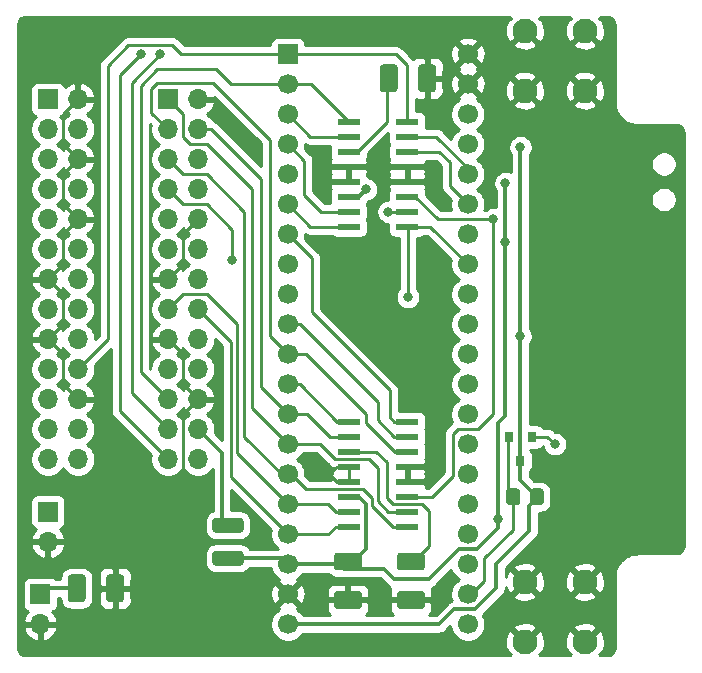
<source format=gbr>
%TF.GenerationSoftware,KiCad,Pcbnew,(5.1.8-0-10_14)*%
%TF.CreationDate,2021-05-17T09:41:11-06:00*%
%TF.ProjectId,bluescsi_iigs_internal,626c7565-7363-4736-995f-696967735f69,rev?*%
%TF.SameCoordinates,Original*%
%TF.FileFunction,Copper,L2,Bot*%
%TF.FilePolarity,Positive*%
%FSLAX46Y46*%
G04 Gerber Fmt 4.6, Leading zero omitted, Abs format (unit mm)*
G04 Created by KiCad (PCBNEW (5.1.8-0-10_14)) date 2021-05-17 09:41:11*
%MOMM*%
%LPD*%
G01*
G04 APERTURE LIST*
%TA.AperFunction,ComponentPad*%
%ADD10C,2.100000*%
%TD*%
%TA.AperFunction,ComponentPad*%
%ADD11O,1.700000X1.700000*%
%TD*%
%TA.AperFunction,ComponentPad*%
%ADD12R,1.700000X1.700000*%
%TD*%
%TA.AperFunction,SMDPad,CuDef*%
%ADD13R,0.800000X0.900000*%
%TD*%
%TA.AperFunction,ComponentPad*%
%ADD14C,1.700000*%
%TD*%
%TA.AperFunction,SMDPad,CuDef*%
%ADD15R,1.970000X0.600000*%
%TD*%
%TA.AperFunction,ViaPad*%
%ADD16C,0.800000*%
%TD*%
%TA.AperFunction,Conductor*%
%ADD17C,0.300000*%
%TD*%
%TA.AperFunction,Conductor*%
%ADD18C,0.250000*%
%TD*%
%TA.AperFunction,Conductor*%
%ADD19C,0.254000*%
%TD*%
%TA.AperFunction,Conductor*%
%ADD20C,0.100000*%
%TD*%
G04 APERTURE END LIST*
D10*
%TO.P,M2,1*%
%TO.N,GND*%
X172461000Y-48791000D03*
X177541000Y-48791000D03*
X172461000Y-53871000D03*
X177541000Y-53871000D03*
%TD*%
%TO.P,M1,1*%
%TO.N,GND*%
X172461000Y-95481000D03*
X177541000Y-95481000D03*
X172461000Y-100561000D03*
X177541000Y-100561000D03*
%TD*%
D11*
%TO.P,J5,2*%
%TO.N,GND*%
X132080000Y-92075000D03*
D12*
%TO.P,J5,1*%
%TO.N,Net-(D1-Pad2)*%
X132080000Y-89535000D03*
%TD*%
%TO.P,R3,2*%
%TO.N,/DISK_ACT*%
%TA.AperFunction,SMDPad,CuDef*%
G36*
G01*
X172066000Y-87814999D02*
X172066000Y-88715001D01*
G75*
G02*
X171816001Y-88965000I-249999J0D01*
G01*
X171115999Y-88965000D01*
G75*
G02*
X170866000Y-88715001I0J249999D01*
G01*
X170866000Y-87814999D01*
G75*
G02*
X171115999Y-87565000I249999J0D01*
G01*
X171816001Y-87565000D01*
G75*
G02*
X172066000Y-87814999I0J-249999D01*
G01*
G37*
%TD.AperFunction*%
%TO.P,R3,1*%
%TO.N,+3V3*%
%TA.AperFunction,SMDPad,CuDef*%
G36*
G01*
X174066000Y-87814999D02*
X174066000Y-88715001D01*
G75*
G02*
X173816001Y-88965000I-249999J0D01*
G01*
X173115999Y-88965000D01*
G75*
G02*
X172866000Y-88715001I0J249999D01*
G01*
X172866000Y-87814999D01*
G75*
G02*
X173115999Y-87565000I249999J0D01*
G01*
X173816001Y-87565000D01*
G75*
G02*
X174066000Y-87814999I0J-249999D01*
G01*
G37*
%TD.AperFunction*%
%TD*%
D13*
%TO.P,Q1,3*%
%TO.N,+3V3*%
X172085000Y-85201000D03*
%TO.P,Q1,2*%
%TO.N,Net-(D1-Pad2)*%
X173035000Y-83201000D03*
%TO.P,Q1,1*%
%TO.N,/DISK_ACT*%
X171135000Y-83201000D03*
%TD*%
%TO.P,F1,2*%
%TO.N,/SCSI_TERMPWR*%
%TA.AperFunction,SMDPad,CuDef*%
G36*
G01*
X148395000Y-91300000D02*
X146245000Y-91300000D01*
G75*
G02*
X145995000Y-91050000I0J250000D01*
G01*
X145995000Y-90300000D01*
G75*
G02*
X146245000Y-90050000I250000J0D01*
G01*
X148395000Y-90050000D01*
G75*
G02*
X148645000Y-90300000I0J-250000D01*
G01*
X148645000Y-91050000D01*
G75*
G02*
X148395000Y-91300000I-250000J0D01*
G01*
G37*
%TD.AperFunction*%
%TO.P,F1,1*%
%TO.N,+5V*%
%TA.AperFunction,SMDPad,CuDef*%
G36*
G01*
X148395000Y-94100000D02*
X146245000Y-94100000D01*
G75*
G02*
X145995000Y-93850000I0J250000D01*
G01*
X145995000Y-93100000D01*
G75*
G02*
X146245000Y-92850000I250000J0D01*
G01*
X148395000Y-92850000D01*
G75*
G02*
X148645000Y-93100000I0J-250000D01*
G01*
X148645000Y-93850000D01*
G75*
G02*
X148395000Y-94100000I-250000J0D01*
G01*
G37*
%TD.AperFunction*%
%TD*%
D11*
%TO.P,J4,2*%
%TO.N,GND*%
X131445000Y-99060000D03*
D12*
%TO.P,J4,1*%
%TO.N,/+12V_AUX*%
X131445000Y-96520000D03*
%TD*%
%TO.P,C4,2*%
%TO.N,GND*%
%TA.AperFunction,SMDPad,CuDef*%
G36*
G01*
X137019000Y-96937000D02*
X137019000Y-95087000D01*
G75*
G02*
X137269000Y-94837000I250000J0D01*
G01*
X138269000Y-94837000D01*
G75*
G02*
X138519000Y-95087000I0J-250000D01*
G01*
X138519000Y-96937000D01*
G75*
G02*
X138269000Y-97187000I-250000J0D01*
G01*
X137269000Y-97187000D01*
G75*
G02*
X137019000Y-96937000I0J250000D01*
G01*
G37*
%TD.AperFunction*%
%TO.P,C4,1*%
%TO.N,/+12V_AUX*%
%TA.AperFunction,SMDPad,CuDef*%
G36*
G01*
X133769000Y-96937000D02*
X133769000Y-95087000D01*
G75*
G02*
X134019000Y-94837000I250000J0D01*
G01*
X135019000Y-94837000D01*
G75*
G02*
X135269000Y-95087000I0J-250000D01*
G01*
X135269000Y-96937000D01*
G75*
G02*
X135019000Y-97187000I-250000J0D01*
G01*
X134019000Y-97187000D01*
G75*
G02*
X133769000Y-96937000I0J250000D01*
G01*
G37*
%TD.AperFunction*%
%TD*%
%TO.P,C3,2*%
%TO.N,GND*%
%TA.AperFunction,SMDPad,CuDef*%
G36*
G01*
X156555000Y-96252000D02*
X158405000Y-96252000D01*
G75*
G02*
X158655000Y-96502000I0J-250000D01*
G01*
X158655000Y-97502000D01*
G75*
G02*
X158405000Y-97752000I-250000J0D01*
G01*
X156555000Y-97752000D01*
G75*
G02*
X156305000Y-97502000I0J250000D01*
G01*
X156305000Y-96502000D01*
G75*
G02*
X156555000Y-96252000I250000J0D01*
G01*
G37*
%TD.AperFunction*%
%TO.P,C3,1*%
%TO.N,+5V*%
%TA.AperFunction,SMDPad,CuDef*%
G36*
G01*
X156555000Y-93002000D02*
X158405000Y-93002000D01*
G75*
G02*
X158655000Y-93252000I0J-250000D01*
G01*
X158655000Y-94252000D01*
G75*
G02*
X158405000Y-94502000I-250000J0D01*
G01*
X156555000Y-94502000D01*
G75*
G02*
X156305000Y-94252000I0J250000D01*
G01*
X156305000Y-93252000D01*
G75*
G02*
X156555000Y-93002000I250000J0D01*
G01*
G37*
%TD.AperFunction*%
%TD*%
%TO.P,C2,2*%
%TO.N,GND*%
%TA.AperFunction,SMDPad,CuDef*%
G36*
G01*
X161889000Y-96252000D02*
X163739000Y-96252000D01*
G75*
G02*
X163989000Y-96502000I0J-250000D01*
G01*
X163989000Y-97502000D01*
G75*
G02*
X163739000Y-97752000I-250000J0D01*
G01*
X161889000Y-97752000D01*
G75*
G02*
X161639000Y-97502000I0J250000D01*
G01*
X161639000Y-96502000D01*
G75*
G02*
X161889000Y-96252000I250000J0D01*
G01*
G37*
%TD.AperFunction*%
%TO.P,C2,1*%
%TO.N,Net-(C2-Pad1)*%
%TA.AperFunction,SMDPad,CuDef*%
G36*
G01*
X161889000Y-93002000D02*
X163739000Y-93002000D01*
G75*
G02*
X163989000Y-93252000I0J-250000D01*
G01*
X163989000Y-94252000D01*
G75*
G02*
X163739000Y-94502000I-250000J0D01*
G01*
X161889000Y-94502000D01*
G75*
G02*
X161639000Y-94252000I0J250000D01*
G01*
X161639000Y-93252000D01*
G75*
G02*
X161889000Y-93002000I250000J0D01*
G01*
G37*
%TD.AperFunction*%
%TD*%
%TO.P,C1,2*%
%TO.N,GND*%
%TA.AperFunction,SMDPad,CuDef*%
G36*
G01*
X163435000Y-53757000D02*
X163435000Y-51907000D01*
G75*
G02*
X163685000Y-51657000I250000J0D01*
G01*
X164685000Y-51657000D01*
G75*
G02*
X164935000Y-51907000I0J-250000D01*
G01*
X164935000Y-53757000D01*
G75*
G02*
X164685000Y-54007000I-250000J0D01*
G01*
X163685000Y-54007000D01*
G75*
G02*
X163435000Y-53757000I0J250000D01*
G01*
G37*
%TD.AperFunction*%
%TO.P,C1,1*%
%TO.N,Net-(C1-Pad1)*%
%TA.AperFunction,SMDPad,CuDef*%
G36*
G01*
X160185000Y-53757000D02*
X160185000Y-51907000D01*
G75*
G02*
X160435000Y-51657000I250000J0D01*
G01*
X161435000Y-51657000D01*
G75*
G02*
X161685000Y-51907000I0J-250000D01*
G01*
X161685000Y-53757000D01*
G75*
G02*
X161435000Y-54007000I-250000J0D01*
G01*
X160435000Y-54007000D01*
G75*
G02*
X160185000Y-53757000I0J250000D01*
G01*
G37*
%TD.AperFunction*%
%TD*%
D11*
%TO.P,J2,26*%
%TO.N,Net-(J2-Pad26)*%
X144780000Y-85090000D03*
%TO.P,J2,25*%
%TO.N,/SCSI_DB7*%
X142240000Y-85090000D03*
%TO.P,J2,24*%
%TO.N,/SCSI_TERMPWR*%
X144780000Y-82550000D03*
%TO.P,J2,23*%
%TO.N,/SCSI_DB6*%
X142240000Y-82550000D03*
%TO.P,J2,22*%
%TO.N,GND*%
X144780000Y-80010000D03*
%TO.P,J2,21*%
%TO.N,/SCSI_DB5*%
X142240000Y-80010000D03*
%TO.P,J2,20*%
%TO.N,/SCSI_DB4*%
X144780000Y-77470000D03*
%TO.P,J2,19*%
%TO.N,/SCSI_DB3*%
X142240000Y-77470000D03*
%TO.P,J2,18*%
%TO.N,/SCSI_DB2*%
X144780000Y-74930000D03*
%TO.P,J2,17*%
%TO.N,GND*%
X142240000Y-74930000D03*
%TO.P,J2,16*%
%TO.N,/SCSI_DB1*%
X144780000Y-72390000D03*
%TO.P,J2,15*%
%TO.N,/SCSI_DB0*%
X142240000Y-72390000D03*
%TO.P,J2,14*%
%TO.N,/SCSI_DBP*%
X144780000Y-69850000D03*
%TO.P,J2,13*%
%TO.N,GND*%
X142240000Y-69850000D03*
%TO.P,J2,12*%
%TO.N,/SCSI_SEL*%
X144780000Y-67310000D03*
%TO.P,J2,11*%
%TO.N,/SCSI_BSY*%
X142240000Y-67310000D03*
%TO.P,J2,10*%
%TO.N,GND*%
X144780000Y-64770000D03*
%TO.P,J2,9*%
%TO.N,/SCSI_ACK*%
X142240000Y-64770000D03*
%TO.P,J2,8*%
%TO.N,/SCSI_ATN*%
X144780000Y-62230000D03*
%TO.P,J2,7*%
%TO.N,/SCSI_RST*%
X142240000Y-62230000D03*
%TO.P,J2,6*%
%TO.N,GND*%
X144780000Y-59690000D03*
%TO.P,J2,5*%
%TO.N,/SCSI_I_O*%
X142240000Y-59690000D03*
%TO.P,J2,4*%
%TO.N,/SCSI_C_D*%
X144780000Y-57150000D03*
%TO.P,J2,3*%
%TO.N,/SCSI_MSG*%
X142240000Y-57150000D03*
%TO.P,J2,2*%
%TO.N,GND*%
X144780000Y-54610000D03*
D12*
%TO.P,J2,1*%
%TO.N,/SCSI_REQ*%
X142240000Y-54610000D03*
%TD*%
D14*
%TO.P,U1,40*%
%TO.N,GND*%
X167640000Y-50800000D03*
D12*
%TO.P,U1,1*%
%TO.N,/SCSI_DB4*%
X152400000Y-50800000D03*
D14*
%TO.P,U1,39*%
%TO.N,GND*%
X167640000Y-53340000D03*
%TO.P,U1,2*%
%TO.N,/SCSI_DB5*%
X152400000Y-53340000D03*
%TO.P,U1,38*%
%TO.N,+3V3*%
X167640000Y-55880000D03*
%TO.P,U1,3*%
%TO.N,/SCSI_DB6*%
X152400000Y-55880000D03*
%TO.P,U1,37*%
%TO.N,Net-(U1-Pad37)*%
X167640000Y-58420000D03*
%TO.P,U1,4*%
%TO.N,/SCSI_DB7*%
X152400000Y-58420000D03*
%TO.P,U1,36*%
%TO.N,/SCSI_DB3*%
X167640000Y-60960000D03*
%TO.P,U1,5*%
%TO.N,/SCSI_ATN*%
X152400000Y-60960000D03*
%TO.P,U1,35*%
%TO.N,/SCSI_DB2*%
X167640000Y-63500000D03*
%TO.P,U1,6*%
%TO.N,/SCSI_BSY*%
X152400000Y-63500000D03*
%TO.P,U1,34*%
%TO.N,Net-(U1-Pad34)*%
X167640000Y-66040000D03*
%TO.P,U1,7*%
%TO.N,/SCSI_ACK*%
X152400000Y-66040000D03*
%TO.P,U1,33*%
%TO.N,/SCSI_DBP*%
X167640000Y-68580000D03*
%TO.P,U1,8*%
%TO.N,Net-(U1-Pad8)*%
X152400000Y-68580000D03*
%TO.P,U1,32*%
%TO.N,/SD_MOSI*%
X167640000Y-71120000D03*
%TO.P,U1,9*%
%TO.N,Net-(U1-Pad9)*%
X152400000Y-71120000D03*
%TO.P,U1,31*%
%TO.N,/SD_MISO*%
X167640000Y-73660000D03*
%TO.P,U1,10*%
%TO.N,/SCSI_RST*%
X152400000Y-73660000D03*
%TO.P,U1,30*%
%TO.N,/SD_CSK*%
X167640000Y-76200000D03*
%TO.P,U1,11*%
%TO.N,/SCSI_MSG*%
X152400000Y-76200000D03*
%TO.P,U1,29*%
%TO.N,/SD_CS*%
X167640000Y-78740000D03*
%TO.P,U1,12*%
%TO.N,/SCSI_SEL*%
X152400000Y-78740000D03*
%TO.P,U1,28*%
%TO.N,Net-(U1-Pad28)*%
X167640000Y-81280000D03*
%TO.P,U1,13*%
%TO.N,/SCSI_C_D*%
X152400000Y-81280000D03*
%TO.P,U1,27*%
%TO.N,/DEBUG_RX*%
X167640000Y-83820000D03*
%TO.P,U1,14*%
%TO.N,/SCSI_REQ*%
X152400000Y-83820000D03*
%TO.P,U1,26*%
%TO.N,/DEBUG_TX*%
X167640000Y-86360000D03*
%TO.P,U1,15*%
%TO.N,/SCSI_I_O*%
X152400000Y-86360000D03*
%TO.P,U1,25*%
%TO.N,Net-(U1-Pad25)*%
X167640000Y-88900000D03*
%TO.P,U1,16*%
%TO.N,/SCSI_DB0*%
X152400000Y-88900000D03*
%TO.P,U1,24*%
%TO.N,Net-(U1-Pad24)*%
X167640000Y-91440000D03*
%TO.P,U1,17*%
%TO.N,/SCSI_DB1*%
X152400000Y-91440000D03*
%TO.P,U1,23*%
%TO.N,Net-(U1-Pad23)*%
X167640000Y-93980000D03*
%TO.P,U1,18*%
%TO.N,+5V*%
X152400000Y-93980000D03*
%TO.P,U1,22*%
%TO.N,/DISK_ACT*%
X167640000Y-96520000D03*
%TO.P,U1,19*%
%TO.N,GND*%
X152400000Y-96520000D03*
%TO.P,U1,21*%
%TO.N,Net-(U1-Pad21)*%
X167640000Y-99060000D03*
%TO.P,U1,20*%
%TO.N,+3V3*%
X152400000Y-99060000D03*
%TD*%
D15*
%TO.P,U3,1*%
%TO.N,/SCSI_ACK*%
X162495000Y-81915000D03*
%TO.P,U3,2*%
%TO.N,/SCSI_RST*%
X162495000Y-83185000D03*
%TO.P,U3,3*%
%TO.N,/SCSI_MSG*%
X162495000Y-84455000D03*
%TO.P,U3,4*%
%TO.N,GND*%
X162495000Y-85725000D03*
%TO.P,U3,5*%
X162495000Y-86995000D03*
%TO.P,U3,6*%
%TO.N,/TERM_DISC*%
X162495000Y-88265000D03*
%TO.P,U3,7*%
%TO.N,/SCSI_REQ*%
X162495000Y-89535000D03*
%TO.P,U3,8*%
%TO.N,/SCSI_I_O*%
X162495000Y-90805000D03*
%TO.P,U3,9*%
%TO.N,/SCSI_DB1*%
X157545000Y-90805000D03*
%TO.P,U3,10*%
%TO.N,/SCSI_DB0*%
X157545000Y-89535000D03*
%TO.P,U3,11*%
%TO.N,+5V*%
X157545000Y-88265000D03*
%TO.P,U3,12*%
%TO.N,GND*%
X157545000Y-86995000D03*
%TO.P,U3,13*%
X157545000Y-85725000D03*
%TO.P,U3,14*%
%TO.N,Net-(C2-Pad1)*%
X157545000Y-84455000D03*
%TO.P,U3,15*%
%TO.N,/SCSI_C_D*%
X157545000Y-83185000D03*
%TO.P,U3,16*%
%TO.N,/SCSI_SEL*%
X157545000Y-81915000D03*
%TD*%
%TO.P,U2,1*%
%TO.N,/SCSI_DB4*%
X162495000Y-56515000D03*
%TO.P,U2,2*%
%TO.N,/SCSI_DB3*%
X162495000Y-57785000D03*
%TO.P,U2,3*%
%TO.N,/SCSI_DB2*%
X162495000Y-59055000D03*
%TO.P,U2,4*%
%TO.N,GND*%
X162495000Y-60325000D03*
%TO.P,U2,5*%
X162495000Y-61595000D03*
%TO.P,U2,6*%
%TO.N,/TERM_DISC*%
X162495000Y-62865000D03*
%TO.P,U2,7*%
%TO.N,/SCSI_ATN*%
X162495000Y-64135000D03*
%TO.P,U2,8*%
%TO.N,/SCSI_DBP*%
X162495000Y-65405000D03*
%TO.P,U2,9*%
%TO.N,/SCSI_BSY*%
X157545000Y-65405000D03*
%TO.P,U2,10*%
%TO.N,/SCSI_DB7*%
X157545000Y-64135000D03*
%TO.P,U2,11*%
%TO.N,+5V*%
X157545000Y-62865000D03*
%TO.P,U2,12*%
%TO.N,GND*%
X157545000Y-61595000D03*
%TO.P,U2,13*%
X157545000Y-60325000D03*
%TO.P,U2,14*%
%TO.N,Net-(C1-Pad1)*%
X157545000Y-59055000D03*
%TO.P,U2,15*%
%TO.N,/SCSI_DB6*%
X157545000Y-57785000D03*
%TO.P,U2,16*%
%TO.N,/SCSI_DB5*%
X157545000Y-56515000D03*
%TD*%
D11*
%TO.P,J1,26*%
%TO.N,Net-(J1-Pad26)*%
X134620000Y-85090000D03*
%TO.P,J1,25*%
%TO.N,/SCSI_DB7*%
X132080000Y-85090000D03*
%TO.P,J1,24*%
%TO.N,/SCSI_TERMPWR*%
X134620000Y-82550000D03*
%TO.P,J1,23*%
%TO.N,/SCSI_DB6*%
X132080000Y-82550000D03*
%TO.P,J1,22*%
%TO.N,GND*%
X134620000Y-80010000D03*
%TO.P,J1,21*%
%TO.N,/SCSI_DB5*%
X132080000Y-80010000D03*
%TO.P,J1,20*%
%TO.N,/SCSI_DB4*%
X134620000Y-77470000D03*
%TO.P,J1,19*%
%TO.N,/SCSI_DB3*%
X132080000Y-77470000D03*
%TO.P,J1,18*%
%TO.N,/SCSI_DB2*%
X134620000Y-74930000D03*
%TO.P,J1,17*%
%TO.N,GND*%
X132080000Y-74930000D03*
%TO.P,J1,16*%
%TO.N,/SCSI_DB1*%
X134620000Y-72390000D03*
%TO.P,J1,15*%
%TO.N,/SCSI_DB0*%
X132080000Y-72390000D03*
%TO.P,J1,14*%
%TO.N,/SCSI_DBP*%
X134620000Y-69850000D03*
%TO.P,J1,13*%
%TO.N,GND*%
X132080000Y-69850000D03*
%TO.P,J1,12*%
%TO.N,/SCSI_SEL*%
X134620000Y-67310000D03*
%TO.P,J1,11*%
%TO.N,/SCSI_BSY*%
X132080000Y-67310000D03*
%TO.P,J1,10*%
%TO.N,GND*%
X134620000Y-64770000D03*
%TO.P,J1,9*%
%TO.N,/SCSI_ACK*%
X132080000Y-64770000D03*
%TO.P,J1,8*%
%TO.N,/SCSI_ATN*%
X134620000Y-62230000D03*
%TO.P,J1,7*%
%TO.N,/SCSI_RST*%
X132080000Y-62230000D03*
%TO.P,J1,6*%
%TO.N,GND*%
X134620000Y-59690000D03*
%TO.P,J1,5*%
%TO.N,/SCSI_I_O*%
X132080000Y-59690000D03*
%TO.P,J1,4*%
%TO.N,/SCSI_C_D*%
X134620000Y-57150000D03*
%TO.P,J1,3*%
%TO.N,/SCSI_MSG*%
X132080000Y-57150000D03*
%TO.P,J1,2*%
%TO.N,GND*%
X134620000Y-54610000D03*
D12*
%TO.P,J1,1*%
%TO.N,/SCSI_REQ*%
X132080000Y-54610000D03*
%TD*%
D16*
%TO.N,+5V*%
X159025320Y-62233641D03*
X170815000Y-61722000D03*
X170814998Y-66675000D03*
X170180000Y-90170000D03*
%TO.N,GND*%
X155575000Y-60960000D03*
X164338000Y-60960000D03*
X164338000Y-86360000D03*
X179832000Y-77597000D03*
X155905200Y-86360000D03*
%TO.N,/SCSI_DBP*%
X162560000Y-71374000D03*
%TO.N,/SCSI_ATN*%
X160909000Y-64135000D03*
%TO.N,/SCSI_DB7*%
X139954000Y-50800000D03*
%TO.N,/SCSI_DB6*%
X141605000Y-50800000D03*
%TO.N,/SCSI_RST*%
X147701000Y-68199000D03*
%TO.N,+3V3*%
X172085000Y-74676000D03*
X172085000Y-58674000D03*
%TO.N,/TERM_DISC*%
X169799000Y-64770000D03*
%TO.N,Net-(D1-Pad2)*%
X175006000Y-83820000D03*
%TD*%
D17*
%TO.N,+5V*%
X157545000Y-62865000D02*
X158393961Y-62865000D01*
X158393961Y-62865000D02*
X159025320Y-62233641D01*
X159004000Y-92710000D02*
X157734000Y-93980000D01*
X159004000Y-88842500D02*
X159004000Y-92710000D01*
X157734000Y-93980000D02*
X152400000Y-93980000D01*
X158426500Y-88265000D02*
X159004000Y-88842500D01*
X157545000Y-88265000D02*
X158426500Y-88265000D01*
X147955000Y-93475000D02*
X151895000Y-93475000D01*
X151895000Y-93475000D02*
X152400000Y-93980000D01*
X170814998Y-66675000D02*
X170814998Y-61722002D01*
X170814998Y-61722002D02*
X170815000Y-61722000D01*
X170814998Y-81407002D02*
X170814998Y-66675000D01*
X170180000Y-82042000D02*
X170814998Y-81407002D01*
X170180000Y-90170000D02*
X170180000Y-82042000D01*
X157112500Y-94361000D02*
X156718000Y-93966500D01*
X160529687Y-94361000D02*
X157112500Y-94361000D01*
X161418687Y-95250000D02*
X160529687Y-94361000D01*
X170180000Y-90170000D02*
X170180000Y-90932000D01*
X164338000Y-95250000D02*
X161418687Y-95250000D01*
X166878000Y-92710000D02*
X164338000Y-95250000D01*
X168402000Y-92710000D02*
X166878000Y-92710000D01*
X170180000Y-90932000D02*
X168402000Y-92710000D01*
D18*
%TO.N,GND*%
X157545000Y-85725000D02*
X157545000Y-86995000D01*
X157545000Y-60325000D02*
X162495000Y-60325000D01*
X157418000Y-61468000D02*
X157545000Y-61595000D01*
X143510000Y-68580000D02*
X142240000Y-69850000D01*
X143510000Y-66040000D02*
X143510000Y-68580000D01*
X144780000Y-64770000D02*
X143510000Y-66040000D01*
X143510000Y-78740000D02*
X144780000Y-80010000D01*
X143510000Y-76200000D02*
X143510000Y-78740000D01*
X142240000Y-74930000D02*
X143510000Y-76200000D01*
X133350000Y-78740000D02*
X134620000Y-80010000D01*
X133350000Y-76200000D02*
X133350000Y-78740000D01*
X132080000Y-74930000D02*
X133350000Y-76200000D01*
X133350000Y-68580000D02*
X132080000Y-69850000D01*
X133350000Y-66040000D02*
X133350000Y-68580000D01*
X134620000Y-64770000D02*
X133350000Y-66040000D01*
X133350000Y-71120000D02*
X132080000Y-69850000D01*
X133350000Y-73660000D02*
X133350000Y-71120000D01*
X132080000Y-74930000D02*
X133350000Y-73660000D01*
X133350000Y-55880000D02*
X133350000Y-58420000D01*
X133350000Y-58420000D02*
X134620000Y-59690000D01*
X134620000Y-54610000D02*
X133350000Y-55880000D01*
X133350000Y-63500000D02*
X134620000Y-64770000D01*
X133350000Y-60960000D02*
X133350000Y-63500000D01*
X134620000Y-59690000D02*
X133350000Y-60960000D01*
X144780000Y-80010000D02*
X143510000Y-81280000D01*
X139192000Y-96012000D02*
X137769000Y-96012000D01*
X143510000Y-91694000D02*
X139192000Y-96012000D01*
X143510000Y-81280000D02*
X143510000Y-91694000D01*
X157545000Y-85725000D02*
X156540200Y-85725000D01*
X156540200Y-86995000D02*
X155905200Y-86360000D01*
X156540200Y-85725000D02*
X155905200Y-86360000D01*
X157545000Y-86995000D02*
X156540200Y-86995000D01*
%TO.N,/SCSI_DB4*%
X161544000Y-50800000D02*
X162495000Y-51751000D01*
X152400000Y-50800000D02*
X161544000Y-50800000D01*
X162495000Y-51751000D02*
X162495000Y-56515000D01*
X138880998Y-50038000D02*
X142621000Y-50038000D01*
X137160000Y-51758998D02*
X138880998Y-50038000D01*
X137160000Y-74930000D02*
X137160000Y-51758998D01*
X134620000Y-77470000D02*
X137160000Y-74930000D01*
X151300000Y-50800000D02*
X152400000Y-50800000D01*
X143383000Y-50800000D02*
X151300000Y-50800000D01*
X142621000Y-50038000D02*
X143383000Y-50800000D01*
%TO.N,/SCSI_DB2*%
X166116000Y-61976000D02*
X167640000Y-63500000D01*
X166116000Y-59944000D02*
X166116000Y-61976000D01*
X165227000Y-59055000D02*
X166116000Y-59944000D01*
X162495000Y-59055000D02*
X165227000Y-59055000D01*
%TO.N,/SCSI_DB1*%
X156464000Y-90805000D02*
X157545000Y-90805000D01*
X155829000Y-91440000D02*
X156464000Y-90805000D01*
X152400000Y-91440000D02*
X155829000Y-91440000D01*
X147574000Y-86614000D02*
X152400000Y-91440000D01*
X147574000Y-75184000D02*
X147574000Y-86614000D01*
X144780000Y-72390000D02*
X147574000Y-75184000D01*
%TO.N,/SCSI_DBP*%
X162560000Y-68580000D02*
X162560000Y-71374000D01*
X167640000Y-68580000D02*
X164465000Y-65405000D01*
X164465000Y-65405000D02*
X162495000Y-65405000D01*
X162560000Y-65532000D02*
X162560000Y-68580000D01*
%TO.N,/SCSI_SEL*%
X151892000Y-79248000D02*
X152400000Y-78740000D01*
X156560000Y-81915000D02*
X157545000Y-81915000D01*
X153385000Y-78740000D02*
X156560000Y-81915000D01*
X152400000Y-78740000D02*
X153385000Y-78740000D01*
%TO.N,/SCSI_ATN*%
X152400000Y-60960000D02*
X152400000Y-61468000D01*
X162495000Y-64135000D02*
X160909000Y-64135000D01*
%TO.N,/SCSI_C_D*%
X155956000Y-83185000D02*
X157545000Y-83185000D01*
X154051000Y-81280000D02*
X155956000Y-83185000D01*
X152400000Y-81280000D02*
X154051000Y-81280000D01*
X150114000Y-78994000D02*
X152400000Y-81280000D01*
X145923000Y-57150000D02*
X150114000Y-61341000D01*
X150114000Y-61341000D02*
X150114000Y-78994000D01*
X144780000Y-57150000D02*
X145923000Y-57150000D01*
%TO.N,/SCSI_DB7*%
X155206700Y-64135000D02*
X157545000Y-64135000D01*
X153797000Y-62725300D02*
X155206700Y-64135000D01*
X153797000Y-59817000D02*
X153797000Y-62725300D01*
X152400000Y-58420000D02*
X153797000Y-59817000D01*
X138176000Y-81026000D02*
X138176000Y-52578000D01*
X142240000Y-85090000D02*
X138176000Y-81026000D01*
X138176000Y-52578000D02*
X139954000Y-50800000D01*
%TO.N,/SCSI_DB6*%
X154305000Y-57785000D02*
X157545000Y-57785000D01*
X152400000Y-55880000D02*
X154305000Y-57785000D01*
X139192000Y-53213000D02*
X141605000Y-50800000D01*
X142240000Y-82550000D02*
X139192000Y-79502000D01*
X139192000Y-79502000D02*
X139192000Y-53213000D01*
%TO.N,/SCSI_DB5*%
X152400000Y-53340000D02*
X154370000Y-53340000D01*
X154370000Y-53340000D02*
X157545000Y-56515000D01*
X147574000Y-53340000D02*
X152400000Y-53340000D01*
X146304000Y-52070000D02*
X147574000Y-53340000D01*
X141351000Y-52070000D02*
X146304000Y-52070000D01*
X139954000Y-77724000D02*
X139954000Y-53467000D01*
X139954000Y-53467000D02*
X141351000Y-52070000D01*
X142240000Y-80010000D02*
X139954000Y-77724000D01*
%TO.N,/SCSI_DB3*%
X167640000Y-60452000D02*
X167640000Y-60960000D01*
X164973000Y-57785000D02*
X167640000Y-60452000D01*
X162495000Y-57785000D02*
X164973000Y-57785000D01*
%TO.N,/SCSI_DB0*%
X156464000Y-89535000D02*
X157545000Y-89535000D01*
X155829000Y-88900000D02*
X156464000Y-89535000D01*
X152400000Y-88900000D02*
X155829000Y-88900000D01*
X148082000Y-73660000D02*
X148082000Y-84582000D01*
X143510000Y-71120000D02*
X145542000Y-71120000D01*
X148082000Y-84582000D02*
X152400000Y-88900000D01*
X145542000Y-71120000D02*
X148082000Y-73660000D01*
X142240000Y-72390000D02*
X143510000Y-71120000D01*
%TO.N,/SCSI_BSY*%
X154305000Y-65405000D02*
X152400000Y-63500000D01*
X157545000Y-65405000D02*
X154305000Y-65405000D01*
%TO.N,/SCSI_ACK*%
X152305001Y-65945001D02*
X152400000Y-66040000D01*
X161417000Y-81915000D02*
X162495000Y-81915000D01*
X161036000Y-81534000D02*
X161417000Y-81915000D01*
X161036000Y-79248000D02*
X161036000Y-81534000D01*
X154432000Y-72644000D02*
X161036000Y-79248000D01*
X154432000Y-68072000D02*
X154432000Y-72644000D01*
X152400000Y-66040000D02*
X154432000Y-68072000D01*
%TO.N,/SCSI_RST*%
X161417000Y-83185000D02*
X162495000Y-83185000D01*
X160020000Y-81788000D02*
X161417000Y-83185000D01*
X160020000Y-80264000D02*
X160020000Y-81788000D01*
X153416000Y-73660000D02*
X160020000Y-80264000D01*
X152400000Y-73660000D02*
X153416000Y-73660000D01*
X143510000Y-63500000D02*
X145542000Y-63500000D01*
X142240000Y-62230000D02*
X143510000Y-63500000D01*
X145542000Y-63500000D02*
X147701000Y-65659000D01*
X147701000Y-65659000D02*
X147701000Y-68199000D01*
%TO.N,/SCSI_I_O*%
X158780002Y-87630000D02*
X159512000Y-88361998D01*
X152400000Y-86360000D02*
X152654000Y-86360000D01*
X161260000Y-90805000D02*
X162495000Y-90805000D01*
X152654000Y-86360000D02*
X153924000Y-87630000D01*
X159512000Y-88361998D02*
X159512000Y-89057000D01*
X153924000Y-87630000D02*
X158780002Y-87630000D01*
X159512000Y-89057000D02*
X161260000Y-90805000D01*
X151892000Y-86360000D02*
X152400000Y-86360000D01*
X148717000Y-83185000D02*
X151892000Y-86360000D01*
X148717000Y-64135000D02*
X148717000Y-83185000D01*
X145542000Y-60960000D02*
X148717000Y-64135000D01*
X143510000Y-60960000D02*
X145542000Y-60960000D01*
X142240000Y-59690000D02*
X143510000Y-60960000D01*
%TO.N,/SCSI_MSG*%
X153924000Y-76200000D02*
X159004000Y-81280000D01*
X152400000Y-76200000D02*
X153924000Y-76200000D01*
X161432001Y-84455000D02*
X162495000Y-84455000D01*
X159004000Y-82026999D02*
X161432001Y-84455000D01*
X159004000Y-81280000D02*
X159004000Y-82026999D01*
X150876000Y-74676000D02*
X152400000Y-76200000D01*
X150876000Y-58039000D02*
X150876000Y-74676000D01*
X146050000Y-53213000D02*
X150876000Y-58039000D01*
X140843000Y-53721998D02*
X141351998Y-53213000D01*
X141351998Y-53213000D02*
X146050000Y-53213000D01*
X140843000Y-55753000D02*
X140843000Y-53721998D01*
X142240000Y-57150000D02*
X140843000Y-55753000D01*
%TO.N,/SCSI_REQ*%
X160909000Y-89535000D02*
X162495000Y-89535000D01*
X160020000Y-88646000D02*
X160909000Y-89535000D01*
X159258000Y-85090000D02*
X160020000Y-85852000D01*
X160020000Y-85852000D02*
X160020000Y-88646000D01*
X156400500Y-85090000D02*
X159258000Y-85090000D01*
X155130500Y-83820000D02*
X156400500Y-85090000D01*
X152400000Y-83820000D02*
X155130500Y-83820000D01*
X145522501Y-58420000D02*
X149352000Y-62249499D01*
X149352000Y-80772000D02*
X152400000Y-83820000D01*
X149352000Y-62249499D02*
X149352000Y-80772000D01*
X143510000Y-57809000D02*
X144121000Y-58420000D01*
X144121000Y-58420000D02*
X145522501Y-58420000D01*
X143510000Y-55880000D02*
X143510000Y-57809000D01*
X142240000Y-54610000D02*
X143510000Y-55880000D01*
D17*
%TO.N,+3V3*%
X172085000Y-82670998D02*
X172085000Y-74676000D01*
X172085000Y-85201000D02*
X172085000Y-82670998D01*
X172085000Y-74676000D02*
X172085000Y-58674000D01*
X172085000Y-86868000D02*
X173482000Y-88265000D01*
X172085000Y-85344000D02*
X172085000Y-86868000D01*
X172847000Y-91186000D02*
X172847000Y-89027000D01*
X172847000Y-89027000D02*
X173609000Y-88265000D01*
X170053000Y-95990000D02*
X170053000Y-93980000D01*
X168253000Y-97790000D02*
X170053000Y-95990000D01*
X165227000Y-99060000D02*
X166497000Y-97790000D01*
X166497000Y-97790000D02*
X168253000Y-97790000D01*
X170053000Y-93980000D02*
X172847000Y-91186000D01*
X152400000Y-99060000D02*
X165227000Y-99060000D01*
D18*
%TO.N,Net-(C1-Pad1)*%
X157545000Y-59055000D02*
X158230000Y-59055000D01*
X160782000Y-56503000D02*
X160782000Y-53768000D01*
X160782000Y-53768000D02*
X161210000Y-53340000D01*
X158230000Y-59055000D02*
X160782000Y-56503000D01*
%TO.N,Net-(C2-Pad1)*%
X164338000Y-92456000D02*
X163322000Y-93472000D01*
X164338000Y-89507998D02*
X164338000Y-92456000D01*
X163740001Y-88909999D02*
X164338000Y-89507998D01*
X157545000Y-84455000D02*
X159893000Y-84455000D01*
X161299999Y-88909999D02*
X163740001Y-88909999D01*
X160782000Y-85344000D02*
X160782000Y-88392000D01*
X160782000Y-88392000D02*
X161299999Y-88909999D01*
X159893000Y-84455000D02*
X160782000Y-85344000D01*
%TO.N,/TERM_DISC*%
X163180000Y-62865000D02*
X165085000Y-64770000D01*
X162495000Y-62865000D02*
X163180000Y-62865000D01*
X165085000Y-64770000D02*
X169799000Y-64770000D01*
X164592000Y-88265000D02*
X166370000Y-86487000D01*
X166370000Y-82950499D02*
X166770499Y-82550000D01*
X166770499Y-82550000D02*
X168509501Y-82550000D01*
X162495000Y-88265000D02*
X164592000Y-88265000D01*
X166370000Y-86487000D02*
X166370000Y-82950499D01*
X169799000Y-81260501D02*
X169799000Y-64770000D01*
X168509501Y-82550000D02*
X169799000Y-81260501D01*
D17*
%TO.N,/+12V_AUX*%
X134620000Y-96012000D02*
X131572000Y-96012000D01*
X131572000Y-96012000D02*
X131064000Y-96520000D01*
D18*
%TO.N,/DISK_ACT*%
X171069000Y-87757000D02*
X171069000Y-83312000D01*
X171450000Y-88138000D02*
X171069000Y-87757000D01*
X167640000Y-96520000D02*
X167894000Y-96520000D01*
X171450000Y-91059000D02*
X171450000Y-88138000D01*
X169037000Y-93472000D02*
X171450000Y-91059000D01*
X167894000Y-96520000D02*
X169037000Y-95377000D01*
X169037000Y-95377000D02*
X169037000Y-93472000D01*
D17*
%TO.N,/SCSI_TERMPWR*%
X146812000Y-90170000D02*
X147320000Y-90678000D01*
X147320000Y-90678000D02*
X147955000Y-90678000D01*
X146812000Y-84582000D02*
X146812000Y-90170000D01*
X144780000Y-82550000D02*
X146812000Y-84582000D01*
D18*
%TO.N,Net-(D1-Pad2)*%
X173101000Y-83185000D02*
X174371000Y-83185000D01*
X174371000Y-83185000D02*
X175006000Y-83820000D01*
%TD*%
D19*
%TO.N,GND*%
X171174391Y-47683999D02*
X171289932Y-47799540D01*
X171020421Y-47901339D01*
X170874537Y-48199477D01*
X170789620Y-48520346D01*
X170768934Y-48851617D01*
X170813272Y-49180557D01*
X170920931Y-49494527D01*
X171020421Y-49680661D01*
X171289934Y-49782461D01*
X172281395Y-48791000D01*
X172267253Y-48776858D01*
X172446858Y-48597253D01*
X172461000Y-48611395D01*
X172475143Y-48597253D01*
X172654748Y-48776858D01*
X172640605Y-48791000D01*
X173632066Y-49782461D01*
X173901579Y-49680661D01*
X174047463Y-49382523D01*
X174132380Y-49061654D01*
X174153066Y-48730383D01*
X174108728Y-48401443D01*
X174001069Y-48087473D01*
X173901579Y-47901339D01*
X173632068Y-47799540D01*
X173747609Y-47683999D01*
X173713610Y-47650000D01*
X176288390Y-47650000D01*
X176254391Y-47683999D01*
X176369932Y-47799540D01*
X176100421Y-47901339D01*
X175954537Y-48199477D01*
X175869620Y-48520346D01*
X175848934Y-48851617D01*
X175893272Y-49180557D01*
X176000931Y-49494527D01*
X176100421Y-49680661D01*
X176369934Y-49782461D01*
X177361395Y-48791000D01*
X177347253Y-48776858D01*
X177526858Y-48597253D01*
X177541000Y-48611395D01*
X177555143Y-48597253D01*
X177734748Y-48776858D01*
X177720605Y-48791000D01*
X178712066Y-49782461D01*
X178981579Y-49680661D01*
X179127463Y-49382523D01*
X179212380Y-49061654D01*
X179233066Y-48730383D01*
X179188728Y-48401443D01*
X179081069Y-48087473D01*
X178981579Y-47901339D01*
X178712068Y-47799540D01*
X178827609Y-47683999D01*
X178793610Y-47650000D01*
X179418721Y-47650000D01*
X179568869Y-47664722D01*
X179682246Y-47698953D01*
X179786819Y-47754555D01*
X179878596Y-47829407D01*
X179954091Y-47920664D01*
X180010419Y-48024844D01*
X180045440Y-48137976D01*
X180061000Y-48286022D01*
X180061001Y-54896419D01*
X180063802Y-54924855D01*
X180063747Y-54932682D01*
X180064646Y-54941853D01*
X180090554Y-55188357D01*
X180102589Y-55246986D01*
X180113792Y-55305716D01*
X180116456Y-55314538D01*
X180189751Y-55551314D01*
X180212931Y-55606457D01*
X180235339Y-55661920D01*
X180239665Y-55670054D01*
X180239667Y-55670059D01*
X180239670Y-55670064D01*
X180357553Y-55888086D01*
X180390988Y-55937654D01*
X180423759Y-55987735D01*
X180429584Y-55994876D01*
X180587577Y-56185856D01*
X180630012Y-56227995D01*
X180671875Y-56270745D01*
X180678976Y-56276618D01*
X180871053Y-56433273D01*
X180920875Y-56466374D01*
X180970237Y-56500173D01*
X180978343Y-56504556D01*
X181197191Y-56620919D01*
X181252479Y-56643707D01*
X181307475Y-56667279D01*
X181316278Y-56670003D01*
X181553559Y-56741643D01*
X181612246Y-56753264D01*
X181670752Y-56765700D01*
X181679915Y-56766663D01*
X181679917Y-56766663D01*
X181926595Y-56790850D01*
X181926598Y-56790850D01*
X181958581Y-56794000D01*
X185260721Y-56794000D01*
X185410869Y-56808722D01*
X185524246Y-56842953D01*
X185628819Y-56898555D01*
X185720596Y-56973407D01*
X185796091Y-57064664D01*
X185852419Y-57168844D01*
X185887440Y-57281976D01*
X185903000Y-57430022D01*
X185903001Y-92423711D01*
X185888278Y-92573869D01*
X185854047Y-92687246D01*
X185798446Y-92791817D01*
X185723594Y-92883595D01*
X185632335Y-92959091D01*
X185528160Y-93015419D01*
X185415024Y-93050440D01*
X185266979Y-93066000D01*
X181958581Y-93066000D01*
X181930135Y-93068802D01*
X181922318Y-93068747D01*
X181913147Y-93069646D01*
X181666644Y-93095554D01*
X181608028Y-93107586D01*
X181549284Y-93118792D01*
X181540462Y-93121456D01*
X181303686Y-93194751D01*
X181248555Y-93217926D01*
X181193080Y-93240339D01*
X181184944Y-93244666D01*
X180966914Y-93362554D01*
X180917346Y-93395988D01*
X180867265Y-93428760D01*
X180860124Y-93434584D01*
X180669144Y-93592577D01*
X180627005Y-93635012D01*
X180584255Y-93676875D01*
X180578381Y-93683976D01*
X180421727Y-93876054D01*
X180388655Y-93925831D01*
X180354826Y-93975237D01*
X180350444Y-93983343D01*
X180234081Y-94202191D01*
X180211298Y-94257468D01*
X180187721Y-94312475D01*
X180184997Y-94321278D01*
X180113357Y-94558559D01*
X180101736Y-94617246D01*
X180089300Y-94675752D01*
X180088337Y-94684917D01*
X180064150Y-94931595D01*
X180061000Y-94963582D01*
X180061001Y-101059711D01*
X180046278Y-101209869D01*
X180012047Y-101323246D01*
X179956446Y-101427817D01*
X179881594Y-101519595D01*
X179790335Y-101595091D01*
X179686160Y-101651419D01*
X179573024Y-101686440D01*
X179424979Y-101702000D01*
X178793610Y-101702000D01*
X178827609Y-101668001D01*
X178712068Y-101552460D01*
X178981579Y-101450661D01*
X179127463Y-101152523D01*
X179212380Y-100831654D01*
X179233066Y-100500383D01*
X179188728Y-100171443D01*
X179081069Y-99857473D01*
X178981579Y-99671339D01*
X178712066Y-99569539D01*
X177720605Y-100561000D01*
X177734748Y-100575143D01*
X177555143Y-100754748D01*
X177541000Y-100740605D01*
X177526858Y-100754748D01*
X177347253Y-100575143D01*
X177361395Y-100561000D01*
X176369934Y-99569539D01*
X176100421Y-99671339D01*
X175954537Y-99969477D01*
X175869620Y-100290346D01*
X175848934Y-100621617D01*
X175893272Y-100950557D01*
X176000931Y-101264527D01*
X176100421Y-101450661D01*
X176369932Y-101552460D01*
X176254391Y-101668001D01*
X176288390Y-101702000D01*
X173713610Y-101702000D01*
X173747609Y-101668001D01*
X173632068Y-101552460D01*
X173901579Y-101450661D01*
X174047463Y-101152523D01*
X174132380Y-100831654D01*
X174153066Y-100500383D01*
X174108728Y-100171443D01*
X174001069Y-99857473D01*
X173901579Y-99671339D01*
X173632066Y-99569539D01*
X172640605Y-100561000D01*
X172654748Y-100575143D01*
X172475143Y-100754748D01*
X172461000Y-100740605D01*
X172446858Y-100754748D01*
X172267253Y-100575143D01*
X172281395Y-100561000D01*
X171289934Y-99569539D01*
X171020421Y-99671339D01*
X170874537Y-99969477D01*
X170789620Y-100290346D01*
X170768934Y-100621617D01*
X170813272Y-100950557D01*
X170920931Y-101264527D01*
X171020421Y-101450661D01*
X171289932Y-101552460D01*
X171174391Y-101668001D01*
X171208390Y-101702000D01*
X130207279Y-101702000D01*
X130057131Y-101687278D01*
X129943754Y-101653047D01*
X129839183Y-101597446D01*
X129747405Y-101522594D01*
X129671909Y-101431335D01*
X129615581Y-101327160D01*
X129580560Y-101214024D01*
X129565000Y-101065979D01*
X129565000Y-99416890D01*
X130003524Y-99416890D01*
X130048175Y-99564099D01*
X130173359Y-99826920D01*
X130347412Y-100060269D01*
X130563645Y-100255178D01*
X130813748Y-100404157D01*
X131088109Y-100501481D01*
X131318000Y-100380814D01*
X131318000Y-99187000D01*
X131572000Y-99187000D01*
X131572000Y-100380814D01*
X131801891Y-100501481D01*
X132076252Y-100404157D01*
X132326355Y-100255178D01*
X132542588Y-100060269D01*
X132716641Y-99826920D01*
X132841825Y-99564099D01*
X132886476Y-99416890D01*
X132765155Y-99187000D01*
X131572000Y-99187000D01*
X131318000Y-99187000D01*
X130124845Y-99187000D01*
X130003524Y-99416890D01*
X129565000Y-99416890D01*
X129565000Y-95670000D01*
X129956928Y-95670000D01*
X129956928Y-97370000D01*
X129969188Y-97494482D01*
X130005498Y-97614180D01*
X130064463Y-97724494D01*
X130143815Y-97821185D01*
X130240506Y-97900537D01*
X130350820Y-97959502D01*
X130431466Y-97983966D01*
X130347412Y-98059731D01*
X130173359Y-98293080D01*
X130048175Y-98555901D01*
X130003524Y-98703110D01*
X130124845Y-98933000D01*
X131318000Y-98933000D01*
X131318000Y-98913000D01*
X131572000Y-98913000D01*
X131572000Y-98933000D01*
X132765155Y-98933000D01*
X132886476Y-98703110D01*
X132841825Y-98555901D01*
X132716641Y-98293080D01*
X132542588Y-98059731D01*
X132458534Y-97983966D01*
X132539180Y-97959502D01*
X132649494Y-97900537D01*
X132746185Y-97821185D01*
X132825537Y-97724494D01*
X132884502Y-97614180D01*
X132920812Y-97494482D01*
X132933072Y-97370000D01*
X132933072Y-96797000D01*
X133130928Y-96797000D01*
X133130928Y-96937000D01*
X133147992Y-97110254D01*
X133198528Y-97276850D01*
X133280595Y-97430386D01*
X133391038Y-97564962D01*
X133525614Y-97675405D01*
X133679150Y-97757472D01*
X133845746Y-97808008D01*
X134019000Y-97825072D01*
X135019000Y-97825072D01*
X135192254Y-97808008D01*
X135358850Y-97757472D01*
X135512386Y-97675405D01*
X135646962Y-97564962D01*
X135757405Y-97430386D01*
X135839472Y-97276850D01*
X135866727Y-97187000D01*
X136380928Y-97187000D01*
X136393188Y-97311482D01*
X136429498Y-97431180D01*
X136488463Y-97541494D01*
X136567815Y-97638185D01*
X136664506Y-97717537D01*
X136774820Y-97776502D01*
X136894518Y-97812812D01*
X137019000Y-97825072D01*
X137483250Y-97822000D01*
X137642000Y-97663250D01*
X137642000Y-96139000D01*
X137896000Y-96139000D01*
X137896000Y-97663250D01*
X138054750Y-97822000D01*
X138519000Y-97825072D01*
X138643482Y-97812812D01*
X138763180Y-97776502D01*
X138873494Y-97717537D01*
X138970185Y-97638185D01*
X139049537Y-97541494D01*
X139108502Y-97431180D01*
X139144812Y-97311482D01*
X139157072Y-97187000D01*
X139155005Y-96588531D01*
X150909389Y-96588531D01*
X150951401Y-96878019D01*
X151049081Y-97153747D01*
X151122528Y-97291157D01*
X151371603Y-97368792D01*
X152220395Y-96520000D01*
X152579605Y-96520000D01*
X153428397Y-97368792D01*
X153677472Y-97291157D01*
X153803371Y-97027117D01*
X153875339Y-96743589D01*
X153890611Y-96451469D01*
X153861664Y-96252000D01*
X155666928Y-96252000D01*
X155670000Y-96716250D01*
X155828750Y-96875000D01*
X157353000Y-96875000D01*
X157353000Y-95775750D01*
X157607000Y-95775750D01*
X157607000Y-96875000D01*
X159131250Y-96875000D01*
X159290000Y-96716250D01*
X159293072Y-96252000D01*
X159280812Y-96127518D01*
X159244502Y-96007820D01*
X159185537Y-95897506D01*
X159106185Y-95800815D01*
X159009494Y-95721463D01*
X158899180Y-95662498D01*
X158779482Y-95626188D01*
X158655000Y-95613928D01*
X157765750Y-95617000D01*
X157607000Y-95775750D01*
X157353000Y-95775750D01*
X157194250Y-95617000D01*
X156305000Y-95613928D01*
X156180518Y-95626188D01*
X156060820Y-95662498D01*
X155950506Y-95721463D01*
X155853815Y-95800815D01*
X155774463Y-95897506D01*
X155715498Y-96007820D01*
X155679188Y-96127518D01*
X155666928Y-96252000D01*
X153861664Y-96252000D01*
X153848599Y-96161981D01*
X153750919Y-95886253D01*
X153677472Y-95748843D01*
X153428397Y-95671208D01*
X152579605Y-96520000D01*
X152220395Y-96520000D01*
X151371603Y-95671208D01*
X151122528Y-95748843D01*
X150996629Y-96012883D01*
X150924661Y-96296411D01*
X150909389Y-96588531D01*
X139155005Y-96588531D01*
X139154000Y-96297750D01*
X138995250Y-96139000D01*
X137896000Y-96139000D01*
X137642000Y-96139000D01*
X136542750Y-96139000D01*
X136384000Y-96297750D01*
X136380928Y-97187000D01*
X135866727Y-97187000D01*
X135890008Y-97110254D01*
X135907072Y-96937000D01*
X135907072Y-95087000D01*
X135890008Y-94913746D01*
X135866728Y-94837000D01*
X136380928Y-94837000D01*
X136384000Y-95726250D01*
X136542750Y-95885000D01*
X137642000Y-95885000D01*
X137642000Y-94360750D01*
X137896000Y-94360750D01*
X137896000Y-95885000D01*
X138995250Y-95885000D01*
X139154000Y-95726250D01*
X139157072Y-94837000D01*
X139144812Y-94712518D01*
X139108502Y-94592820D01*
X139049537Y-94482506D01*
X138970185Y-94385815D01*
X138873494Y-94306463D01*
X138763180Y-94247498D01*
X138643482Y-94211188D01*
X138519000Y-94198928D01*
X138054750Y-94202000D01*
X137896000Y-94360750D01*
X137642000Y-94360750D01*
X137483250Y-94202000D01*
X137019000Y-94198928D01*
X136894518Y-94211188D01*
X136774820Y-94247498D01*
X136664506Y-94306463D01*
X136567815Y-94385815D01*
X136488463Y-94482506D01*
X136429498Y-94592820D01*
X136393188Y-94712518D01*
X136380928Y-94837000D01*
X135866728Y-94837000D01*
X135839472Y-94747150D01*
X135757405Y-94593614D01*
X135646962Y-94459038D01*
X135512386Y-94348595D01*
X135358850Y-94266528D01*
X135192254Y-94215992D01*
X135019000Y-94198928D01*
X134019000Y-94198928D01*
X133845746Y-94215992D01*
X133679150Y-94266528D01*
X133525614Y-94348595D01*
X133391038Y-94459038D01*
X133280595Y-94593614D01*
X133198528Y-94747150D01*
X133147992Y-94913746D01*
X133130928Y-95087000D01*
X133130928Y-95227000D01*
X132752902Y-95227000D01*
X132746185Y-95218815D01*
X132649494Y-95139463D01*
X132539180Y-95080498D01*
X132419482Y-95044188D01*
X132295000Y-95031928D01*
X130595000Y-95031928D01*
X130470518Y-95044188D01*
X130350820Y-95080498D01*
X130240506Y-95139463D01*
X130143815Y-95218815D01*
X130064463Y-95315506D01*
X130005498Y-95425820D01*
X129969188Y-95545518D01*
X129956928Y-95670000D01*
X129565000Y-95670000D01*
X129565000Y-92431890D01*
X130638524Y-92431890D01*
X130683175Y-92579099D01*
X130808359Y-92841920D01*
X130982412Y-93075269D01*
X131198645Y-93270178D01*
X131448748Y-93419157D01*
X131723109Y-93516481D01*
X131953000Y-93395814D01*
X131953000Y-92202000D01*
X132207000Y-92202000D01*
X132207000Y-93395814D01*
X132436891Y-93516481D01*
X132711252Y-93419157D01*
X132961355Y-93270178D01*
X133177588Y-93075269D01*
X133351641Y-92841920D01*
X133476825Y-92579099D01*
X133521476Y-92431890D01*
X133400155Y-92202000D01*
X132207000Y-92202000D01*
X131953000Y-92202000D01*
X130759845Y-92202000D01*
X130638524Y-92431890D01*
X129565000Y-92431890D01*
X129565000Y-88685000D01*
X130591928Y-88685000D01*
X130591928Y-90385000D01*
X130604188Y-90509482D01*
X130640498Y-90629180D01*
X130699463Y-90739494D01*
X130778815Y-90836185D01*
X130875506Y-90915537D01*
X130985820Y-90974502D01*
X131066466Y-90998966D01*
X130982412Y-91074731D01*
X130808359Y-91308080D01*
X130683175Y-91570901D01*
X130638524Y-91718110D01*
X130759845Y-91948000D01*
X131953000Y-91948000D01*
X131953000Y-91928000D01*
X132207000Y-91928000D01*
X132207000Y-91948000D01*
X133400155Y-91948000D01*
X133521476Y-91718110D01*
X133476825Y-91570901D01*
X133351641Y-91308080D01*
X133177588Y-91074731D01*
X133093534Y-90998966D01*
X133174180Y-90974502D01*
X133284494Y-90915537D01*
X133381185Y-90836185D01*
X133460537Y-90739494D01*
X133519502Y-90629180D01*
X133555812Y-90509482D01*
X133568072Y-90385000D01*
X133568072Y-88685000D01*
X133555812Y-88560518D01*
X133519502Y-88440820D01*
X133460537Y-88330506D01*
X133381185Y-88233815D01*
X133284494Y-88154463D01*
X133174180Y-88095498D01*
X133054482Y-88059188D01*
X132930000Y-88046928D01*
X131230000Y-88046928D01*
X131105518Y-88059188D01*
X130985820Y-88095498D01*
X130875506Y-88154463D01*
X130778815Y-88233815D01*
X130699463Y-88330506D01*
X130640498Y-88440820D01*
X130604188Y-88560518D01*
X130591928Y-88685000D01*
X129565000Y-88685000D01*
X129565000Y-53760000D01*
X130591928Y-53760000D01*
X130591928Y-55460000D01*
X130604188Y-55584482D01*
X130640498Y-55704180D01*
X130699463Y-55814494D01*
X130778815Y-55911185D01*
X130875506Y-55990537D01*
X130985820Y-56049502D01*
X131058380Y-56071513D01*
X130926525Y-56203368D01*
X130764010Y-56446589D01*
X130652068Y-56716842D01*
X130595000Y-57003740D01*
X130595000Y-57296260D01*
X130652068Y-57583158D01*
X130764010Y-57853411D01*
X130926525Y-58096632D01*
X131133368Y-58303475D01*
X131307760Y-58420000D01*
X131133368Y-58536525D01*
X130926525Y-58743368D01*
X130764010Y-58986589D01*
X130652068Y-59256842D01*
X130595000Y-59543740D01*
X130595000Y-59836260D01*
X130652068Y-60123158D01*
X130764010Y-60393411D01*
X130926525Y-60636632D01*
X131133368Y-60843475D01*
X131307760Y-60960000D01*
X131133368Y-61076525D01*
X130926525Y-61283368D01*
X130764010Y-61526589D01*
X130652068Y-61796842D01*
X130595000Y-62083740D01*
X130595000Y-62376260D01*
X130652068Y-62663158D01*
X130764010Y-62933411D01*
X130926525Y-63176632D01*
X131133368Y-63383475D01*
X131307760Y-63500000D01*
X131133368Y-63616525D01*
X130926525Y-63823368D01*
X130764010Y-64066589D01*
X130652068Y-64336842D01*
X130595000Y-64623740D01*
X130595000Y-64916260D01*
X130652068Y-65203158D01*
X130764010Y-65473411D01*
X130926525Y-65716632D01*
X131133368Y-65923475D01*
X131307760Y-66040000D01*
X131133368Y-66156525D01*
X130926525Y-66363368D01*
X130764010Y-66606589D01*
X130652068Y-66876842D01*
X130595000Y-67163740D01*
X130595000Y-67456260D01*
X130652068Y-67743158D01*
X130764010Y-68013411D01*
X130926525Y-68256632D01*
X131133368Y-68463475D01*
X131315534Y-68585195D01*
X131198645Y-68654822D01*
X130982412Y-68849731D01*
X130808359Y-69083080D01*
X130683175Y-69345901D01*
X130638524Y-69493110D01*
X130759845Y-69723000D01*
X131953000Y-69723000D01*
X131953000Y-69703000D01*
X132207000Y-69703000D01*
X132207000Y-69723000D01*
X132227000Y-69723000D01*
X132227000Y-69977000D01*
X132207000Y-69977000D01*
X132207000Y-69997000D01*
X131953000Y-69997000D01*
X131953000Y-69977000D01*
X130759845Y-69977000D01*
X130638524Y-70206890D01*
X130683175Y-70354099D01*
X130808359Y-70616920D01*
X130982412Y-70850269D01*
X131198645Y-71045178D01*
X131315534Y-71114805D01*
X131133368Y-71236525D01*
X130926525Y-71443368D01*
X130764010Y-71686589D01*
X130652068Y-71956842D01*
X130595000Y-72243740D01*
X130595000Y-72536260D01*
X130652068Y-72823158D01*
X130764010Y-73093411D01*
X130926525Y-73336632D01*
X131133368Y-73543475D01*
X131315534Y-73665195D01*
X131198645Y-73734822D01*
X130982412Y-73929731D01*
X130808359Y-74163080D01*
X130683175Y-74425901D01*
X130638524Y-74573110D01*
X130759845Y-74803000D01*
X131953000Y-74803000D01*
X131953000Y-74783000D01*
X132207000Y-74783000D01*
X132207000Y-74803000D01*
X132227000Y-74803000D01*
X132227000Y-75057000D01*
X132207000Y-75057000D01*
X132207000Y-75077000D01*
X131953000Y-75077000D01*
X131953000Y-75057000D01*
X130759845Y-75057000D01*
X130638524Y-75286890D01*
X130683175Y-75434099D01*
X130808359Y-75696920D01*
X130982412Y-75930269D01*
X131198645Y-76125178D01*
X131315534Y-76194805D01*
X131133368Y-76316525D01*
X130926525Y-76523368D01*
X130764010Y-76766589D01*
X130652068Y-77036842D01*
X130595000Y-77323740D01*
X130595000Y-77616260D01*
X130652068Y-77903158D01*
X130764010Y-78173411D01*
X130926525Y-78416632D01*
X131133368Y-78623475D01*
X131307760Y-78740000D01*
X131133368Y-78856525D01*
X130926525Y-79063368D01*
X130764010Y-79306589D01*
X130652068Y-79576842D01*
X130595000Y-79863740D01*
X130595000Y-80156260D01*
X130652068Y-80443158D01*
X130764010Y-80713411D01*
X130926525Y-80956632D01*
X131133368Y-81163475D01*
X131307760Y-81280000D01*
X131133368Y-81396525D01*
X130926525Y-81603368D01*
X130764010Y-81846589D01*
X130652068Y-82116842D01*
X130595000Y-82403740D01*
X130595000Y-82696260D01*
X130652068Y-82983158D01*
X130764010Y-83253411D01*
X130926525Y-83496632D01*
X131133368Y-83703475D01*
X131307760Y-83820000D01*
X131133368Y-83936525D01*
X130926525Y-84143368D01*
X130764010Y-84386589D01*
X130652068Y-84656842D01*
X130595000Y-84943740D01*
X130595000Y-85236260D01*
X130652068Y-85523158D01*
X130764010Y-85793411D01*
X130926525Y-86036632D01*
X131133368Y-86243475D01*
X131376589Y-86405990D01*
X131646842Y-86517932D01*
X131933740Y-86575000D01*
X132226260Y-86575000D01*
X132513158Y-86517932D01*
X132783411Y-86405990D01*
X133026632Y-86243475D01*
X133233475Y-86036632D01*
X133350000Y-85862240D01*
X133466525Y-86036632D01*
X133673368Y-86243475D01*
X133916589Y-86405990D01*
X134186842Y-86517932D01*
X134473740Y-86575000D01*
X134766260Y-86575000D01*
X135053158Y-86517932D01*
X135323411Y-86405990D01*
X135566632Y-86243475D01*
X135773475Y-86036632D01*
X135935990Y-85793411D01*
X136047932Y-85523158D01*
X136105000Y-85236260D01*
X136105000Y-84943740D01*
X136047932Y-84656842D01*
X135935990Y-84386589D01*
X135773475Y-84143368D01*
X135566632Y-83936525D01*
X135392240Y-83820000D01*
X135566632Y-83703475D01*
X135773475Y-83496632D01*
X135935990Y-83253411D01*
X136047932Y-82983158D01*
X136105000Y-82696260D01*
X136105000Y-82403740D01*
X136047932Y-82116842D01*
X135935990Y-81846589D01*
X135773475Y-81603368D01*
X135566632Y-81396525D01*
X135384466Y-81274805D01*
X135501355Y-81205178D01*
X135717588Y-81010269D01*
X135891641Y-80776920D01*
X136016825Y-80514099D01*
X136061476Y-80366890D01*
X135940155Y-80137000D01*
X134747000Y-80137000D01*
X134747000Y-80157000D01*
X134493000Y-80157000D01*
X134493000Y-80137000D01*
X134473000Y-80137000D01*
X134473000Y-79883000D01*
X134493000Y-79883000D01*
X134493000Y-79863000D01*
X134747000Y-79863000D01*
X134747000Y-79883000D01*
X135940155Y-79883000D01*
X136061476Y-79653110D01*
X136016825Y-79505901D01*
X135891641Y-79243080D01*
X135717588Y-79009731D01*
X135501355Y-78814822D01*
X135384466Y-78745195D01*
X135566632Y-78623475D01*
X135773475Y-78416632D01*
X135935990Y-78173411D01*
X136047932Y-77903158D01*
X136105000Y-77616260D01*
X136105000Y-77323740D01*
X136061210Y-77103592D01*
X137416000Y-75748803D01*
X137416000Y-80988678D01*
X137412324Y-81026000D01*
X137416000Y-81063322D01*
X137416000Y-81063332D01*
X137426997Y-81174985D01*
X137459763Y-81283002D01*
X137470454Y-81318246D01*
X137541026Y-81450276D01*
X137578349Y-81495754D01*
X137635999Y-81566001D01*
X137665003Y-81589804D01*
X140798790Y-84723592D01*
X140755000Y-84943740D01*
X140755000Y-85236260D01*
X140812068Y-85523158D01*
X140924010Y-85793411D01*
X141086525Y-86036632D01*
X141293368Y-86243475D01*
X141536589Y-86405990D01*
X141806842Y-86517932D01*
X142093740Y-86575000D01*
X142386260Y-86575000D01*
X142673158Y-86517932D01*
X142943411Y-86405990D01*
X143186632Y-86243475D01*
X143393475Y-86036632D01*
X143510000Y-85862240D01*
X143626525Y-86036632D01*
X143833368Y-86243475D01*
X144076589Y-86405990D01*
X144346842Y-86517932D01*
X144633740Y-86575000D01*
X144926260Y-86575000D01*
X145213158Y-86517932D01*
X145483411Y-86405990D01*
X145726632Y-86243475D01*
X145933475Y-86036632D01*
X146027000Y-85896662D01*
X146027001Y-89442565D01*
X145905150Y-89479528D01*
X145751614Y-89561595D01*
X145617038Y-89672038D01*
X145506595Y-89806614D01*
X145424528Y-89960150D01*
X145373992Y-90126746D01*
X145356928Y-90300000D01*
X145356928Y-91050000D01*
X145373992Y-91223254D01*
X145424528Y-91389850D01*
X145506595Y-91543386D01*
X145617038Y-91677962D01*
X145751614Y-91788405D01*
X145905150Y-91870472D01*
X146071746Y-91921008D01*
X146245000Y-91938072D01*
X148395000Y-91938072D01*
X148568254Y-91921008D01*
X148734850Y-91870472D01*
X148888386Y-91788405D01*
X149022962Y-91677962D01*
X149133405Y-91543386D01*
X149215472Y-91389850D01*
X149266008Y-91223254D01*
X149283072Y-91050000D01*
X149283072Y-90300000D01*
X149266008Y-90126746D01*
X149215472Y-89960150D01*
X149133405Y-89806614D01*
X149022962Y-89672038D01*
X148888386Y-89561595D01*
X148734850Y-89479528D01*
X148568254Y-89428992D01*
X148395000Y-89411928D01*
X147597000Y-89411928D01*
X147597000Y-87711801D01*
X150958790Y-91073592D01*
X150915000Y-91293740D01*
X150915000Y-91586260D01*
X150972068Y-91873158D01*
X151084010Y-92143411D01*
X151246525Y-92386632D01*
X151453368Y-92593475D01*
X151597828Y-92690000D01*
X149177976Y-92690000D01*
X149133405Y-92606614D01*
X149022962Y-92472038D01*
X148888386Y-92361595D01*
X148734850Y-92279528D01*
X148568254Y-92228992D01*
X148395000Y-92211928D01*
X146245000Y-92211928D01*
X146071746Y-92228992D01*
X145905150Y-92279528D01*
X145751614Y-92361595D01*
X145617038Y-92472038D01*
X145506595Y-92606614D01*
X145424528Y-92760150D01*
X145373992Y-92926746D01*
X145356928Y-93100000D01*
X145356928Y-93850000D01*
X145373992Y-94023254D01*
X145424528Y-94189850D01*
X145506595Y-94343386D01*
X145617038Y-94477962D01*
X145751614Y-94588405D01*
X145905150Y-94670472D01*
X146071746Y-94721008D01*
X146245000Y-94738072D01*
X148395000Y-94738072D01*
X148568254Y-94721008D01*
X148734850Y-94670472D01*
X148888386Y-94588405D01*
X149022962Y-94477962D01*
X149133405Y-94343386D01*
X149177976Y-94260000D01*
X150941603Y-94260000D01*
X150972068Y-94413158D01*
X151084010Y-94683411D01*
X151246525Y-94926632D01*
X151453368Y-95133475D01*
X151626729Y-95249311D01*
X151551208Y-95491603D01*
X152400000Y-96340395D01*
X153248792Y-95491603D01*
X153173271Y-95249311D01*
X153346632Y-95133475D01*
X153553475Y-94926632D01*
X153661474Y-94765000D01*
X155832692Y-94765000D01*
X155927038Y-94879962D01*
X156061614Y-94990405D01*
X156215150Y-95072472D01*
X156381746Y-95123008D01*
X156555000Y-95140072D01*
X157013753Y-95140072D01*
X157073939Y-95146000D01*
X157073946Y-95146000D01*
X157112499Y-95149797D01*
X157151052Y-95146000D01*
X160204530Y-95146000D01*
X160836340Y-95777810D01*
X160860923Y-95807764D01*
X160980454Y-95905862D01*
X161076543Y-95957222D01*
X161049498Y-96007820D01*
X161013188Y-96127518D01*
X161000928Y-96252000D01*
X161004000Y-96716250D01*
X161162750Y-96875000D01*
X162687000Y-96875000D01*
X162687000Y-96855000D01*
X162941000Y-96855000D01*
X162941000Y-96875000D01*
X164465250Y-96875000D01*
X164624000Y-96716250D01*
X164627072Y-96252000D01*
X164614812Y-96127518D01*
X164578502Y-96007820D01*
X164573694Y-95998825D01*
X164639860Y-95978754D01*
X164776233Y-95905862D01*
X164895764Y-95807764D01*
X164920347Y-95777810D01*
X166233429Y-94464728D01*
X166324010Y-94683411D01*
X166486525Y-94926632D01*
X166693368Y-95133475D01*
X166867760Y-95250000D01*
X166693368Y-95366525D01*
X166486525Y-95573368D01*
X166324010Y-95816589D01*
X166212068Y-96086842D01*
X166155000Y-96373740D01*
X166155000Y-96666260D01*
X166212068Y-96953158D01*
X166249952Y-97044619D01*
X166195140Y-97061246D01*
X166058767Y-97134138D01*
X166034874Y-97153747D01*
X165969187Y-97207655D01*
X165969184Y-97207658D01*
X165939236Y-97232236D01*
X165914658Y-97262185D01*
X164901843Y-98275000D01*
X164352678Y-98275000D01*
X164440185Y-98203185D01*
X164519537Y-98106494D01*
X164578502Y-97996180D01*
X164614812Y-97876482D01*
X164627072Y-97752000D01*
X164624000Y-97287750D01*
X164465250Y-97129000D01*
X162941000Y-97129000D01*
X162941000Y-97149000D01*
X162687000Y-97149000D01*
X162687000Y-97129000D01*
X161162750Y-97129000D01*
X161004000Y-97287750D01*
X161000928Y-97752000D01*
X161013188Y-97876482D01*
X161049498Y-97996180D01*
X161108463Y-98106494D01*
X161187815Y-98203185D01*
X161275322Y-98275000D01*
X159018678Y-98275000D01*
X159106185Y-98203185D01*
X159185537Y-98106494D01*
X159244502Y-97996180D01*
X159280812Y-97876482D01*
X159293072Y-97752000D01*
X159290000Y-97287750D01*
X159131250Y-97129000D01*
X157607000Y-97129000D01*
X157607000Y-97149000D01*
X157353000Y-97149000D01*
X157353000Y-97129000D01*
X155828750Y-97129000D01*
X155670000Y-97287750D01*
X155666928Y-97752000D01*
X155679188Y-97876482D01*
X155715498Y-97996180D01*
X155774463Y-98106494D01*
X155853815Y-98203185D01*
X155941322Y-98275000D01*
X153661474Y-98275000D01*
X153553475Y-98113368D01*
X153346632Y-97906525D01*
X153173271Y-97790689D01*
X153248792Y-97548397D01*
X152400000Y-96699605D01*
X151551208Y-97548397D01*
X151626729Y-97790689D01*
X151453368Y-97906525D01*
X151246525Y-98113368D01*
X151084010Y-98356589D01*
X150972068Y-98626842D01*
X150915000Y-98913740D01*
X150915000Y-99206260D01*
X150972068Y-99493158D01*
X151084010Y-99763411D01*
X151246525Y-100006632D01*
X151453368Y-100213475D01*
X151696589Y-100375990D01*
X151966842Y-100487932D01*
X152253740Y-100545000D01*
X152546260Y-100545000D01*
X152833158Y-100487932D01*
X153103411Y-100375990D01*
X153346632Y-100213475D01*
X153553475Y-100006632D01*
X153661474Y-99845000D01*
X165188447Y-99845000D01*
X165227000Y-99848797D01*
X165265553Y-99845000D01*
X165265561Y-99845000D01*
X165380887Y-99833641D01*
X165528860Y-99788754D01*
X165665233Y-99715862D01*
X165784764Y-99617764D01*
X165809347Y-99587810D01*
X166160956Y-99236202D01*
X166212068Y-99493158D01*
X166324010Y-99763411D01*
X166486525Y-100006632D01*
X166693368Y-100213475D01*
X166936589Y-100375990D01*
X167206842Y-100487932D01*
X167493740Y-100545000D01*
X167786260Y-100545000D01*
X168073158Y-100487932D01*
X168343411Y-100375990D01*
X168586632Y-100213475D01*
X168793475Y-100006632D01*
X168955990Y-99763411D01*
X169067932Y-99493158D01*
X169088464Y-99389934D01*
X171469539Y-99389934D01*
X172461000Y-100381395D01*
X173452461Y-99389934D01*
X176549539Y-99389934D01*
X177541000Y-100381395D01*
X178532461Y-99389934D01*
X178430661Y-99120421D01*
X178132523Y-98974537D01*
X177811654Y-98889620D01*
X177480383Y-98868934D01*
X177151443Y-98913272D01*
X176837473Y-99020931D01*
X176651339Y-99120421D01*
X176549539Y-99389934D01*
X173452461Y-99389934D01*
X173350661Y-99120421D01*
X173052523Y-98974537D01*
X172731654Y-98889620D01*
X172400383Y-98868934D01*
X172071443Y-98913272D01*
X171757473Y-99020931D01*
X171571339Y-99120421D01*
X171469539Y-99389934D01*
X169088464Y-99389934D01*
X169125000Y-99206260D01*
X169125000Y-98913740D01*
X169067932Y-98626842D01*
X168955990Y-98356589D01*
X168892135Y-98261023D01*
X170501092Y-96652066D01*
X171469539Y-96652066D01*
X171571339Y-96921579D01*
X171869477Y-97067463D01*
X172190346Y-97152380D01*
X172521617Y-97173066D01*
X172850557Y-97128728D01*
X173164527Y-97021069D01*
X173350661Y-96921579D01*
X173452461Y-96652066D01*
X176549539Y-96652066D01*
X176651339Y-96921579D01*
X176949477Y-97067463D01*
X177270346Y-97152380D01*
X177601617Y-97173066D01*
X177930557Y-97128728D01*
X178244527Y-97021069D01*
X178430661Y-96921579D01*
X178532461Y-96652066D01*
X177541000Y-95660605D01*
X176549539Y-96652066D01*
X173452461Y-96652066D01*
X172461000Y-95660605D01*
X171469539Y-96652066D01*
X170501092Y-96652066D01*
X170580817Y-96572341D01*
X170610764Y-96547764D01*
X170708862Y-96428233D01*
X170781754Y-96291860D01*
X170819967Y-96165888D01*
X170826641Y-96143888D01*
X170831385Y-96095724D01*
X170838000Y-96028561D01*
X170838000Y-96028554D01*
X170841797Y-95990001D01*
X170838000Y-95951448D01*
X170838000Y-95942672D01*
X170920931Y-96184527D01*
X171020421Y-96370661D01*
X171289934Y-96472461D01*
X172281395Y-95481000D01*
X172640605Y-95481000D01*
X173632066Y-96472461D01*
X173901579Y-96370661D01*
X174047463Y-96072523D01*
X174132380Y-95751654D01*
X174145495Y-95541617D01*
X175848934Y-95541617D01*
X175893272Y-95870557D01*
X176000931Y-96184527D01*
X176100421Y-96370661D01*
X176369934Y-96472461D01*
X177361395Y-95481000D01*
X177720605Y-95481000D01*
X178712066Y-96472461D01*
X178981579Y-96370661D01*
X179127463Y-96072523D01*
X179212380Y-95751654D01*
X179233066Y-95420383D01*
X179188728Y-95091443D01*
X179081069Y-94777473D01*
X178981579Y-94591339D01*
X178712066Y-94489539D01*
X177720605Y-95481000D01*
X177361395Y-95481000D01*
X176369934Y-94489539D01*
X176100421Y-94591339D01*
X175954537Y-94889477D01*
X175869620Y-95210346D01*
X175848934Y-95541617D01*
X174145495Y-95541617D01*
X174153066Y-95420383D01*
X174108728Y-95091443D01*
X174001069Y-94777473D01*
X173901579Y-94591339D01*
X173632066Y-94489539D01*
X172640605Y-95481000D01*
X172281395Y-95481000D01*
X171289934Y-94489539D01*
X171020421Y-94591339D01*
X170874537Y-94889477D01*
X170838000Y-95027536D01*
X170838000Y-94309934D01*
X171469539Y-94309934D01*
X172461000Y-95301395D01*
X173452461Y-94309934D01*
X176549539Y-94309934D01*
X177541000Y-95301395D01*
X178532461Y-94309934D01*
X178430661Y-94040421D01*
X178132523Y-93894537D01*
X177811654Y-93809620D01*
X177480383Y-93788934D01*
X177151443Y-93833272D01*
X176837473Y-93940931D01*
X176651339Y-94040421D01*
X176549539Y-94309934D01*
X173452461Y-94309934D01*
X173350661Y-94040421D01*
X173052523Y-93894537D01*
X172731654Y-93809620D01*
X172400383Y-93788934D01*
X172071443Y-93833272D01*
X171757473Y-93940931D01*
X171571339Y-94040421D01*
X171469539Y-94309934D01*
X170838000Y-94309934D01*
X170838000Y-94305157D01*
X173374811Y-91768346D01*
X173404764Y-91743764D01*
X173502862Y-91624233D01*
X173575754Y-91487860D01*
X173577145Y-91483275D01*
X173620642Y-91339887D01*
X173628475Y-91260345D01*
X173632000Y-91224561D01*
X173632000Y-91224556D01*
X173635797Y-91186000D01*
X173632000Y-91147444D01*
X173632000Y-89603072D01*
X173816001Y-89603072D01*
X173989255Y-89586008D01*
X174155851Y-89535472D01*
X174309387Y-89453405D01*
X174443962Y-89342962D01*
X174554405Y-89208387D01*
X174636472Y-89054851D01*
X174687008Y-88888255D01*
X174704072Y-88715001D01*
X174704072Y-87814999D01*
X174687008Y-87641745D01*
X174636472Y-87475149D01*
X174554405Y-87321613D01*
X174443962Y-87187038D01*
X174309387Y-87076595D01*
X174155851Y-86994528D01*
X173989255Y-86943992D01*
X173816001Y-86926928D01*
X173254085Y-86926928D01*
X172870000Y-86542843D01*
X172870000Y-86156501D01*
X172936185Y-86102185D01*
X173015537Y-86005494D01*
X173074502Y-85895180D01*
X173110812Y-85775482D01*
X173123072Y-85651000D01*
X173123072Y-84751000D01*
X173110812Y-84626518D01*
X173074502Y-84506820D01*
X173015537Y-84396506D01*
X172936185Y-84299815D01*
X172923095Y-84289072D01*
X173435000Y-84289072D01*
X173559482Y-84276812D01*
X173679180Y-84240502D01*
X173789494Y-84181537D01*
X173886185Y-84102185D01*
X173965537Y-84005494D01*
X173981631Y-83975385D01*
X174010774Y-84121898D01*
X174088795Y-84310256D01*
X174202063Y-84479774D01*
X174346226Y-84623937D01*
X174515744Y-84737205D01*
X174704102Y-84815226D01*
X174904061Y-84855000D01*
X175107939Y-84855000D01*
X175307898Y-84815226D01*
X175496256Y-84737205D01*
X175665774Y-84623937D01*
X175809937Y-84479774D01*
X175923205Y-84310256D01*
X176001226Y-84121898D01*
X176041000Y-83921939D01*
X176041000Y-83718061D01*
X176001226Y-83518102D01*
X175923205Y-83329744D01*
X175809937Y-83160226D01*
X175665774Y-83016063D01*
X175496256Y-82902795D01*
X175307898Y-82824774D01*
X175107939Y-82785000D01*
X175045801Y-82785000D01*
X174934803Y-82674002D01*
X174911001Y-82644999D01*
X174795276Y-82550026D01*
X174663247Y-82479454D01*
X174519986Y-82435997D01*
X174408333Y-82425000D01*
X174408322Y-82425000D01*
X174371000Y-82421324D01*
X174333678Y-82425000D01*
X173980768Y-82425000D01*
X173965537Y-82396506D01*
X173886185Y-82299815D01*
X173789494Y-82220463D01*
X173679180Y-82161498D01*
X173559482Y-82125188D01*
X173435000Y-82112928D01*
X172870000Y-82112928D01*
X172870000Y-75354711D01*
X172888937Y-75335774D01*
X173002205Y-75166256D01*
X173080226Y-74977898D01*
X173120000Y-74777939D01*
X173120000Y-74574061D01*
X173080226Y-74374102D01*
X173002205Y-74185744D01*
X172888937Y-74016226D01*
X172870000Y-73997289D01*
X172870000Y-62988137D01*
X183141000Y-62988137D01*
X183141000Y-63201863D01*
X183182696Y-63411483D01*
X183264485Y-63608940D01*
X183383225Y-63786647D01*
X183534353Y-63937775D01*
X183712060Y-64056515D01*
X183909517Y-64138304D01*
X184119137Y-64180000D01*
X184332863Y-64180000D01*
X184542483Y-64138304D01*
X184739940Y-64056515D01*
X184917647Y-63937775D01*
X185068775Y-63786647D01*
X185187515Y-63608940D01*
X185269304Y-63411483D01*
X185311000Y-63201863D01*
X185311000Y-62988137D01*
X185269304Y-62778517D01*
X185187515Y-62581060D01*
X185068775Y-62403353D01*
X184917647Y-62252225D01*
X184739940Y-62133485D01*
X184542483Y-62051696D01*
X184332863Y-62010000D01*
X184119137Y-62010000D01*
X183909517Y-62051696D01*
X183712060Y-62133485D01*
X183534353Y-62252225D01*
X183383225Y-62403353D01*
X183264485Y-62581060D01*
X183182696Y-62778517D01*
X183141000Y-62988137D01*
X172870000Y-62988137D01*
X172870000Y-59988137D01*
X183141000Y-59988137D01*
X183141000Y-60201863D01*
X183182696Y-60411483D01*
X183264485Y-60608940D01*
X183383225Y-60786647D01*
X183534353Y-60937775D01*
X183712060Y-61056515D01*
X183909517Y-61138304D01*
X184119137Y-61180000D01*
X184332863Y-61180000D01*
X184542483Y-61138304D01*
X184739940Y-61056515D01*
X184917647Y-60937775D01*
X185068775Y-60786647D01*
X185187515Y-60608940D01*
X185269304Y-60411483D01*
X185311000Y-60201863D01*
X185311000Y-59988137D01*
X185269304Y-59778517D01*
X185187515Y-59581060D01*
X185068775Y-59403353D01*
X184917647Y-59252225D01*
X184739940Y-59133485D01*
X184542483Y-59051696D01*
X184332863Y-59010000D01*
X184119137Y-59010000D01*
X183909517Y-59051696D01*
X183712060Y-59133485D01*
X183534353Y-59252225D01*
X183383225Y-59403353D01*
X183264485Y-59581060D01*
X183182696Y-59778517D01*
X183141000Y-59988137D01*
X172870000Y-59988137D01*
X172870000Y-59352711D01*
X172888937Y-59333774D01*
X173002205Y-59164256D01*
X173080226Y-58975898D01*
X173120000Y-58775939D01*
X173120000Y-58572061D01*
X173080226Y-58372102D01*
X173002205Y-58183744D01*
X172888937Y-58014226D01*
X172744774Y-57870063D01*
X172575256Y-57756795D01*
X172386898Y-57678774D01*
X172186939Y-57639000D01*
X171983061Y-57639000D01*
X171783102Y-57678774D01*
X171594744Y-57756795D01*
X171425226Y-57870063D01*
X171281063Y-58014226D01*
X171167795Y-58183744D01*
X171089774Y-58372102D01*
X171050000Y-58572061D01*
X171050000Y-58775939D01*
X171089774Y-58975898D01*
X171167795Y-59164256D01*
X171281063Y-59333774D01*
X171300001Y-59352712D01*
X171300001Y-60802618D01*
X171116898Y-60726774D01*
X170916939Y-60687000D01*
X170713061Y-60687000D01*
X170513102Y-60726774D01*
X170324744Y-60804795D01*
X170155226Y-60918063D01*
X170011063Y-61062226D01*
X169897795Y-61231744D01*
X169819774Y-61420102D01*
X169780000Y-61620061D01*
X169780000Y-61823939D01*
X169819774Y-62023898D01*
X169897795Y-62212256D01*
X170011063Y-62381774D01*
X170029999Y-62400710D01*
X170029999Y-63760671D01*
X169900939Y-63735000D01*
X169697061Y-63735000D01*
X169497102Y-63774774D01*
X169308744Y-63852795D01*
X169139226Y-63966063D01*
X169095289Y-64010000D01*
X169036103Y-64010000D01*
X169067932Y-63933158D01*
X169125000Y-63646260D01*
X169125000Y-63353740D01*
X169067932Y-63066842D01*
X168955990Y-62796589D01*
X168793475Y-62553368D01*
X168586632Y-62346525D01*
X168412240Y-62230000D01*
X168586632Y-62113475D01*
X168793475Y-61906632D01*
X168955990Y-61663411D01*
X169067932Y-61393158D01*
X169125000Y-61106260D01*
X169125000Y-60813740D01*
X169067932Y-60526842D01*
X168955990Y-60256589D01*
X168793475Y-60013368D01*
X168586632Y-59806525D01*
X168412240Y-59690000D01*
X168586632Y-59573475D01*
X168793475Y-59366632D01*
X168955990Y-59123411D01*
X169067932Y-58853158D01*
X169125000Y-58566260D01*
X169125000Y-58273740D01*
X169067932Y-57986842D01*
X168955990Y-57716589D01*
X168793475Y-57473368D01*
X168586632Y-57266525D01*
X168412240Y-57150000D01*
X168586632Y-57033475D01*
X168793475Y-56826632D01*
X168955990Y-56583411D01*
X169067932Y-56313158D01*
X169125000Y-56026260D01*
X169125000Y-55733740D01*
X169067932Y-55446842D01*
X168955990Y-55176589D01*
X168866105Y-55042066D01*
X171469539Y-55042066D01*
X171571339Y-55311579D01*
X171869477Y-55457463D01*
X172190346Y-55542380D01*
X172521617Y-55563066D01*
X172850557Y-55518728D01*
X173164527Y-55411069D01*
X173350661Y-55311579D01*
X173452461Y-55042066D01*
X176549539Y-55042066D01*
X176651339Y-55311579D01*
X176949477Y-55457463D01*
X177270346Y-55542380D01*
X177601617Y-55563066D01*
X177930557Y-55518728D01*
X178244527Y-55411069D01*
X178430661Y-55311579D01*
X178532461Y-55042066D01*
X177541000Y-54050605D01*
X176549539Y-55042066D01*
X173452461Y-55042066D01*
X172461000Y-54050605D01*
X171469539Y-55042066D01*
X168866105Y-55042066D01*
X168793475Y-54933368D01*
X168586632Y-54726525D01*
X168413271Y-54610689D01*
X168488792Y-54368397D01*
X167640000Y-53519605D01*
X166791208Y-54368397D01*
X166866729Y-54610689D01*
X166693368Y-54726525D01*
X166486525Y-54933368D01*
X166324010Y-55176589D01*
X166212068Y-55446842D01*
X166155000Y-55733740D01*
X166155000Y-56026260D01*
X166212068Y-56313158D01*
X166324010Y-56583411D01*
X166486525Y-56826632D01*
X166693368Y-57033475D01*
X166867760Y-57150000D01*
X166693368Y-57266525D01*
X166486525Y-57473368D01*
X166324010Y-57716589D01*
X166223074Y-57960272D01*
X165536804Y-57274003D01*
X165513001Y-57244999D01*
X165397276Y-57150026D01*
X165265247Y-57079454D01*
X165121986Y-57035997D01*
X165010333Y-57025000D01*
X165010322Y-57025000D01*
X164973000Y-57021324D01*
X164935678Y-57025000D01*
X164079870Y-57025000D01*
X164105812Y-56939482D01*
X164118072Y-56815000D01*
X164118072Y-56215000D01*
X164105812Y-56090518D01*
X164069502Y-55970820D01*
X164010537Y-55860506D01*
X163931185Y-55763815D01*
X163834494Y-55684463D01*
X163724180Y-55625498D01*
X163604482Y-55589188D01*
X163480000Y-55576928D01*
X163255000Y-55576928D01*
X163255000Y-54615971D01*
X163310518Y-54632812D01*
X163435000Y-54645072D01*
X163899250Y-54642000D01*
X164058000Y-54483250D01*
X164058000Y-52959000D01*
X164312000Y-52959000D01*
X164312000Y-54483250D01*
X164470750Y-54642000D01*
X164935000Y-54645072D01*
X165059482Y-54632812D01*
X165179180Y-54596502D01*
X165289494Y-54537537D01*
X165386185Y-54458185D01*
X165465537Y-54361494D01*
X165524502Y-54251180D01*
X165560812Y-54131482D01*
X165573072Y-54007000D01*
X165571005Y-53408531D01*
X166149389Y-53408531D01*
X166191401Y-53698019D01*
X166289081Y-53973747D01*
X166362528Y-54111157D01*
X166611603Y-54188792D01*
X167460395Y-53340000D01*
X167819605Y-53340000D01*
X168668397Y-54188792D01*
X168917472Y-54111157D01*
X169003079Y-53931617D01*
X170768934Y-53931617D01*
X170813272Y-54260557D01*
X170920931Y-54574527D01*
X171020421Y-54760661D01*
X171289934Y-54862461D01*
X172281395Y-53871000D01*
X172640605Y-53871000D01*
X173632066Y-54862461D01*
X173901579Y-54760661D01*
X174047463Y-54462523D01*
X174132380Y-54141654D01*
X174145495Y-53931617D01*
X175848934Y-53931617D01*
X175893272Y-54260557D01*
X176000931Y-54574527D01*
X176100421Y-54760661D01*
X176369934Y-54862461D01*
X177361395Y-53871000D01*
X177720605Y-53871000D01*
X178712066Y-54862461D01*
X178981579Y-54760661D01*
X179127463Y-54462523D01*
X179212380Y-54141654D01*
X179233066Y-53810383D01*
X179188728Y-53481443D01*
X179081069Y-53167473D01*
X178981579Y-52981339D01*
X178712066Y-52879539D01*
X177720605Y-53871000D01*
X177361395Y-53871000D01*
X176369934Y-52879539D01*
X176100421Y-52981339D01*
X175954537Y-53279477D01*
X175869620Y-53600346D01*
X175848934Y-53931617D01*
X174145495Y-53931617D01*
X174153066Y-53810383D01*
X174108728Y-53481443D01*
X174001069Y-53167473D01*
X173901579Y-52981339D01*
X173632066Y-52879539D01*
X172640605Y-53871000D01*
X172281395Y-53871000D01*
X171289934Y-52879539D01*
X171020421Y-52981339D01*
X170874537Y-53279477D01*
X170789620Y-53600346D01*
X170768934Y-53931617D01*
X169003079Y-53931617D01*
X169043371Y-53847117D01*
X169115339Y-53563589D01*
X169130611Y-53271469D01*
X169088599Y-52981981D01*
X168990919Y-52706253D01*
X168987542Y-52699934D01*
X171469539Y-52699934D01*
X172461000Y-53691395D01*
X173452461Y-52699934D01*
X176549539Y-52699934D01*
X177541000Y-53691395D01*
X178532461Y-52699934D01*
X178430661Y-52430421D01*
X178132523Y-52284537D01*
X177811654Y-52199620D01*
X177480383Y-52178934D01*
X177151443Y-52223272D01*
X176837473Y-52330931D01*
X176651339Y-52430421D01*
X176549539Y-52699934D01*
X173452461Y-52699934D01*
X173350661Y-52430421D01*
X173052523Y-52284537D01*
X172731654Y-52199620D01*
X172400383Y-52178934D01*
X172071443Y-52223272D01*
X171757473Y-52330931D01*
X171571339Y-52430421D01*
X171469539Y-52699934D01*
X168987542Y-52699934D01*
X168917472Y-52568843D01*
X168668397Y-52491208D01*
X167819605Y-53340000D01*
X167460395Y-53340000D01*
X166611603Y-52491208D01*
X166362528Y-52568843D01*
X166236629Y-52832883D01*
X166164661Y-53116411D01*
X166149389Y-53408531D01*
X165571005Y-53408531D01*
X165570000Y-53117750D01*
X165411250Y-52959000D01*
X164312000Y-52959000D01*
X164058000Y-52959000D01*
X164038000Y-52959000D01*
X164038000Y-52705000D01*
X164058000Y-52705000D01*
X164058000Y-51180750D01*
X164312000Y-51180750D01*
X164312000Y-52705000D01*
X165411250Y-52705000D01*
X165570000Y-52546250D01*
X165572479Y-51828397D01*
X166791208Y-51828397D01*
X166866514Y-52070000D01*
X166791208Y-52311603D01*
X167640000Y-53160395D01*
X168488792Y-52311603D01*
X168413486Y-52070000D01*
X168488792Y-51828397D01*
X167640000Y-50979605D01*
X166791208Y-51828397D01*
X165572479Y-51828397D01*
X165573072Y-51657000D01*
X165560812Y-51532518D01*
X165524502Y-51412820D01*
X165465537Y-51302506D01*
X165386185Y-51205815D01*
X165289494Y-51126463D01*
X165179180Y-51067498D01*
X165059482Y-51031188D01*
X164935000Y-51018928D01*
X164470750Y-51022000D01*
X164312000Y-51180750D01*
X164058000Y-51180750D01*
X163899250Y-51022000D01*
X163435000Y-51018928D01*
X163310518Y-51031188D01*
X163190820Y-51067498D01*
X163080506Y-51126463D01*
X163006250Y-51187404D01*
X163006004Y-51187202D01*
X162687333Y-50868531D01*
X166149389Y-50868531D01*
X166191401Y-51158019D01*
X166289081Y-51433747D01*
X166362528Y-51571157D01*
X166611603Y-51648792D01*
X167460395Y-50800000D01*
X167819605Y-50800000D01*
X168668397Y-51648792D01*
X168917472Y-51571157D01*
X169043371Y-51307117D01*
X169115339Y-51023589D01*
X169130611Y-50731469D01*
X169088599Y-50441981D01*
X168990919Y-50166253D01*
X168917472Y-50028843D01*
X168703233Y-49962066D01*
X171469539Y-49962066D01*
X171571339Y-50231579D01*
X171869477Y-50377463D01*
X172190346Y-50462380D01*
X172521617Y-50483066D01*
X172850557Y-50438728D01*
X173164527Y-50331069D01*
X173350661Y-50231579D01*
X173452461Y-49962066D01*
X176549539Y-49962066D01*
X176651339Y-50231579D01*
X176949477Y-50377463D01*
X177270346Y-50462380D01*
X177601617Y-50483066D01*
X177930557Y-50438728D01*
X178244527Y-50331069D01*
X178430661Y-50231579D01*
X178532461Y-49962066D01*
X177541000Y-48970605D01*
X176549539Y-49962066D01*
X173452461Y-49962066D01*
X172461000Y-48970605D01*
X171469539Y-49962066D01*
X168703233Y-49962066D01*
X168668397Y-49951208D01*
X167819605Y-50800000D01*
X167460395Y-50800000D01*
X166611603Y-49951208D01*
X166362528Y-50028843D01*
X166236629Y-50292883D01*
X166164661Y-50576411D01*
X166149389Y-50868531D01*
X162687333Y-50868531D01*
X162107804Y-50289002D01*
X162084001Y-50259999D01*
X161968276Y-50165026D01*
X161836247Y-50094454D01*
X161692986Y-50050997D01*
X161581333Y-50040000D01*
X161581322Y-50040000D01*
X161544000Y-50036324D01*
X161506678Y-50040000D01*
X153888072Y-50040000D01*
X153888072Y-49950000D01*
X153875812Y-49825518D01*
X153859458Y-49771603D01*
X166791208Y-49771603D01*
X167640000Y-50620395D01*
X168488792Y-49771603D01*
X168411157Y-49522528D01*
X168147117Y-49396629D01*
X167863589Y-49324661D01*
X167571469Y-49309389D01*
X167281981Y-49351401D01*
X167006253Y-49449081D01*
X166868843Y-49522528D01*
X166791208Y-49771603D01*
X153859458Y-49771603D01*
X153839502Y-49705820D01*
X153780537Y-49595506D01*
X153701185Y-49498815D01*
X153604494Y-49419463D01*
X153494180Y-49360498D01*
X153374482Y-49324188D01*
X153250000Y-49311928D01*
X151550000Y-49311928D01*
X151425518Y-49324188D01*
X151305820Y-49360498D01*
X151195506Y-49419463D01*
X151098815Y-49498815D01*
X151019463Y-49595506D01*
X150960498Y-49705820D01*
X150924188Y-49825518D01*
X150911928Y-49950000D01*
X150911928Y-50040000D01*
X143697802Y-50040000D01*
X143184803Y-49527002D01*
X143161001Y-49497999D01*
X143045276Y-49403026D01*
X142913247Y-49332454D01*
X142769986Y-49288997D01*
X142658333Y-49278000D01*
X142658322Y-49278000D01*
X142621000Y-49274324D01*
X142583678Y-49278000D01*
X138918323Y-49278000D01*
X138880998Y-49274324D01*
X138843673Y-49278000D01*
X138843665Y-49278000D01*
X138732012Y-49288997D01*
X138588751Y-49332454D01*
X138456722Y-49403026D01*
X138340997Y-49497999D01*
X138317199Y-49526997D01*
X136648998Y-51195199D01*
X136620000Y-51218997D01*
X136596202Y-51247995D01*
X136596201Y-51247996D01*
X136525026Y-51334722D01*
X136454454Y-51466752D01*
X136426169Y-51560000D01*
X136410998Y-51610012D01*
X136406370Y-51657000D01*
X136396324Y-51758998D01*
X136400001Y-51796331D01*
X136400000Y-74615197D01*
X136105000Y-74910197D01*
X136105000Y-74783740D01*
X136047932Y-74496842D01*
X135935990Y-74226589D01*
X135773475Y-73983368D01*
X135566632Y-73776525D01*
X135392240Y-73660000D01*
X135566632Y-73543475D01*
X135773475Y-73336632D01*
X135935990Y-73093411D01*
X136047932Y-72823158D01*
X136105000Y-72536260D01*
X136105000Y-72243740D01*
X136047932Y-71956842D01*
X135935990Y-71686589D01*
X135773475Y-71443368D01*
X135566632Y-71236525D01*
X135392240Y-71120000D01*
X135566632Y-71003475D01*
X135773475Y-70796632D01*
X135935990Y-70553411D01*
X136047932Y-70283158D01*
X136105000Y-69996260D01*
X136105000Y-69703740D01*
X136047932Y-69416842D01*
X135935990Y-69146589D01*
X135773475Y-68903368D01*
X135566632Y-68696525D01*
X135392240Y-68580000D01*
X135566632Y-68463475D01*
X135773475Y-68256632D01*
X135935990Y-68013411D01*
X136047932Y-67743158D01*
X136105000Y-67456260D01*
X136105000Y-67163740D01*
X136047932Y-66876842D01*
X135935990Y-66606589D01*
X135773475Y-66363368D01*
X135566632Y-66156525D01*
X135384466Y-66034805D01*
X135501355Y-65965178D01*
X135717588Y-65770269D01*
X135891641Y-65536920D01*
X136016825Y-65274099D01*
X136061476Y-65126890D01*
X135940155Y-64897000D01*
X134747000Y-64897000D01*
X134747000Y-64917000D01*
X134493000Y-64917000D01*
X134493000Y-64897000D01*
X134473000Y-64897000D01*
X134473000Y-64643000D01*
X134493000Y-64643000D01*
X134493000Y-64623000D01*
X134747000Y-64623000D01*
X134747000Y-64643000D01*
X135940155Y-64643000D01*
X136061476Y-64413110D01*
X136016825Y-64265901D01*
X135891641Y-64003080D01*
X135717588Y-63769731D01*
X135501355Y-63574822D01*
X135384466Y-63505195D01*
X135566632Y-63383475D01*
X135773475Y-63176632D01*
X135935990Y-62933411D01*
X136047932Y-62663158D01*
X136105000Y-62376260D01*
X136105000Y-62083740D01*
X136047932Y-61796842D01*
X135935990Y-61526589D01*
X135773475Y-61283368D01*
X135566632Y-61076525D01*
X135384466Y-60954805D01*
X135501355Y-60885178D01*
X135717588Y-60690269D01*
X135891641Y-60456920D01*
X136016825Y-60194099D01*
X136061476Y-60046890D01*
X135940155Y-59817000D01*
X134747000Y-59817000D01*
X134747000Y-59837000D01*
X134493000Y-59837000D01*
X134493000Y-59817000D01*
X134473000Y-59817000D01*
X134473000Y-59563000D01*
X134493000Y-59563000D01*
X134493000Y-59543000D01*
X134747000Y-59543000D01*
X134747000Y-59563000D01*
X135940155Y-59563000D01*
X136061476Y-59333110D01*
X136016825Y-59185901D01*
X135891641Y-58923080D01*
X135717588Y-58689731D01*
X135501355Y-58494822D01*
X135384466Y-58425195D01*
X135566632Y-58303475D01*
X135773475Y-58096632D01*
X135935990Y-57853411D01*
X136047932Y-57583158D01*
X136105000Y-57296260D01*
X136105000Y-57003740D01*
X136047932Y-56716842D01*
X135935990Y-56446589D01*
X135773475Y-56203368D01*
X135566632Y-55996525D01*
X135384466Y-55874805D01*
X135501355Y-55805178D01*
X135717588Y-55610269D01*
X135891641Y-55376920D01*
X136016825Y-55114099D01*
X136061476Y-54966890D01*
X135940155Y-54737000D01*
X134747000Y-54737000D01*
X134747000Y-54757000D01*
X134493000Y-54757000D01*
X134493000Y-54737000D01*
X134473000Y-54737000D01*
X134473000Y-54483000D01*
X134493000Y-54483000D01*
X134493000Y-53289186D01*
X134747000Y-53289186D01*
X134747000Y-54483000D01*
X135940155Y-54483000D01*
X136061476Y-54253110D01*
X136016825Y-54105901D01*
X135891641Y-53843080D01*
X135717588Y-53609731D01*
X135501355Y-53414822D01*
X135251252Y-53265843D01*
X134976891Y-53168519D01*
X134747000Y-53289186D01*
X134493000Y-53289186D01*
X134263109Y-53168519D01*
X133988748Y-53265843D01*
X133738645Y-53414822D01*
X133542498Y-53591626D01*
X133519502Y-53515820D01*
X133460537Y-53405506D01*
X133381185Y-53308815D01*
X133284494Y-53229463D01*
X133174180Y-53170498D01*
X133054482Y-53134188D01*
X132930000Y-53121928D01*
X131230000Y-53121928D01*
X131105518Y-53134188D01*
X130985820Y-53170498D01*
X130875506Y-53229463D01*
X130778815Y-53308815D01*
X130699463Y-53405506D01*
X130640498Y-53515820D01*
X130604188Y-53635518D01*
X130591928Y-53760000D01*
X129565000Y-53760000D01*
X129565000Y-48292279D01*
X129579722Y-48142131D01*
X129613953Y-48028754D01*
X129669555Y-47924181D01*
X129744407Y-47832404D01*
X129835664Y-47756909D01*
X129939844Y-47700581D01*
X130052976Y-47665560D01*
X130201022Y-47650000D01*
X171208390Y-47650000D01*
X171174391Y-47683999D01*
%TA.AperFunction,Conductor*%
D20*
G36*
X171174391Y-47683999D02*
G01*
X171289932Y-47799540D01*
X171020421Y-47901339D01*
X170874537Y-48199477D01*
X170789620Y-48520346D01*
X170768934Y-48851617D01*
X170813272Y-49180557D01*
X170920931Y-49494527D01*
X171020421Y-49680661D01*
X171289934Y-49782461D01*
X172281395Y-48791000D01*
X172267253Y-48776858D01*
X172446858Y-48597253D01*
X172461000Y-48611395D01*
X172475143Y-48597253D01*
X172654748Y-48776858D01*
X172640605Y-48791000D01*
X173632066Y-49782461D01*
X173901579Y-49680661D01*
X174047463Y-49382523D01*
X174132380Y-49061654D01*
X174153066Y-48730383D01*
X174108728Y-48401443D01*
X174001069Y-48087473D01*
X173901579Y-47901339D01*
X173632068Y-47799540D01*
X173747609Y-47683999D01*
X173713610Y-47650000D01*
X176288390Y-47650000D01*
X176254391Y-47683999D01*
X176369932Y-47799540D01*
X176100421Y-47901339D01*
X175954537Y-48199477D01*
X175869620Y-48520346D01*
X175848934Y-48851617D01*
X175893272Y-49180557D01*
X176000931Y-49494527D01*
X176100421Y-49680661D01*
X176369934Y-49782461D01*
X177361395Y-48791000D01*
X177347253Y-48776858D01*
X177526858Y-48597253D01*
X177541000Y-48611395D01*
X177555143Y-48597253D01*
X177734748Y-48776858D01*
X177720605Y-48791000D01*
X178712066Y-49782461D01*
X178981579Y-49680661D01*
X179127463Y-49382523D01*
X179212380Y-49061654D01*
X179233066Y-48730383D01*
X179188728Y-48401443D01*
X179081069Y-48087473D01*
X178981579Y-47901339D01*
X178712068Y-47799540D01*
X178827609Y-47683999D01*
X178793610Y-47650000D01*
X179418721Y-47650000D01*
X179568869Y-47664722D01*
X179682246Y-47698953D01*
X179786819Y-47754555D01*
X179878596Y-47829407D01*
X179954091Y-47920664D01*
X180010419Y-48024844D01*
X180045440Y-48137976D01*
X180061000Y-48286022D01*
X180061001Y-54896419D01*
X180063802Y-54924855D01*
X180063747Y-54932682D01*
X180064646Y-54941853D01*
X180090554Y-55188357D01*
X180102589Y-55246986D01*
X180113792Y-55305716D01*
X180116456Y-55314538D01*
X180189751Y-55551314D01*
X180212931Y-55606457D01*
X180235339Y-55661920D01*
X180239665Y-55670054D01*
X180239667Y-55670059D01*
X180239670Y-55670064D01*
X180357553Y-55888086D01*
X180390988Y-55937654D01*
X180423759Y-55987735D01*
X180429584Y-55994876D01*
X180587577Y-56185856D01*
X180630012Y-56227995D01*
X180671875Y-56270745D01*
X180678976Y-56276618D01*
X180871053Y-56433273D01*
X180920875Y-56466374D01*
X180970237Y-56500173D01*
X180978343Y-56504556D01*
X181197191Y-56620919D01*
X181252479Y-56643707D01*
X181307475Y-56667279D01*
X181316278Y-56670003D01*
X181553559Y-56741643D01*
X181612246Y-56753264D01*
X181670752Y-56765700D01*
X181679915Y-56766663D01*
X181679917Y-56766663D01*
X181926595Y-56790850D01*
X181926598Y-56790850D01*
X181958581Y-56794000D01*
X185260721Y-56794000D01*
X185410869Y-56808722D01*
X185524246Y-56842953D01*
X185628819Y-56898555D01*
X185720596Y-56973407D01*
X185796091Y-57064664D01*
X185852419Y-57168844D01*
X185887440Y-57281976D01*
X185903000Y-57430022D01*
X185903001Y-92423711D01*
X185888278Y-92573869D01*
X185854047Y-92687246D01*
X185798446Y-92791817D01*
X185723594Y-92883595D01*
X185632335Y-92959091D01*
X185528160Y-93015419D01*
X185415024Y-93050440D01*
X185266979Y-93066000D01*
X181958581Y-93066000D01*
X181930135Y-93068802D01*
X181922318Y-93068747D01*
X181913147Y-93069646D01*
X181666644Y-93095554D01*
X181608028Y-93107586D01*
X181549284Y-93118792D01*
X181540462Y-93121456D01*
X181303686Y-93194751D01*
X181248555Y-93217926D01*
X181193080Y-93240339D01*
X181184944Y-93244666D01*
X180966914Y-93362554D01*
X180917346Y-93395988D01*
X180867265Y-93428760D01*
X180860124Y-93434584D01*
X180669144Y-93592577D01*
X180627005Y-93635012D01*
X180584255Y-93676875D01*
X180578381Y-93683976D01*
X180421727Y-93876054D01*
X180388655Y-93925831D01*
X180354826Y-93975237D01*
X180350444Y-93983343D01*
X180234081Y-94202191D01*
X180211298Y-94257468D01*
X180187721Y-94312475D01*
X180184997Y-94321278D01*
X180113357Y-94558559D01*
X180101736Y-94617246D01*
X180089300Y-94675752D01*
X180088337Y-94684917D01*
X180064150Y-94931595D01*
X180061000Y-94963582D01*
X180061001Y-101059711D01*
X180046278Y-101209869D01*
X180012047Y-101323246D01*
X179956446Y-101427817D01*
X179881594Y-101519595D01*
X179790335Y-101595091D01*
X179686160Y-101651419D01*
X179573024Y-101686440D01*
X179424979Y-101702000D01*
X178793610Y-101702000D01*
X178827609Y-101668001D01*
X178712068Y-101552460D01*
X178981579Y-101450661D01*
X179127463Y-101152523D01*
X179212380Y-100831654D01*
X179233066Y-100500383D01*
X179188728Y-100171443D01*
X179081069Y-99857473D01*
X178981579Y-99671339D01*
X178712066Y-99569539D01*
X177720605Y-100561000D01*
X177734748Y-100575143D01*
X177555143Y-100754748D01*
X177541000Y-100740605D01*
X177526858Y-100754748D01*
X177347253Y-100575143D01*
X177361395Y-100561000D01*
X176369934Y-99569539D01*
X176100421Y-99671339D01*
X175954537Y-99969477D01*
X175869620Y-100290346D01*
X175848934Y-100621617D01*
X175893272Y-100950557D01*
X176000931Y-101264527D01*
X176100421Y-101450661D01*
X176369932Y-101552460D01*
X176254391Y-101668001D01*
X176288390Y-101702000D01*
X173713610Y-101702000D01*
X173747609Y-101668001D01*
X173632068Y-101552460D01*
X173901579Y-101450661D01*
X174047463Y-101152523D01*
X174132380Y-100831654D01*
X174153066Y-100500383D01*
X174108728Y-100171443D01*
X174001069Y-99857473D01*
X173901579Y-99671339D01*
X173632066Y-99569539D01*
X172640605Y-100561000D01*
X172654748Y-100575143D01*
X172475143Y-100754748D01*
X172461000Y-100740605D01*
X172446858Y-100754748D01*
X172267253Y-100575143D01*
X172281395Y-100561000D01*
X171289934Y-99569539D01*
X171020421Y-99671339D01*
X170874537Y-99969477D01*
X170789620Y-100290346D01*
X170768934Y-100621617D01*
X170813272Y-100950557D01*
X170920931Y-101264527D01*
X171020421Y-101450661D01*
X171289932Y-101552460D01*
X171174391Y-101668001D01*
X171208390Y-101702000D01*
X130207279Y-101702000D01*
X130057131Y-101687278D01*
X129943754Y-101653047D01*
X129839183Y-101597446D01*
X129747405Y-101522594D01*
X129671909Y-101431335D01*
X129615581Y-101327160D01*
X129580560Y-101214024D01*
X129565000Y-101065979D01*
X129565000Y-99416890D01*
X130003524Y-99416890D01*
X130048175Y-99564099D01*
X130173359Y-99826920D01*
X130347412Y-100060269D01*
X130563645Y-100255178D01*
X130813748Y-100404157D01*
X131088109Y-100501481D01*
X131318000Y-100380814D01*
X131318000Y-99187000D01*
X131572000Y-99187000D01*
X131572000Y-100380814D01*
X131801891Y-100501481D01*
X132076252Y-100404157D01*
X132326355Y-100255178D01*
X132542588Y-100060269D01*
X132716641Y-99826920D01*
X132841825Y-99564099D01*
X132886476Y-99416890D01*
X132765155Y-99187000D01*
X131572000Y-99187000D01*
X131318000Y-99187000D01*
X130124845Y-99187000D01*
X130003524Y-99416890D01*
X129565000Y-99416890D01*
X129565000Y-95670000D01*
X129956928Y-95670000D01*
X129956928Y-97370000D01*
X129969188Y-97494482D01*
X130005498Y-97614180D01*
X130064463Y-97724494D01*
X130143815Y-97821185D01*
X130240506Y-97900537D01*
X130350820Y-97959502D01*
X130431466Y-97983966D01*
X130347412Y-98059731D01*
X130173359Y-98293080D01*
X130048175Y-98555901D01*
X130003524Y-98703110D01*
X130124845Y-98933000D01*
X131318000Y-98933000D01*
X131318000Y-98913000D01*
X131572000Y-98913000D01*
X131572000Y-98933000D01*
X132765155Y-98933000D01*
X132886476Y-98703110D01*
X132841825Y-98555901D01*
X132716641Y-98293080D01*
X132542588Y-98059731D01*
X132458534Y-97983966D01*
X132539180Y-97959502D01*
X132649494Y-97900537D01*
X132746185Y-97821185D01*
X132825537Y-97724494D01*
X132884502Y-97614180D01*
X132920812Y-97494482D01*
X132933072Y-97370000D01*
X132933072Y-96797000D01*
X133130928Y-96797000D01*
X133130928Y-96937000D01*
X133147992Y-97110254D01*
X133198528Y-97276850D01*
X133280595Y-97430386D01*
X133391038Y-97564962D01*
X133525614Y-97675405D01*
X133679150Y-97757472D01*
X133845746Y-97808008D01*
X134019000Y-97825072D01*
X135019000Y-97825072D01*
X135192254Y-97808008D01*
X135358850Y-97757472D01*
X135512386Y-97675405D01*
X135646962Y-97564962D01*
X135757405Y-97430386D01*
X135839472Y-97276850D01*
X135866727Y-97187000D01*
X136380928Y-97187000D01*
X136393188Y-97311482D01*
X136429498Y-97431180D01*
X136488463Y-97541494D01*
X136567815Y-97638185D01*
X136664506Y-97717537D01*
X136774820Y-97776502D01*
X136894518Y-97812812D01*
X137019000Y-97825072D01*
X137483250Y-97822000D01*
X137642000Y-97663250D01*
X137642000Y-96139000D01*
X137896000Y-96139000D01*
X137896000Y-97663250D01*
X138054750Y-97822000D01*
X138519000Y-97825072D01*
X138643482Y-97812812D01*
X138763180Y-97776502D01*
X138873494Y-97717537D01*
X138970185Y-97638185D01*
X139049537Y-97541494D01*
X139108502Y-97431180D01*
X139144812Y-97311482D01*
X139157072Y-97187000D01*
X139155005Y-96588531D01*
X150909389Y-96588531D01*
X150951401Y-96878019D01*
X151049081Y-97153747D01*
X151122528Y-97291157D01*
X151371603Y-97368792D01*
X152220395Y-96520000D01*
X152579605Y-96520000D01*
X153428397Y-97368792D01*
X153677472Y-97291157D01*
X153803371Y-97027117D01*
X153875339Y-96743589D01*
X153890611Y-96451469D01*
X153861664Y-96252000D01*
X155666928Y-96252000D01*
X155670000Y-96716250D01*
X155828750Y-96875000D01*
X157353000Y-96875000D01*
X157353000Y-95775750D01*
X157607000Y-95775750D01*
X157607000Y-96875000D01*
X159131250Y-96875000D01*
X159290000Y-96716250D01*
X159293072Y-96252000D01*
X159280812Y-96127518D01*
X159244502Y-96007820D01*
X159185537Y-95897506D01*
X159106185Y-95800815D01*
X159009494Y-95721463D01*
X158899180Y-95662498D01*
X158779482Y-95626188D01*
X158655000Y-95613928D01*
X157765750Y-95617000D01*
X157607000Y-95775750D01*
X157353000Y-95775750D01*
X157194250Y-95617000D01*
X156305000Y-95613928D01*
X156180518Y-95626188D01*
X156060820Y-95662498D01*
X155950506Y-95721463D01*
X155853815Y-95800815D01*
X155774463Y-95897506D01*
X155715498Y-96007820D01*
X155679188Y-96127518D01*
X155666928Y-96252000D01*
X153861664Y-96252000D01*
X153848599Y-96161981D01*
X153750919Y-95886253D01*
X153677472Y-95748843D01*
X153428397Y-95671208D01*
X152579605Y-96520000D01*
X152220395Y-96520000D01*
X151371603Y-95671208D01*
X151122528Y-95748843D01*
X150996629Y-96012883D01*
X150924661Y-96296411D01*
X150909389Y-96588531D01*
X139155005Y-96588531D01*
X139154000Y-96297750D01*
X138995250Y-96139000D01*
X137896000Y-96139000D01*
X137642000Y-96139000D01*
X136542750Y-96139000D01*
X136384000Y-96297750D01*
X136380928Y-97187000D01*
X135866727Y-97187000D01*
X135890008Y-97110254D01*
X135907072Y-96937000D01*
X135907072Y-95087000D01*
X135890008Y-94913746D01*
X135866728Y-94837000D01*
X136380928Y-94837000D01*
X136384000Y-95726250D01*
X136542750Y-95885000D01*
X137642000Y-95885000D01*
X137642000Y-94360750D01*
X137896000Y-94360750D01*
X137896000Y-95885000D01*
X138995250Y-95885000D01*
X139154000Y-95726250D01*
X139157072Y-94837000D01*
X139144812Y-94712518D01*
X139108502Y-94592820D01*
X139049537Y-94482506D01*
X138970185Y-94385815D01*
X138873494Y-94306463D01*
X138763180Y-94247498D01*
X138643482Y-94211188D01*
X138519000Y-94198928D01*
X138054750Y-94202000D01*
X137896000Y-94360750D01*
X137642000Y-94360750D01*
X137483250Y-94202000D01*
X137019000Y-94198928D01*
X136894518Y-94211188D01*
X136774820Y-94247498D01*
X136664506Y-94306463D01*
X136567815Y-94385815D01*
X136488463Y-94482506D01*
X136429498Y-94592820D01*
X136393188Y-94712518D01*
X136380928Y-94837000D01*
X135866728Y-94837000D01*
X135839472Y-94747150D01*
X135757405Y-94593614D01*
X135646962Y-94459038D01*
X135512386Y-94348595D01*
X135358850Y-94266528D01*
X135192254Y-94215992D01*
X135019000Y-94198928D01*
X134019000Y-94198928D01*
X133845746Y-94215992D01*
X133679150Y-94266528D01*
X133525614Y-94348595D01*
X133391038Y-94459038D01*
X133280595Y-94593614D01*
X133198528Y-94747150D01*
X133147992Y-94913746D01*
X133130928Y-95087000D01*
X133130928Y-95227000D01*
X132752902Y-95227000D01*
X132746185Y-95218815D01*
X132649494Y-95139463D01*
X132539180Y-95080498D01*
X132419482Y-95044188D01*
X132295000Y-95031928D01*
X130595000Y-95031928D01*
X130470518Y-95044188D01*
X130350820Y-95080498D01*
X130240506Y-95139463D01*
X130143815Y-95218815D01*
X130064463Y-95315506D01*
X130005498Y-95425820D01*
X129969188Y-95545518D01*
X129956928Y-95670000D01*
X129565000Y-95670000D01*
X129565000Y-92431890D01*
X130638524Y-92431890D01*
X130683175Y-92579099D01*
X130808359Y-92841920D01*
X130982412Y-93075269D01*
X131198645Y-93270178D01*
X131448748Y-93419157D01*
X131723109Y-93516481D01*
X131953000Y-93395814D01*
X131953000Y-92202000D01*
X132207000Y-92202000D01*
X132207000Y-93395814D01*
X132436891Y-93516481D01*
X132711252Y-93419157D01*
X132961355Y-93270178D01*
X133177588Y-93075269D01*
X133351641Y-92841920D01*
X133476825Y-92579099D01*
X133521476Y-92431890D01*
X133400155Y-92202000D01*
X132207000Y-92202000D01*
X131953000Y-92202000D01*
X130759845Y-92202000D01*
X130638524Y-92431890D01*
X129565000Y-92431890D01*
X129565000Y-88685000D01*
X130591928Y-88685000D01*
X130591928Y-90385000D01*
X130604188Y-90509482D01*
X130640498Y-90629180D01*
X130699463Y-90739494D01*
X130778815Y-90836185D01*
X130875506Y-90915537D01*
X130985820Y-90974502D01*
X131066466Y-90998966D01*
X130982412Y-91074731D01*
X130808359Y-91308080D01*
X130683175Y-91570901D01*
X130638524Y-91718110D01*
X130759845Y-91948000D01*
X131953000Y-91948000D01*
X131953000Y-91928000D01*
X132207000Y-91928000D01*
X132207000Y-91948000D01*
X133400155Y-91948000D01*
X133521476Y-91718110D01*
X133476825Y-91570901D01*
X133351641Y-91308080D01*
X133177588Y-91074731D01*
X133093534Y-90998966D01*
X133174180Y-90974502D01*
X133284494Y-90915537D01*
X133381185Y-90836185D01*
X133460537Y-90739494D01*
X133519502Y-90629180D01*
X133555812Y-90509482D01*
X133568072Y-90385000D01*
X133568072Y-88685000D01*
X133555812Y-88560518D01*
X133519502Y-88440820D01*
X133460537Y-88330506D01*
X133381185Y-88233815D01*
X133284494Y-88154463D01*
X133174180Y-88095498D01*
X133054482Y-88059188D01*
X132930000Y-88046928D01*
X131230000Y-88046928D01*
X131105518Y-88059188D01*
X130985820Y-88095498D01*
X130875506Y-88154463D01*
X130778815Y-88233815D01*
X130699463Y-88330506D01*
X130640498Y-88440820D01*
X130604188Y-88560518D01*
X130591928Y-88685000D01*
X129565000Y-88685000D01*
X129565000Y-53760000D01*
X130591928Y-53760000D01*
X130591928Y-55460000D01*
X130604188Y-55584482D01*
X130640498Y-55704180D01*
X130699463Y-55814494D01*
X130778815Y-55911185D01*
X130875506Y-55990537D01*
X130985820Y-56049502D01*
X131058380Y-56071513D01*
X130926525Y-56203368D01*
X130764010Y-56446589D01*
X130652068Y-56716842D01*
X130595000Y-57003740D01*
X130595000Y-57296260D01*
X130652068Y-57583158D01*
X130764010Y-57853411D01*
X130926525Y-58096632D01*
X131133368Y-58303475D01*
X131307760Y-58420000D01*
X131133368Y-58536525D01*
X130926525Y-58743368D01*
X130764010Y-58986589D01*
X130652068Y-59256842D01*
X130595000Y-59543740D01*
X130595000Y-59836260D01*
X130652068Y-60123158D01*
X130764010Y-60393411D01*
X130926525Y-60636632D01*
X131133368Y-60843475D01*
X131307760Y-60960000D01*
X131133368Y-61076525D01*
X130926525Y-61283368D01*
X130764010Y-61526589D01*
X130652068Y-61796842D01*
X130595000Y-62083740D01*
X130595000Y-62376260D01*
X130652068Y-62663158D01*
X130764010Y-62933411D01*
X130926525Y-63176632D01*
X131133368Y-63383475D01*
X131307760Y-63500000D01*
X131133368Y-63616525D01*
X130926525Y-63823368D01*
X130764010Y-64066589D01*
X130652068Y-64336842D01*
X130595000Y-64623740D01*
X130595000Y-64916260D01*
X130652068Y-65203158D01*
X130764010Y-65473411D01*
X130926525Y-65716632D01*
X131133368Y-65923475D01*
X131307760Y-66040000D01*
X131133368Y-66156525D01*
X130926525Y-66363368D01*
X130764010Y-66606589D01*
X130652068Y-66876842D01*
X130595000Y-67163740D01*
X130595000Y-67456260D01*
X130652068Y-67743158D01*
X130764010Y-68013411D01*
X130926525Y-68256632D01*
X131133368Y-68463475D01*
X131315534Y-68585195D01*
X131198645Y-68654822D01*
X130982412Y-68849731D01*
X130808359Y-69083080D01*
X130683175Y-69345901D01*
X130638524Y-69493110D01*
X130759845Y-69723000D01*
X131953000Y-69723000D01*
X131953000Y-69703000D01*
X132207000Y-69703000D01*
X132207000Y-69723000D01*
X132227000Y-69723000D01*
X132227000Y-69977000D01*
X132207000Y-69977000D01*
X132207000Y-69997000D01*
X131953000Y-69997000D01*
X131953000Y-69977000D01*
X130759845Y-69977000D01*
X130638524Y-70206890D01*
X130683175Y-70354099D01*
X130808359Y-70616920D01*
X130982412Y-70850269D01*
X131198645Y-71045178D01*
X131315534Y-71114805D01*
X131133368Y-71236525D01*
X130926525Y-71443368D01*
X130764010Y-71686589D01*
X130652068Y-71956842D01*
X130595000Y-72243740D01*
X130595000Y-72536260D01*
X130652068Y-72823158D01*
X130764010Y-73093411D01*
X130926525Y-73336632D01*
X131133368Y-73543475D01*
X131315534Y-73665195D01*
X131198645Y-73734822D01*
X130982412Y-73929731D01*
X130808359Y-74163080D01*
X130683175Y-74425901D01*
X130638524Y-74573110D01*
X130759845Y-74803000D01*
X131953000Y-74803000D01*
X131953000Y-74783000D01*
X132207000Y-74783000D01*
X132207000Y-74803000D01*
X132227000Y-74803000D01*
X132227000Y-75057000D01*
X132207000Y-75057000D01*
X132207000Y-75077000D01*
X131953000Y-75077000D01*
X131953000Y-75057000D01*
X130759845Y-75057000D01*
X130638524Y-75286890D01*
X130683175Y-75434099D01*
X130808359Y-75696920D01*
X130982412Y-75930269D01*
X131198645Y-76125178D01*
X131315534Y-76194805D01*
X131133368Y-76316525D01*
X130926525Y-76523368D01*
X130764010Y-76766589D01*
X130652068Y-77036842D01*
X130595000Y-77323740D01*
X130595000Y-77616260D01*
X130652068Y-77903158D01*
X130764010Y-78173411D01*
X130926525Y-78416632D01*
X131133368Y-78623475D01*
X131307760Y-78740000D01*
X131133368Y-78856525D01*
X130926525Y-79063368D01*
X130764010Y-79306589D01*
X130652068Y-79576842D01*
X130595000Y-79863740D01*
X130595000Y-80156260D01*
X130652068Y-80443158D01*
X130764010Y-80713411D01*
X130926525Y-80956632D01*
X131133368Y-81163475D01*
X131307760Y-81280000D01*
X131133368Y-81396525D01*
X130926525Y-81603368D01*
X130764010Y-81846589D01*
X130652068Y-82116842D01*
X130595000Y-82403740D01*
X130595000Y-82696260D01*
X130652068Y-82983158D01*
X130764010Y-83253411D01*
X130926525Y-83496632D01*
X131133368Y-83703475D01*
X131307760Y-83820000D01*
X131133368Y-83936525D01*
X130926525Y-84143368D01*
X130764010Y-84386589D01*
X130652068Y-84656842D01*
X130595000Y-84943740D01*
X130595000Y-85236260D01*
X130652068Y-85523158D01*
X130764010Y-85793411D01*
X130926525Y-86036632D01*
X131133368Y-86243475D01*
X131376589Y-86405990D01*
X131646842Y-86517932D01*
X131933740Y-86575000D01*
X132226260Y-86575000D01*
X132513158Y-86517932D01*
X132783411Y-86405990D01*
X133026632Y-86243475D01*
X133233475Y-86036632D01*
X133350000Y-85862240D01*
X133466525Y-86036632D01*
X133673368Y-86243475D01*
X133916589Y-86405990D01*
X134186842Y-86517932D01*
X134473740Y-86575000D01*
X134766260Y-86575000D01*
X135053158Y-86517932D01*
X135323411Y-86405990D01*
X135566632Y-86243475D01*
X135773475Y-86036632D01*
X135935990Y-85793411D01*
X136047932Y-85523158D01*
X136105000Y-85236260D01*
X136105000Y-84943740D01*
X136047932Y-84656842D01*
X135935990Y-84386589D01*
X135773475Y-84143368D01*
X135566632Y-83936525D01*
X135392240Y-83820000D01*
X135566632Y-83703475D01*
X135773475Y-83496632D01*
X135935990Y-83253411D01*
X136047932Y-82983158D01*
X136105000Y-82696260D01*
X136105000Y-82403740D01*
X136047932Y-82116842D01*
X135935990Y-81846589D01*
X135773475Y-81603368D01*
X135566632Y-81396525D01*
X135384466Y-81274805D01*
X135501355Y-81205178D01*
X135717588Y-81010269D01*
X135891641Y-80776920D01*
X136016825Y-80514099D01*
X136061476Y-80366890D01*
X135940155Y-80137000D01*
X134747000Y-80137000D01*
X134747000Y-80157000D01*
X134493000Y-80157000D01*
X134493000Y-80137000D01*
X134473000Y-80137000D01*
X134473000Y-79883000D01*
X134493000Y-79883000D01*
X134493000Y-79863000D01*
X134747000Y-79863000D01*
X134747000Y-79883000D01*
X135940155Y-79883000D01*
X136061476Y-79653110D01*
X136016825Y-79505901D01*
X135891641Y-79243080D01*
X135717588Y-79009731D01*
X135501355Y-78814822D01*
X135384466Y-78745195D01*
X135566632Y-78623475D01*
X135773475Y-78416632D01*
X135935990Y-78173411D01*
X136047932Y-77903158D01*
X136105000Y-77616260D01*
X136105000Y-77323740D01*
X136061210Y-77103592D01*
X137416000Y-75748803D01*
X137416000Y-80988678D01*
X137412324Y-81026000D01*
X137416000Y-81063322D01*
X137416000Y-81063332D01*
X137426997Y-81174985D01*
X137459763Y-81283002D01*
X137470454Y-81318246D01*
X137541026Y-81450276D01*
X137578349Y-81495754D01*
X137635999Y-81566001D01*
X137665003Y-81589804D01*
X140798790Y-84723592D01*
X140755000Y-84943740D01*
X140755000Y-85236260D01*
X140812068Y-85523158D01*
X140924010Y-85793411D01*
X141086525Y-86036632D01*
X141293368Y-86243475D01*
X141536589Y-86405990D01*
X141806842Y-86517932D01*
X142093740Y-86575000D01*
X142386260Y-86575000D01*
X142673158Y-86517932D01*
X142943411Y-86405990D01*
X143186632Y-86243475D01*
X143393475Y-86036632D01*
X143510000Y-85862240D01*
X143626525Y-86036632D01*
X143833368Y-86243475D01*
X144076589Y-86405990D01*
X144346842Y-86517932D01*
X144633740Y-86575000D01*
X144926260Y-86575000D01*
X145213158Y-86517932D01*
X145483411Y-86405990D01*
X145726632Y-86243475D01*
X145933475Y-86036632D01*
X146027000Y-85896662D01*
X146027001Y-89442565D01*
X145905150Y-89479528D01*
X145751614Y-89561595D01*
X145617038Y-89672038D01*
X145506595Y-89806614D01*
X145424528Y-89960150D01*
X145373992Y-90126746D01*
X145356928Y-90300000D01*
X145356928Y-91050000D01*
X145373992Y-91223254D01*
X145424528Y-91389850D01*
X145506595Y-91543386D01*
X145617038Y-91677962D01*
X145751614Y-91788405D01*
X145905150Y-91870472D01*
X146071746Y-91921008D01*
X146245000Y-91938072D01*
X148395000Y-91938072D01*
X148568254Y-91921008D01*
X148734850Y-91870472D01*
X148888386Y-91788405D01*
X149022962Y-91677962D01*
X149133405Y-91543386D01*
X149215472Y-91389850D01*
X149266008Y-91223254D01*
X149283072Y-91050000D01*
X149283072Y-90300000D01*
X149266008Y-90126746D01*
X149215472Y-89960150D01*
X149133405Y-89806614D01*
X149022962Y-89672038D01*
X148888386Y-89561595D01*
X148734850Y-89479528D01*
X148568254Y-89428992D01*
X148395000Y-89411928D01*
X147597000Y-89411928D01*
X147597000Y-87711801D01*
X150958790Y-91073592D01*
X150915000Y-91293740D01*
X150915000Y-91586260D01*
X150972068Y-91873158D01*
X151084010Y-92143411D01*
X151246525Y-92386632D01*
X151453368Y-92593475D01*
X151597828Y-92690000D01*
X149177976Y-92690000D01*
X149133405Y-92606614D01*
X149022962Y-92472038D01*
X148888386Y-92361595D01*
X148734850Y-92279528D01*
X148568254Y-92228992D01*
X148395000Y-92211928D01*
X146245000Y-92211928D01*
X146071746Y-92228992D01*
X145905150Y-92279528D01*
X145751614Y-92361595D01*
X145617038Y-92472038D01*
X145506595Y-92606614D01*
X145424528Y-92760150D01*
X145373992Y-92926746D01*
X145356928Y-93100000D01*
X145356928Y-93850000D01*
X145373992Y-94023254D01*
X145424528Y-94189850D01*
X145506595Y-94343386D01*
X145617038Y-94477962D01*
X145751614Y-94588405D01*
X145905150Y-94670472D01*
X146071746Y-94721008D01*
X146245000Y-94738072D01*
X148395000Y-94738072D01*
X148568254Y-94721008D01*
X148734850Y-94670472D01*
X148888386Y-94588405D01*
X149022962Y-94477962D01*
X149133405Y-94343386D01*
X149177976Y-94260000D01*
X150941603Y-94260000D01*
X150972068Y-94413158D01*
X151084010Y-94683411D01*
X151246525Y-94926632D01*
X151453368Y-95133475D01*
X151626729Y-95249311D01*
X151551208Y-95491603D01*
X152400000Y-96340395D01*
X153248792Y-95491603D01*
X153173271Y-95249311D01*
X153346632Y-95133475D01*
X153553475Y-94926632D01*
X153661474Y-94765000D01*
X155832692Y-94765000D01*
X155927038Y-94879962D01*
X156061614Y-94990405D01*
X156215150Y-95072472D01*
X156381746Y-95123008D01*
X156555000Y-95140072D01*
X157013753Y-95140072D01*
X157073939Y-95146000D01*
X157073946Y-95146000D01*
X157112499Y-95149797D01*
X157151052Y-95146000D01*
X160204530Y-95146000D01*
X160836340Y-95777810D01*
X160860923Y-95807764D01*
X160980454Y-95905862D01*
X161076543Y-95957222D01*
X161049498Y-96007820D01*
X161013188Y-96127518D01*
X161000928Y-96252000D01*
X161004000Y-96716250D01*
X161162750Y-96875000D01*
X162687000Y-96875000D01*
X162687000Y-96855000D01*
X162941000Y-96855000D01*
X162941000Y-96875000D01*
X164465250Y-96875000D01*
X164624000Y-96716250D01*
X164627072Y-96252000D01*
X164614812Y-96127518D01*
X164578502Y-96007820D01*
X164573694Y-95998825D01*
X164639860Y-95978754D01*
X164776233Y-95905862D01*
X164895764Y-95807764D01*
X164920347Y-95777810D01*
X166233429Y-94464728D01*
X166324010Y-94683411D01*
X166486525Y-94926632D01*
X166693368Y-95133475D01*
X166867760Y-95250000D01*
X166693368Y-95366525D01*
X166486525Y-95573368D01*
X166324010Y-95816589D01*
X166212068Y-96086842D01*
X166155000Y-96373740D01*
X166155000Y-96666260D01*
X166212068Y-96953158D01*
X166249952Y-97044619D01*
X166195140Y-97061246D01*
X166058767Y-97134138D01*
X166034874Y-97153747D01*
X165969187Y-97207655D01*
X165969184Y-97207658D01*
X165939236Y-97232236D01*
X165914658Y-97262185D01*
X164901843Y-98275000D01*
X164352678Y-98275000D01*
X164440185Y-98203185D01*
X164519537Y-98106494D01*
X164578502Y-97996180D01*
X164614812Y-97876482D01*
X164627072Y-97752000D01*
X164624000Y-97287750D01*
X164465250Y-97129000D01*
X162941000Y-97129000D01*
X162941000Y-97149000D01*
X162687000Y-97149000D01*
X162687000Y-97129000D01*
X161162750Y-97129000D01*
X161004000Y-97287750D01*
X161000928Y-97752000D01*
X161013188Y-97876482D01*
X161049498Y-97996180D01*
X161108463Y-98106494D01*
X161187815Y-98203185D01*
X161275322Y-98275000D01*
X159018678Y-98275000D01*
X159106185Y-98203185D01*
X159185537Y-98106494D01*
X159244502Y-97996180D01*
X159280812Y-97876482D01*
X159293072Y-97752000D01*
X159290000Y-97287750D01*
X159131250Y-97129000D01*
X157607000Y-97129000D01*
X157607000Y-97149000D01*
X157353000Y-97149000D01*
X157353000Y-97129000D01*
X155828750Y-97129000D01*
X155670000Y-97287750D01*
X155666928Y-97752000D01*
X155679188Y-97876482D01*
X155715498Y-97996180D01*
X155774463Y-98106494D01*
X155853815Y-98203185D01*
X155941322Y-98275000D01*
X153661474Y-98275000D01*
X153553475Y-98113368D01*
X153346632Y-97906525D01*
X153173271Y-97790689D01*
X153248792Y-97548397D01*
X152400000Y-96699605D01*
X151551208Y-97548397D01*
X151626729Y-97790689D01*
X151453368Y-97906525D01*
X151246525Y-98113368D01*
X151084010Y-98356589D01*
X150972068Y-98626842D01*
X150915000Y-98913740D01*
X150915000Y-99206260D01*
X150972068Y-99493158D01*
X151084010Y-99763411D01*
X151246525Y-100006632D01*
X151453368Y-100213475D01*
X151696589Y-100375990D01*
X151966842Y-100487932D01*
X152253740Y-100545000D01*
X152546260Y-100545000D01*
X152833158Y-100487932D01*
X153103411Y-100375990D01*
X153346632Y-100213475D01*
X153553475Y-100006632D01*
X153661474Y-99845000D01*
X165188447Y-99845000D01*
X165227000Y-99848797D01*
X165265553Y-99845000D01*
X165265561Y-99845000D01*
X165380887Y-99833641D01*
X165528860Y-99788754D01*
X165665233Y-99715862D01*
X165784764Y-99617764D01*
X165809347Y-99587810D01*
X166160956Y-99236202D01*
X166212068Y-99493158D01*
X166324010Y-99763411D01*
X166486525Y-100006632D01*
X166693368Y-100213475D01*
X166936589Y-100375990D01*
X167206842Y-100487932D01*
X167493740Y-100545000D01*
X167786260Y-100545000D01*
X168073158Y-100487932D01*
X168343411Y-100375990D01*
X168586632Y-100213475D01*
X168793475Y-100006632D01*
X168955990Y-99763411D01*
X169067932Y-99493158D01*
X169088464Y-99389934D01*
X171469539Y-99389934D01*
X172461000Y-100381395D01*
X173452461Y-99389934D01*
X176549539Y-99389934D01*
X177541000Y-100381395D01*
X178532461Y-99389934D01*
X178430661Y-99120421D01*
X178132523Y-98974537D01*
X177811654Y-98889620D01*
X177480383Y-98868934D01*
X177151443Y-98913272D01*
X176837473Y-99020931D01*
X176651339Y-99120421D01*
X176549539Y-99389934D01*
X173452461Y-99389934D01*
X173350661Y-99120421D01*
X173052523Y-98974537D01*
X172731654Y-98889620D01*
X172400383Y-98868934D01*
X172071443Y-98913272D01*
X171757473Y-99020931D01*
X171571339Y-99120421D01*
X171469539Y-99389934D01*
X169088464Y-99389934D01*
X169125000Y-99206260D01*
X169125000Y-98913740D01*
X169067932Y-98626842D01*
X168955990Y-98356589D01*
X168892135Y-98261023D01*
X170501092Y-96652066D01*
X171469539Y-96652066D01*
X171571339Y-96921579D01*
X171869477Y-97067463D01*
X172190346Y-97152380D01*
X172521617Y-97173066D01*
X172850557Y-97128728D01*
X173164527Y-97021069D01*
X173350661Y-96921579D01*
X173452461Y-96652066D01*
X176549539Y-96652066D01*
X176651339Y-96921579D01*
X176949477Y-97067463D01*
X177270346Y-97152380D01*
X177601617Y-97173066D01*
X177930557Y-97128728D01*
X178244527Y-97021069D01*
X178430661Y-96921579D01*
X178532461Y-96652066D01*
X177541000Y-95660605D01*
X176549539Y-96652066D01*
X173452461Y-96652066D01*
X172461000Y-95660605D01*
X171469539Y-96652066D01*
X170501092Y-96652066D01*
X170580817Y-96572341D01*
X170610764Y-96547764D01*
X170708862Y-96428233D01*
X170781754Y-96291860D01*
X170819967Y-96165888D01*
X170826641Y-96143888D01*
X170831385Y-96095724D01*
X170838000Y-96028561D01*
X170838000Y-96028554D01*
X170841797Y-95990001D01*
X170838000Y-95951448D01*
X170838000Y-95942672D01*
X170920931Y-96184527D01*
X171020421Y-96370661D01*
X171289934Y-96472461D01*
X172281395Y-95481000D01*
X172640605Y-95481000D01*
X173632066Y-96472461D01*
X173901579Y-96370661D01*
X174047463Y-96072523D01*
X174132380Y-95751654D01*
X174145495Y-95541617D01*
X175848934Y-95541617D01*
X175893272Y-95870557D01*
X176000931Y-96184527D01*
X176100421Y-96370661D01*
X176369934Y-96472461D01*
X177361395Y-95481000D01*
X177720605Y-95481000D01*
X178712066Y-96472461D01*
X178981579Y-96370661D01*
X179127463Y-96072523D01*
X179212380Y-95751654D01*
X179233066Y-95420383D01*
X179188728Y-95091443D01*
X179081069Y-94777473D01*
X178981579Y-94591339D01*
X178712066Y-94489539D01*
X177720605Y-95481000D01*
X177361395Y-95481000D01*
X176369934Y-94489539D01*
X176100421Y-94591339D01*
X175954537Y-94889477D01*
X175869620Y-95210346D01*
X175848934Y-95541617D01*
X174145495Y-95541617D01*
X174153066Y-95420383D01*
X174108728Y-95091443D01*
X174001069Y-94777473D01*
X173901579Y-94591339D01*
X173632066Y-94489539D01*
X172640605Y-95481000D01*
X172281395Y-95481000D01*
X171289934Y-94489539D01*
X171020421Y-94591339D01*
X170874537Y-94889477D01*
X170838000Y-95027536D01*
X170838000Y-94309934D01*
X171469539Y-94309934D01*
X172461000Y-95301395D01*
X173452461Y-94309934D01*
X176549539Y-94309934D01*
X177541000Y-95301395D01*
X178532461Y-94309934D01*
X178430661Y-94040421D01*
X178132523Y-93894537D01*
X177811654Y-93809620D01*
X177480383Y-93788934D01*
X177151443Y-93833272D01*
X176837473Y-93940931D01*
X176651339Y-94040421D01*
X176549539Y-94309934D01*
X173452461Y-94309934D01*
X173350661Y-94040421D01*
X173052523Y-93894537D01*
X172731654Y-93809620D01*
X172400383Y-93788934D01*
X172071443Y-93833272D01*
X171757473Y-93940931D01*
X171571339Y-94040421D01*
X171469539Y-94309934D01*
X170838000Y-94309934D01*
X170838000Y-94305157D01*
X173374811Y-91768346D01*
X173404764Y-91743764D01*
X173502862Y-91624233D01*
X173575754Y-91487860D01*
X173577145Y-91483275D01*
X173620642Y-91339887D01*
X173628475Y-91260345D01*
X173632000Y-91224561D01*
X173632000Y-91224556D01*
X173635797Y-91186000D01*
X173632000Y-91147444D01*
X173632000Y-89603072D01*
X173816001Y-89603072D01*
X173989255Y-89586008D01*
X174155851Y-89535472D01*
X174309387Y-89453405D01*
X174443962Y-89342962D01*
X174554405Y-89208387D01*
X174636472Y-89054851D01*
X174687008Y-88888255D01*
X174704072Y-88715001D01*
X174704072Y-87814999D01*
X174687008Y-87641745D01*
X174636472Y-87475149D01*
X174554405Y-87321613D01*
X174443962Y-87187038D01*
X174309387Y-87076595D01*
X174155851Y-86994528D01*
X173989255Y-86943992D01*
X173816001Y-86926928D01*
X173254085Y-86926928D01*
X172870000Y-86542843D01*
X172870000Y-86156501D01*
X172936185Y-86102185D01*
X173015537Y-86005494D01*
X173074502Y-85895180D01*
X173110812Y-85775482D01*
X173123072Y-85651000D01*
X173123072Y-84751000D01*
X173110812Y-84626518D01*
X173074502Y-84506820D01*
X173015537Y-84396506D01*
X172936185Y-84299815D01*
X172923095Y-84289072D01*
X173435000Y-84289072D01*
X173559482Y-84276812D01*
X173679180Y-84240502D01*
X173789494Y-84181537D01*
X173886185Y-84102185D01*
X173965537Y-84005494D01*
X173981631Y-83975385D01*
X174010774Y-84121898D01*
X174088795Y-84310256D01*
X174202063Y-84479774D01*
X174346226Y-84623937D01*
X174515744Y-84737205D01*
X174704102Y-84815226D01*
X174904061Y-84855000D01*
X175107939Y-84855000D01*
X175307898Y-84815226D01*
X175496256Y-84737205D01*
X175665774Y-84623937D01*
X175809937Y-84479774D01*
X175923205Y-84310256D01*
X176001226Y-84121898D01*
X176041000Y-83921939D01*
X176041000Y-83718061D01*
X176001226Y-83518102D01*
X175923205Y-83329744D01*
X175809937Y-83160226D01*
X175665774Y-83016063D01*
X175496256Y-82902795D01*
X175307898Y-82824774D01*
X175107939Y-82785000D01*
X175045801Y-82785000D01*
X174934803Y-82674002D01*
X174911001Y-82644999D01*
X174795276Y-82550026D01*
X174663247Y-82479454D01*
X174519986Y-82435997D01*
X174408333Y-82425000D01*
X174408322Y-82425000D01*
X174371000Y-82421324D01*
X174333678Y-82425000D01*
X173980768Y-82425000D01*
X173965537Y-82396506D01*
X173886185Y-82299815D01*
X173789494Y-82220463D01*
X173679180Y-82161498D01*
X173559482Y-82125188D01*
X173435000Y-82112928D01*
X172870000Y-82112928D01*
X172870000Y-75354711D01*
X172888937Y-75335774D01*
X173002205Y-75166256D01*
X173080226Y-74977898D01*
X173120000Y-74777939D01*
X173120000Y-74574061D01*
X173080226Y-74374102D01*
X173002205Y-74185744D01*
X172888937Y-74016226D01*
X172870000Y-73997289D01*
X172870000Y-62988137D01*
X183141000Y-62988137D01*
X183141000Y-63201863D01*
X183182696Y-63411483D01*
X183264485Y-63608940D01*
X183383225Y-63786647D01*
X183534353Y-63937775D01*
X183712060Y-64056515D01*
X183909517Y-64138304D01*
X184119137Y-64180000D01*
X184332863Y-64180000D01*
X184542483Y-64138304D01*
X184739940Y-64056515D01*
X184917647Y-63937775D01*
X185068775Y-63786647D01*
X185187515Y-63608940D01*
X185269304Y-63411483D01*
X185311000Y-63201863D01*
X185311000Y-62988137D01*
X185269304Y-62778517D01*
X185187515Y-62581060D01*
X185068775Y-62403353D01*
X184917647Y-62252225D01*
X184739940Y-62133485D01*
X184542483Y-62051696D01*
X184332863Y-62010000D01*
X184119137Y-62010000D01*
X183909517Y-62051696D01*
X183712060Y-62133485D01*
X183534353Y-62252225D01*
X183383225Y-62403353D01*
X183264485Y-62581060D01*
X183182696Y-62778517D01*
X183141000Y-62988137D01*
X172870000Y-62988137D01*
X172870000Y-59988137D01*
X183141000Y-59988137D01*
X183141000Y-60201863D01*
X183182696Y-60411483D01*
X183264485Y-60608940D01*
X183383225Y-60786647D01*
X183534353Y-60937775D01*
X183712060Y-61056515D01*
X183909517Y-61138304D01*
X184119137Y-61180000D01*
X184332863Y-61180000D01*
X184542483Y-61138304D01*
X184739940Y-61056515D01*
X184917647Y-60937775D01*
X185068775Y-60786647D01*
X185187515Y-60608940D01*
X185269304Y-60411483D01*
X185311000Y-60201863D01*
X185311000Y-59988137D01*
X185269304Y-59778517D01*
X185187515Y-59581060D01*
X185068775Y-59403353D01*
X184917647Y-59252225D01*
X184739940Y-59133485D01*
X184542483Y-59051696D01*
X184332863Y-59010000D01*
X184119137Y-59010000D01*
X183909517Y-59051696D01*
X183712060Y-59133485D01*
X183534353Y-59252225D01*
X183383225Y-59403353D01*
X183264485Y-59581060D01*
X183182696Y-59778517D01*
X183141000Y-59988137D01*
X172870000Y-59988137D01*
X172870000Y-59352711D01*
X172888937Y-59333774D01*
X173002205Y-59164256D01*
X173080226Y-58975898D01*
X173120000Y-58775939D01*
X173120000Y-58572061D01*
X173080226Y-58372102D01*
X173002205Y-58183744D01*
X172888937Y-58014226D01*
X172744774Y-57870063D01*
X172575256Y-57756795D01*
X172386898Y-57678774D01*
X172186939Y-57639000D01*
X171983061Y-57639000D01*
X171783102Y-57678774D01*
X171594744Y-57756795D01*
X171425226Y-57870063D01*
X171281063Y-58014226D01*
X171167795Y-58183744D01*
X171089774Y-58372102D01*
X171050000Y-58572061D01*
X171050000Y-58775939D01*
X171089774Y-58975898D01*
X171167795Y-59164256D01*
X171281063Y-59333774D01*
X171300001Y-59352712D01*
X171300001Y-60802618D01*
X171116898Y-60726774D01*
X170916939Y-60687000D01*
X170713061Y-60687000D01*
X170513102Y-60726774D01*
X170324744Y-60804795D01*
X170155226Y-60918063D01*
X170011063Y-61062226D01*
X169897795Y-61231744D01*
X169819774Y-61420102D01*
X169780000Y-61620061D01*
X169780000Y-61823939D01*
X169819774Y-62023898D01*
X169897795Y-62212256D01*
X170011063Y-62381774D01*
X170029999Y-62400710D01*
X170029999Y-63760671D01*
X169900939Y-63735000D01*
X169697061Y-63735000D01*
X169497102Y-63774774D01*
X169308744Y-63852795D01*
X169139226Y-63966063D01*
X169095289Y-64010000D01*
X169036103Y-64010000D01*
X169067932Y-63933158D01*
X169125000Y-63646260D01*
X169125000Y-63353740D01*
X169067932Y-63066842D01*
X168955990Y-62796589D01*
X168793475Y-62553368D01*
X168586632Y-62346525D01*
X168412240Y-62230000D01*
X168586632Y-62113475D01*
X168793475Y-61906632D01*
X168955990Y-61663411D01*
X169067932Y-61393158D01*
X169125000Y-61106260D01*
X169125000Y-60813740D01*
X169067932Y-60526842D01*
X168955990Y-60256589D01*
X168793475Y-60013368D01*
X168586632Y-59806525D01*
X168412240Y-59690000D01*
X168586632Y-59573475D01*
X168793475Y-59366632D01*
X168955990Y-59123411D01*
X169067932Y-58853158D01*
X169125000Y-58566260D01*
X169125000Y-58273740D01*
X169067932Y-57986842D01*
X168955990Y-57716589D01*
X168793475Y-57473368D01*
X168586632Y-57266525D01*
X168412240Y-57150000D01*
X168586632Y-57033475D01*
X168793475Y-56826632D01*
X168955990Y-56583411D01*
X169067932Y-56313158D01*
X169125000Y-56026260D01*
X169125000Y-55733740D01*
X169067932Y-55446842D01*
X168955990Y-55176589D01*
X168866105Y-55042066D01*
X171469539Y-55042066D01*
X171571339Y-55311579D01*
X171869477Y-55457463D01*
X172190346Y-55542380D01*
X172521617Y-55563066D01*
X172850557Y-55518728D01*
X173164527Y-55411069D01*
X173350661Y-55311579D01*
X173452461Y-55042066D01*
X176549539Y-55042066D01*
X176651339Y-55311579D01*
X176949477Y-55457463D01*
X177270346Y-55542380D01*
X177601617Y-55563066D01*
X177930557Y-55518728D01*
X178244527Y-55411069D01*
X178430661Y-55311579D01*
X178532461Y-55042066D01*
X177541000Y-54050605D01*
X176549539Y-55042066D01*
X173452461Y-55042066D01*
X172461000Y-54050605D01*
X171469539Y-55042066D01*
X168866105Y-55042066D01*
X168793475Y-54933368D01*
X168586632Y-54726525D01*
X168413271Y-54610689D01*
X168488792Y-54368397D01*
X167640000Y-53519605D01*
X166791208Y-54368397D01*
X166866729Y-54610689D01*
X166693368Y-54726525D01*
X166486525Y-54933368D01*
X166324010Y-55176589D01*
X166212068Y-55446842D01*
X166155000Y-55733740D01*
X166155000Y-56026260D01*
X166212068Y-56313158D01*
X166324010Y-56583411D01*
X166486525Y-56826632D01*
X166693368Y-57033475D01*
X166867760Y-57150000D01*
X166693368Y-57266525D01*
X166486525Y-57473368D01*
X166324010Y-57716589D01*
X166223074Y-57960272D01*
X165536804Y-57274003D01*
X165513001Y-57244999D01*
X165397276Y-57150026D01*
X165265247Y-57079454D01*
X165121986Y-57035997D01*
X165010333Y-57025000D01*
X165010322Y-57025000D01*
X164973000Y-57021324D01*
X164935678Y-57025000D01*
X164079870Y-57025000D01*
X164105812Y-56939482D01*
X164118072Y-56815000D01*
X164118072Y-56215000D01*
X164105812Y-56090518D01*
X164069502Y-55970820D01*
X164010537Y-55860506D01*
X163931185Y-55763815D01*
X163834494Y-55684463D01*
X163724180Y-55625498D01*
X163604482Y-55589188D01*
X163480000Y-55576928D01*
X163255000Y-55576928D01*
X163255000Y-54615971D01*
X163310518Y-54632812D01*
X163435000Y-54645072D01*
X163899250Y-54642000D01*
X164058000Y-54483250D01*
X164058000Y-52959000D01*
X164312000Y-52959000D01*
X164312000Y-54483250D01*
X164470750Y-54642000D01*
X164935000Y-54645072D01*
X165059482Y-54632812D01*
X165179180Y-54596502D01*
X165289494Y-54537537D01*
X165386185Y-54458185D01*
X165465537Y-54361494D01*
X165524502Y-54251180D01*
X165560812Y-54131482D01*
X165573072Y-54007000D01*
X165571005Y-53408531D01*
X166149389Y-53408531D01*
X166191401Y-53698019D01*
X166289081Y-53973747D01*
X166362528Y-54111157D01*
X166611603Y-54188792D01*
X167460395Y-53340000D01*
X167819605Y-53340000D01*
X168668397Y-54188792D01*
X168917472Y-54111157D01*
X169003079Y-53931617D01*
X170768934Y-53931617D01*
X170813272Y-54260557D01*
X170920931Y-54574527D01*
X171020421Y-54760661D01*
X171289934Y-54862461D01*
X172281395Y-53871000D01*
X172640605Y-53871000D01*
X173632066Y-54862461D01*
X173901579Y-54760661D01*
X174047463Y-54462523D01*
X174132380Y-54141654D01*
X174145495Y-53931617D01*
X175848934Y-53931617D01*
X175893272Y-54260557D01*
X176000931Y-54574527D01*
X176100421Y-54760661D01*
X176369934Y-54862461D01*
X177361395Y-53871000D01*
X177720605Y-53871000D01*
X178712066Y-54862461D01*
X178981579Y-54760661D01*
X179127463Y-54462523D01*
X179212380Y-54141654D01*
X179233066Y-53810383D01*
X179188728Y-53481443D01*
X179081069Y-53167473D01*
X178981579Y-52981339D01*
X178712066Y-52879539D01*
X177720605Y-53871000D01*
X177361395Y-53871000D01*
X176369934Y-52879539D01*
X176100421Y-52981339D01*
X175954537Y-53279477D01*
X175869620Y-53600346D01*
X175848934Y-53931617D01*
X174145495Y-53931617D01*
X174153066Y-53810383D01*
X174108728Y-53481443D01*
X174001069Y-53167473D01*
X173901579Y-52981339D01*
X173632066Y-52879539D01*
X172640605Y-53871000D01*
X172281395Y-53871000D01*
X171289934Y-52879539D01*
X171020421Y-52981339D01*
X170874537Y-53279477D01*
X170789620Y-53600346D01*
X170768934Y-53931617D01*
X169003079Y-53931617D01*
X169043371Y-53847117D01*
X169115339Y-53563589D01*
X169130611Y-53271469D01*
X169088599Y-52981981D01*
X168990919Y-52706253D01*
X168987542Y-52699934D01*
X171469539Y-52699934D01*
X172461000Y-53691395D01*
X173452461Y-52699934D01*
X176549539Y-52699934D01*
X177541000Y-53691395D01*
X178532461Y-52699934D01*
X178430661Y-52430421D01*
X178132523Y-52284537D01*
X177811654Y-52199620D01*
X177480383Y-52178934D01*
X177151443Y-52223272D01*
X176837473Y-52330931D01*
X176651339Y-52430421D01*
X176549539Y-52699934D01*
X173452461Y-52699934D01*
X173350661Y-52430421D01*
X173052523Y-52284537D01*
X172731654Y-52199620D01*
X172400383Y-52178934D01*
X172071443Y-52223272D01*
X171757473Y-52330931D01*
X171571339Y-52430421D01*
X171469539Y-52699934D01*
X168987542Y-52699934D01*
X168917472Y-52568843D01*
X168668397Y-52491208D01*
X167819605Y-53340000D01*
X167460395Y-53340000D01*
X166611603Y-52491208D01*
X166362528Y-52568843D01*
X166236629Y-52832883D01*
X166164661Y-53116411D01*
X166149389Y-53408531D01*
X165571005Y-53408531D01*
X165570000Y-53117750D01*
X165411250Y-52959000D01*
X164312000Y-52959000D01*
X164058000Y-52959000D01*
X164038000Y-52959000D01*
X164038000Y-52705000D01*
X164058000Y-52705000D01*
X164058000Y-51180750D01*
X164312000Y-51180750D01*
X164312000Y-52705000D01*
X165411250Y-52705000D01*
X165570000Y-52546250D01*
X165572479Y-51828397D01*
X166791208Y-51828397D01*
X166866514Y-52070000D01*
X166791208Y-52311603D01*
X167640000Y-53160395D01*
X168488792Y-52311603D01*
X168413486Y-52070000D01*
X168488792Y-51828397D01*
X167640000Y-50979605D01*
X166791208Y-51828397D01*
X165572479Y-51828397D01*
X165573072Y-51657000D01*
X165560812Y-51532518D01*
X165524502Y-51412820D01*
X165465537Y-51302506D01*
X165386185Y-51205815D01*
X165289494Y-51126463D01*
X165179180Y-51067498D01*
X165059482Y-51031188D01*
X164935000Y-51018928D01*
X164470750Y-51022000D01*
X164312000Y-51180750D01*
X164058000Y-51180750D01*
X163899250Y-51022000D01*
X163435000Y-51018928D01*
X163310518Y-51031188D01*
X163190820Y-51067498D01*
X163080506Y-51126463D01*
X163006250Y-51187404D01*
X163006004Y-51187202D01*
X162687333Y-50868531D01*
X166149389Y-50868531D01*
X166191401Y-51158019D01*
X166289081Y-51433747D01*
X166362528Y-51571157D01*
X166611603Y-51648792D01*
X167460395Y-50800000D01*
X167819605Y-50800000D01*
X168668397Y-51648792D01*
X168917472Y-51571157D01*
X169043371Y-51307117D01*
X169115339Y-51023589D01*
X169130611Y-50731469D01*
X169088599Y-50441981D01*
X168990919Y-50166253D01*
X168917472Y-50028843D01*
X168703233Y-49962066D01*
X171469539Y-49962066D01*
X171571339Y-50231579D01*
X171869477Y-50377463D01*
X172190346Y-50462380D01*
X172521617Y-50483066D01*
X172850557Y-50438728D01*
X173164527Y-50331069D01*
X173350661Y-50231579D01*
X173452461Y-49962066D01*
X176549539Y-49962066D01*
X176651339Y-50231579D01*
X176949477Y-50377463D01*
X177270346Y-50462380D01*
X177601617Y-50483066D01*
X177930557Y-50438728D01*
X178244527Y-50331069D01*
X178430661Y-50231579D01*
X178532461Y-49962066D01*
X177541000Y-48970605D01*
X176549539Y-49962066D01*
X173452461Y-49962066D01*
X172461000Y-48970605D01*
X171469539Y-49962066D01*
X168703233Y-49962066D01*
X168668397Y-49951208D01*
X167819605Y-50800000D01*
X167460395Y-50800000D01*
X166611603Y-49951208D01*
X166362528Y-50028843D01*
X166236629Y-50292883D01*
X166164661Y-50576411D01*
X166149389Y-50868531D01*
X162687333Y-50868531D01*
X162107804Y-50289002D01*
X162084001Y-50259999D01*
X161968276Y-50165026D01*
X161836247Y-50094454D01*
X161692986Y-50050997D01*
X161581333Y-50040000D01*
X161581322Y-50040000D01*
X161544000Y-50036324D01*
X161506678Y-50040000D01*
X153888072Y-50040000D01*
X153888072Y-49950000D01*
X153875812Y-49825518D01*
X153859458Y-49771603D01*
X166791208Y-49771603D01*
X167640000Y-50620395D01*
X168488792Y-49771603D01*
X168411157Y-49522528D01*
X168147117Y-49396629D01*
X167863589Y-49324661D01*
X167571469Y-49309389D01*
X167281981Y-49351401D01*
X167006253Y-49449081D01*
X166868843Y-49522528D01*
X166791208Y-49771603D01*
X153859458Y-49771603D01*
X153839502Y-49705820D01*
X153780537Y-49595506D01*
X153701185Y-49498815D01*
X153604494Y-49419463D01*
X153494180Y-49360498D01*
X153374482Y-49324188D01*
X153250000Y-49311928D01*
X151550000Y-49311928D01*
X151425518Y-49324188D01*
X151305820Y-49360498D01*
X151195506Y-49419463D01*
X151098815Y-49498815D01*
X151019463Y-49595506D01*
X150960498Y-49705820D01*
X150924188Y-49825518D01*
X150911928Y-49950000D01*
X150911928Y-50040000D01*
X143697802Y-50040000D01*
X143184803Y-49527002D01*
X143161001Y-49497999D01*
X143045276Y-49403026D01*
X142913247Y-49332454D01*
X142769986Y-49288997D01*
X142658333Y-49278000D01*
X142658322Y-49278000D01*
X142621000Y-49274324D01*
X142583678Y-49278000D01*
X138918323Y-49278000D01*
X138880998Y-49274324D01*
X138843673Y-49278000D01*
X138843665Y-49278000D01*
X138732012Y-49288997D01*
X138588751Y-49332454D01*
X138456722Y-49403026D01*
X138340997Y-49497999D01*
X138317199Y-49526997D01*
X136648998Y-51195199D01*
X136620000Y-51218997D01*
X136596202Y-51247995D01*
X136596201Y-51247996D01*
X136525026Y-51334722D01*
X136454454Y-51466752D01*
X136426169Y-51560000D01*
X136410998Y-51610012D01*
X136406370Y-51657000D01*
X136396324Y-51758998D01*
X136400001Y-51796331D01*
X136400000Y-74615197D01*
X136105000Y-74910197D01*
X136105000Y-74783740D01*
X136047932Y-74496842D01*
X135935990Y-74226589D01*
X135773475Y-73983368D01*
X135566632Y-73776525D01*
X135392240Y-73660000D01*
X135566632Y-73543475D01*
X135773475Y-73336632D01*
X135935990Y-73093411D01*
X136047932Y-72823158D01*
X136105000Y-72536260D01*
X136105000Y-72243740D01*
X136047932Y-71956842D01*
X135935990Y-71686589D01*
X135773475Y-71443368D01*
X135566632Y-71236525D01*
X135392240Y-71120000D01*
X135566632Y-71003475D01*
X135773475Y-70796632D01*
X135935990Y-70553411D01*
X136047932Y-70283158D01*
X136105000Y-69996260D01*
X136105000Y-69703740D01*
X136047932Y-69416842D01*
X135935990Y-69146589D01*
X135773475Y-68903368D01*
X135566632Y-68696525D01*
X135392240Y-68580000D01*
X135566632Y-68463475D01*
X135773475Y-68256632D01*
X135935990Y-68013411D01*
X136047932Y-67743158D01*
X136105000Y-67456260D01*
X136105000Y-67163740D01*
X136047932Y-66876842D01*
X135935990Y-66606589D01*
X135773475Y-66363368D01*
X135566632Y-66156525D01*
X135384466Y-66034805D01*
X135501355Y-65965178D01*
X135717588Y-65770269D01*
X135891641Y-65536920D01*
X136016825Y-65274099D01*
X136061476Y-65126890D01*
X135940155Y-64897000D01*
X134747000Y-64897000D01*
X134747000Y-64917000D01*
X134493000Y-64917000D01*
X134493000Y-64897000D01*
X134473000Y-64897000D01*
X134473000Y-64643000D01*
X134493000Y-64643000D01*
X134493000Y-64623000D01*
X134747000Y-64623000D01*
X134747000Y-64643000D01*
X135940155Y-64643000D01*
X136061476Y-64413110D01*
X136016825Y-64265901D01*
X135891641Y-64003080D01*
X135717588Y-63769731D01*
X135501355Y-63574822D01*
X135384466Y-63505195D01*
X135566632Y-63383475D01*
X135773475Y-63176632D01*
X135935990Y-62933411D01*
X136047932Y-62663158D01*
X136105000Y-62376260D01*
X136105000Y-62083740D01*
X136047932Y-61796842D01*
X135935990Y-61526589D01*
X135773475Y-61283368D01*
X135566632Y-61076525D01*
X135384466Y-60954805D01*
X135501355Y-60885178D01*
X135717588Y-60690269D01*
X135891641Y-60456920D01*
X136016825Y-60194099D01*
X136061476Y-60046890D01*
X135940155Y-59817000D01*
X134747000Y-59817000D01*
X134747000Y-59837000D01*
X134493000Y-59837000D01*
X134493000Y-59817000D01*
X134473000Y-59817000D01*
X134473000Y-59563000D01*
X134493000Y-59563000D01*
X134493000Y-59543000D01*
X134747000Y-59543000D01*
X134747000Y-59563000D01*
X135940155Y-59563000D01*
X136061476Y-59333110D01*
X136016825Y-59185901D01*
X135891641Y-58923080D01*
X135717588Y-58689731D01*
X135501355Y-58494822D01*
X135384466Y-58425195D01*
X135566632Y-58303475D01*
X135773475Y-58096632D01*
X135935990Y-57853411D01*
X136047932Y-57583158D01*
X136105000Y-57296260D01*
X136105000Y-57003740D01*
X136047932Y-56716842D01*
X135935990Y-56446589D01*
X135773475Y-56203368D01*
X135566632Y-55996525D01*
X135384466Y-55874805D01*
X135501355Y-55805178D01*
X135717588Y-55610269D01*
X135891641Y-55376920D01*
X136016825Y-55114099D01*
X136061476Y-54966890D01*
X135940155Y-54737000D01*
X134747000Y-54737000D01*
X134747000Y-54757000D01*
X134493000Y-54757000D01*
X134493000Y-54737000D01*
X134473000Y-54737000D01*
X134473000Y-54483000D01*
X134493000Y-54483000D01*
X134493000Y-53289186D01*
X134747000Y-53289186D01*
X134747000Y-54483000D01*
X135940155Y-54483000D01*
X136061476Y-54253110D01*
X136016825Y-54105901D01*
X135891641Y-53843080D01*
X135717588Y-53609731D01*
X135501355Y-53414822D01*
X135251252Y-53265843D01*
X134976891Y-53168519D01*
X134747000Y-53289186D01*
X134493000Y-53289186D01*
X134263109Y-53168519D01*
X133988748Y-53265843D01*
X133738645Y-53414822D01*
X133542498Y-53591626D01*
X133519502Y-53515820D01*
X133460537Y-53405506D01*
X133381185Y-53308815D01*
X133284494Y-53229463D01*
X133174180Y-53170498D01*
X133054482Y-53134188D01*
X132930000Y-53121928D01*
X131230000Y-53121928D01*
X131105518Y-53134188D01*
X130985820Y-53170498D01*
X130875506Y-53229463D01*
X130778815Y-53308815D01*
X130699463Y-53405506D01*
X130640498Y-53515820D01*
X130604188Y-53635518D01*
X130591928Y-53760000D01*
X129565000Y-53760000D01*
X129565000Y-48292279D01*
X129579722Y-48142131D01*
X129613953Y-48028754D01*
X129669555Y-47924181D01*
X129744407Y-47832404D01*
X129835664Y-47756909D01*
X129939844Y-47700581D01*
X130052976Y-47665560D01*
X130201022Y-47650000D01*
X171208390Y-47650000D01*
X171174391Y-47683999D01*
G37*
%TD.AperFunction*%
D19*
X160871928Y-58085000D02*
X160884188Y-58209482D01*
X160920498Y-58329180D01*
X160969043Y-58420000D01*
X160920498Y-58510820D01*
X160884188Y-58630518D01*
X160871928Y-58755000D01*
X160871928Y-59355000D01*
X160884188Y-59479482D01*
X160920498Y-59599180D01*
X160969043Y-59690000D01*
X160920498Y-59780820D01*
X160884188Y-59900518D01*
X160871928Y-60025000D01*
X160875000Y-60039250D01*
X161033750Y-60198000D01*
X162368000Y-60198000D01*
X162368000Y-60178000D01*
X162622000Y-60178000D01*
X162622000Y-60198000D01*
X163956250Y-60198000D01*
X164115000Y-60039250D01*
X164118072Y-60025000D01*
X164105812Y-59900518D01*
X164079870Y-59815000D01*
X164912199Y-59815000D01*
X165356000Y-60258802D01*
X165356001Y-61938668D01*
X165352324Y-61976000D01*
X165356001Y-62013333D01*
X165364668Y-62101324D01*
X165366998Y-62124985D01*
X165410454Y-62268246D01*
X165481026Y-62400276D01*
X165550149Y-62484502D01*
X165576000Y-62516001D01*
X165604998Y-62539799D01*
X166198790Y-63133592D01*
X166155000Y-63353740D01*
X166155000Y-63646260D01*
X166212068Y-63933158D01*
X166243897Y-64010000D01*
X165399802Y-64010000D01*
X164118072Y-62728271D01*
X164118072Y-62565000D01*
X164105812Y-62440518D01*
X164069502Y-62320820D01*
X164020957Y-62230000D01*
X164069502Y-62139180D01*
X164105812Y-62019482D01*
X164118072Y-61895000D01*
X164115000Y-61880750D01*
X163956250Y-61722000D01*
X162622000Y-61722000D01*
X162622000Y-61742000D01*
X162368000Y-61742000D01*
X162368000Y-61722000D01*
X161033750Y-61722000D01*
X160875000Y-61880750D01*
X160871928Y-61895000D01*
X160884188Y-62019482D01*
X160920498Y-62139180D01*
X160969043Y-62230000D01*
X160920498Y-62320820D01*
X160884188Y-62440518D01*
X160871928Y-62565000D01*
X160871928Y-63100000D01*
X160807061Y-63100000D01*
X160607102Y-63139774D01*
X160418744Y-63217795D01*
X160249226Y-63331063D01*
X160105063Y-63475226D01*
X159991795Y-63644744D01*
X159913774Y-63833102D01*
X159874000Y-64033061D01*
X159874000Y-64236939D01*
X159913774Y-64436898D01*
X159991795Y-64625256D01*
X160105063Y-64794774D01*
X160249226Y-64938937D01*
X160418744Y-65052205D01*
X160607102Y-65130226D01*
X160807061Y-65170000D01*
X160871928Y-65170000D01*
X160871928Y-65705000D01*
X160884188Y-65829482D01*
X160920498Y-65949180D01*
X160979463Y-66059494D01*
X161058815Y-66156185D01*
X161155506Y-66235537D01*
X161265820Y-66294502D01*
X161385518Y-66330812D01*
X161510000Y-66343072D01*
X161800000Y-66343072D01*
X161800001Y-68542658D01*
X161800000Y-68542668D01*
X161800001Y-70670288D01*
X161756063Y-70714226D01*
X161642795Y-70883744D01*
X161564774Y-71072102D01*
X161525000Y-71272061D01*
X161525000Y-71475939D01*
X161564774Y-71675898D01*
X161642795Y-71864256D01*
X161756063Y-72033774D01*
X161900226Y-72177937D01*
X162069744Y-72291205D01*
X162258102Y-72369226D01*
X162458061Y-72409000D01*
X162661939Y-72409000D01*
X162861898Y-72369226D01*
X163050256Y-72291205D01*
X163219774Y-72177937D01*
X163363937Y-72033774D01*
X163477205Y-71864256D01*
X163555226Y-71675898D01*
X163595000Y-71475939D01*
X163595000Y-71272061D01*
X163555226Y-71072102D01*
X163477205Y-70883744D01*
X163363937Y-70714226D01*
X163320000Y-70670289D01*
X163320000Y-66343072D01*
X163480000Y-66343072D01*
X163604482Y-66330812D01*
X163724180Y-66294502D01*
X163834494Y-66235537D01*
X163920444Y-66165000D01*
X164150199Y-66165000D01*
X166198790Y-68213592D01*
X166155000Y-68433740D01*
X166155000Y-68726260D01*
X166212068Y-69013158D01*
X166324010Y-69283411D01*
X166486525Y-69526632D01*
X166693368Y-69733475D01*
X166867760Y-69850000D01*
X166693368Y-69966525D01*
X166486525Y-70173368D01*
X166324010Y-70416589D01*
X166212068Y-70686842D01*
X166155000Y-70973740D01*
X166155000Y-71266260D01*
X166212068Y-71553158D01*
X166324010Y-71823411D01*
X166486525Y-72066632D01*
X166693368Y-72273475D01*
X166867760Y-72390000D01*
X166693368Y-72506525D01*
X166486525Y-72713368D01*
X166324010Y-72956589D01*
X166212068Y-73226842D01*
X166155000Y-73513740D01*
X166155000Y-73806260D01*
X166212068Y-74093158D01*
X166324010Y-74363411D01*
X166486525Y-74606632D01*
X166693368Y-74813475D01*
X166867760Y-74930000D01*
X166693368Y-75046525D01*
X166486525Y-75253368D01*
X166324010Y-75496589D01*
X166212068Y-75766842D01*
X166155000Y-76053740D01*
X166155000Y-76346260D01*
X166212068Y-76633158D01*
X166324010Y-76903411D01*
X166486525Y-77146632D01*
X166693368Y-77353475D01*
X166867760Y-77470000D01*
X166693368Y-77586525D01*
X166486525Y-77793368D01*
X166324010Y-78036589D01*
X166212068Y-78306842D01*
X166155000Y-78593740D01*
X166155000Y-78886260D01*
X166212068Y-79173158D01*
X166324010Y-79443411D01*
X166486525Y-79686632D01*
X166693368Y-79893475D01*
X166867760Y-80010000D01*
X166693368Y-80126525D01*
X166486525Y-80333368D01*
X166324010Y-80576589D01*
X166212068Y-80846842D01*
X166155000Y-81133740D01*
X166155000Y-81426260D01*
X166212068Y-81713158D01*
X166308506Y-81945980D01*
X166230498Y-82009999D01*
X166206695Y-82039003D01*
X165858998Y-82386700D01*
X165830000Y-82410498D01*
X165806202Y-82439496D01*
X165806201Y-82439497D01*
X165735026Y-82526223D01*
X165664454Y-82658253D01*
X165648891Y-82709559D01*
X165620998Y-82801513D01*
X165610001Y-82913166D01*
X165606324Y-82950499D01*
X165610001Y-82987831D01*
X165610000Y-86172198D01*
X164277199Y-87505000D01*
X164079870Y-87505000D01*
X164105812Y-87419482D01*
X164118072Y-87295000D01*
X164115000Y-87280750D01*
X163956250Y-87122000D01*
X162622000Y-87122000D01*
X162622000Y-87142000D01*
X162368000Y-87142000D01*
X162368000Y-87122000D01*
X162348000Y-87122000D01*
X162348000Y-86868000D01*
X162368000Y-86868000D01*
X162368000Y-85852000D01*
X162622000Y-85852000D01*
X162622000Y-86868000D01*
X163956250Y-86868000D01*
X164115000Y-86709250D01*
X164118072Y-86695000D01*
X164105812Y-86570518D01*
X164069502Y-86450820D01*
X164020957Y-86360000D01*
X164069502Y-86269180D01*
X164105812Y-86149482D01*
X164118072Y-86025000D01*
X164115000Y-86010750D01*
X163956250Y-85852000D01*
X162622000Y-85852000D01*
X162368000Y-85852000D01*
X162348000Y-85852000D01*
X162348000Y-85598000D01*
X162368000Y-85598000D01*
X162368000Y-85578000D01*
X162622000Y-85578000D01*
X162622000Y-85598000D01*
X163956250Y-85598000D01*
X164115000Y-85439250D01*
X164118072Y-85425000D01*
X164105812Y-85300518D01*
X164069502Y-85180820D01*
X164020957Y-85090000D01*
X164069502Y-84999180D01*
X164105812Y-84879482D01*
X164118072Y-84755000D01*
X164118072Y-84155000D01*
X164105812Y-84030518D01*
X164069502Y-83910820D01*
X164020957Y-83820000D01*
X164069502Y-83729180D01*
X164105812Y-83609482D01*
X164118072Y-83485000D01*
X164118072Y-82885000D01*
X164105812Y-82760518D01*
X164069502Y-82640820D01*
X164020957Y-82550000D01*
X164069502Y-82459180D01*
X164105812Y-82339482D01*
X164118072Y-82215000D01*
X164118072Y-81615000D01*
X164105812Y-81490518D01*
X164069502Y-81370820D01*
X164010537Y-81260506D01*
X163931185Y-81163815D01*
X163834494Y-81084463D01*
X163724180Y-81025498D01*
X163604482Y-80989188D01*
X163480000Y-80976928D01*
X161796000Y-80976928D01*
X161796000Y-79285322D01*
X161799676Y-79247999D01*
X161796000Y-79210676D01*
X161796000Y-79210667D01*
X161785003Y-79099014D01*
X161741546Y-78955753D01*
X161670974Y-78823724D01*
X161576001Y-78707999D01*
X161547004Y-78684202D01*
X155192000Y-72329199D01*
X155192000Y-68109323D01*
X155195676Y-68072000D01*
X155192000Y-68034677D01*
X155192000Y-68034667D01*
X155181003Y-67923014D01*
X155137546Y-67779753D01*
X155100262Y-67710000D01*
X155066974Y-67647723D01*
X154995799Y-67560997D01*
X154972001Y-67531999D01*
X154943004Y-67508202D01*
X153841209Y-66406408D01*
X153885000Y-66186260D01*
X153885000Y-66042260D01*
X154012753Y-66110546D01*
X154156014Y-66154003D01*
X154267667Y-66165000D01*
X154267677Y-66165000D01*
X154305000Y-66168676D01*
X154342323Y-66165000D01*
X156119556Y-66165000D01*
X156205506Y-66235537D01*
X156315820Y-66294502D01*
X156435518Y-66330812D01*
X156560000Y-66343072D01*
X158530000Y-66343072D01*
X158654482Y-66330812D01*
X158774180Y-66294502D01*
X158884494Y-66235537D01*
X158981185Y-66156185D01*
X159060537Y-66059494D01*
X159119502Y-65949180D01*
X159155812Y-65829482D01*
X159168072Y-65705000D01*
X159168072Y-65105000D01*
X159155812Y-64980518D01*
X159119502Y-64860820D01*
X159070957Y-64770000D01*
X159119502Y-64679180D01*
X159155812Y-64559482D01*
X159168072Y-64435000D01*
X159168072Y-63835000D01*
X159155812Y-63710518D01*
X159119502Y-63590820D01*
X159070957Y-63500000D01*
X159119502Y-63409180D01*
X159155812Y-63289482D01*
X159158476Y-63262432D01*
X159327218Y-63228867D01*
X159515576Y-63150846D01*
X159685094Y-63037578D01*
X159829257Y-62893415D01*
X159942525Y-62723897D01*
X160020546Y-62535539D01*
X160060320Y-62335580D01*
X160060320Y-62131702D01*
X160020546Y-61931743D01*
X159942525Y-61743385D01*
X159829257Y-61573867D01*
X159685094Y-61429704D01*
X159515576Y-61316436D01*
X159327218Y-61238415D01*
X159159208Y-61204996D01*
X159155812Y-61170518D01*
X159119502Y-61050820D01*
X159070957Y-60960000D01*
X159119502Y-60869180D01*
X159155812Y-60749482D01*
X159168072Y-60625000D01*
X160871928Y-60625000D01*
X160884188Y-60749482D01*
X160920498Y-60869180D01*
X160969043Y-60960000D01*
X160920498Y-61050820D01*
X160884188Y-61170518D01*
X160871928Y-61295000D01*
X160875000Y-61309250D01*
X161033750Y-61468000D01*
X162368000Y-61468000D01*
X162368000Y-60452000D01*
X162622000Y-60452000D01*
X162622000Y-61468000D01*
X163956250Y-61468000D01*
X164115000Y-61309250D01*
X164118072Y-61295000D01*
X164105812Y-61170518D01*
X164069502Y-61050820D01*
X164020957Y-60960000D01*
X164069502Y-60869180D01*
X164105812Y-60749482D01*
X164118072Y-60625000D01*
X164115000Y-60610750D01*
X163956250Y-60452000D01*
X162622000Y-60452000D01*
X162368000Y-60452000D01*
X161033750Y-60452000D01*
X160875000Y-60610750D01*
X160871928Y-60625000D01*
X159168072Y-60625000D01*
X159165000Y-60610750D01*
X159006250Y-60452000D01*
X157672000Y-60452000D01*
X157672000Y-61468000D01*
X157692000Y-61468000D01*
X157692000Y-61722000D01*
X157672000Y-61722000D01*
X157672000Y-61742000D01*
X157418000Y-61742000D01*
X157418000Y-61722000D01*
X156083750Y-61722000D01*
X155925000Y-61880750D01*
X155921928Y-61895000D01*
X155934188Y-62019482D01*
X155970498Y-62139180D01*
X156019043Y-62230000D01*
X155970498Y-62320820D01*
X155934188Y-62440518D01*
X155921928Y-62565000D01*
X155921928Y-63165000D01*
X155934188Y-63289482D01*
X155960130Y-63375000D01*
X155521502Y-63375000D01*
X154557000Y-62410499D01*
X154557000Y-60625000D01*
X155921928Y-60625000D01*
X155934188Y-60749482D01*
X155970498Y-60869180D01*
X156019043Y-60960000D01*
X155970498Y-61050820D01*
X155934188Y-61170518D01*
X155921928Y-61295000D01*
X155925000Y-61309250D01*
X156083750Y-61468000D01*
X157418000Y-61468000D01*
X157418000Y-60452000D01*
X156083750Y-60452000D01*
X155925000Y-60610750D01*
X155921928Y-60625000D01*
X154557000Y-60625000D01*
X154557000Y-59854322D01*
X154560676Y-59816999D01*
X154557000Y-59779676D01*
X154557000Y-59779667D01*
X154546003Y-59668014D01*
X154502546Y-59524753D01*
X154431974Y-59392724D01*
X154337001Y-59276999D01*
X154308004Y-59253202D01*
X153841210Y-58786408D01*
X153885000Y-58566260D01*
X153885000Y-58422260D01*
X154012753Y-58490546D01*
X154156014Y-58534003D01*
X154267667Y-58545000D01*
X154267677Y-58545000D01*
X154305000Y-58548676D01*
X154342323Y-58545000D01*
X155960130Y-58545000D01*
X155934188Y-58630518D01*
X155921928Y-58755000D01*
X155921928Y-59355000D01*
X155934188Y-59479482D01*
X155970498Y-59599180D01*
X156019043Y-59690000D01*
X155970498Y-59780820D01*
X155934188Y-59900518D01*
X155921928Y-60025000D01*
X155925000Y-60039250D01*
X156083750Y-60198000D01*
X157418000Y-60198000D01*
X157418000Y-60178000D01*
X157672000Y-60178000D01*
X157672000Y-60198000D01*
X159006250Y-60198000D01*
X159165000Y-60039250D01*
X159168072Y-60025000D01*
X159155812Y-59900518D01*
X159119502Y-59780820D01*
X159070957Y-59690000D01*
X159119502Y-59599180D01*
X159155812Y-59479482D01*
X159168072Y-59355000D01*
X159168072Y-59191729D01*
X160871928Y-57487874D01*
X160871928Y-58085000D01*
%TA.AperFunction,Conductor*%
D20*
G36*
X160871928Y-58085000D02*
G01*
X160884188Y-58209482D01*
X160920498Y-58329180D01*
X160969043Y-58420000D01*
X160920498Y-58510820D01*
X160884188Y-58630518D01*
X160871928Y-58755000D01*
X160871928Y-59355000D01*
X160884188Y-59479482D01*
X160920498Y-59599180D01*
X160969043Y-59690000D01*
X160920498Y-59780820D01*
X160884188Y-59900518D01*
X160871928Y-60025000D01*
X160875000Y-60039250D01*
X161033750Y-60198000D01*
X162368000Y-60198000D01*
X162368000Y-60178000D01*
X162622000Y-60178000D01*
X162622000Y-60198000D01*
X163956250Y-60198000D01*
X164115000Y-60039250D01*
X164118072Y-60025000D01*
X164105812Y-59900518D01*
X164079870Y-59815000D01*
X164912199Y-59815000D01*
X165356000Y-60258802D01*
X165356001Y-61938668D01*
X165352324Y-61976000D01*
X165356001Y-62013333D01*
X165364668Y-62101324D01*
X165366998Y-62124985D01*
X165410454Y-62268246D01*
X165481026Y-62400276D01*
X165550149Y-62484502D01*
X165576000Y-62516001D01*
X165604998Y-62539799D01*
X166198790Y-63133592D01*
X166155000Y-63353740D01*
X166155000Y-63646260D01*
X166212068Y-63933158D01*
X166243897Y-64010000D01*
X165399802Y-64010000D01*
X164118072Y-62728271D01*
X164118072Y-62565000D01*
X164105812Y-62440518D01*
X164069502Y-62320820D01*
X164020957Y-62230000D01*
X164069502Y-62139180D01*
X164105812Y-62019482D01*
X164118072Y-61895000D01*
X164115000Y-61880750D01*
X163956250Y-61722000D01*
X162622000Y-61722000D01*
X162622000Y-61742000D01*
X162368000Y-61742000D01*
X162368000Y-61722000D01*
X161033750Y-61722000D01*
X160875000Y-61880750D01*
X160871928Y-61895000D01*
X160884188Y-62019482D01*
X160920498Y-62139180D01*
X160969043Y-62230000D01*
X160920498Y-62320820D01*
X160884188Y-62440518D01*
X160871928Y-62565000D01*
X160871928Y-63100000D01*
X160807061Y-63100000D01*
X160607102Y-63139774D01*
X160418744Y-63217795D01*
X160249226Y-63331063D01*
X160105063Y-63475226D01*
X159991795Y-63644744D01*
X159913774Y-63833102D01*
X159874000Y-64033061D01*
X159874000Y-64236939D01*
X159913774Y-64436898D01*
X159991795Y-64625256D01*
X160105063Y-64794774D01*
X160249226Y-64938937D01*
X160418744Y-65052205D01*
X160607102Y-65130226D01*
X160807061Y-65170000D01*
X160871928Y-65170000D01*
X160871928Y-65705000D01*
X160884188Y-65829482D01*
X160920498Y-65949180D01*
X160979463Y-66059494D01*
X161058815Y-66156185D01*
X161155506Y-66235537D01*
X161265820Y-66294502D01*
X161385518Y-66330812D01*
X161510000Y-66343072D01*
X161800000Y-66343072D01*
X161800001Y-68542658D01*
X161800000Y-68542668D01*
X161800001Y-70670288D01*
X161756063Y-70714226D01*
X161642795Y-70883744D01*
X161564774Y-71072102D01*
X161525000Y-71272061D01*
X161525000Y-71475939D01*
X161564774Y-71675898D01*
X161642795Y-71864256D01*
X161756063Y-72033774D01*
X161900226Y-72177937D01*
X162069744Y-72291205D01*
X162258102Y-72369226D01*
X162458061Y-72409000D01*
X162661939Y-72409000D01*
X162861898Y-72369226D01*
X163050256Y-72291205D01*
X163219774Y-72177937D01*
X163363937Y-72033774D01*
X163477205Y-71864256D01*
X163555226Y-71675898D01*
X163595000Y-71475939D01*
X163595000Y-71272061D01*
X163555226Y-71072102D01*
X163477205Y-70883744D01*
X163363937Y-70714226D01*
X163320000Y-70670289D01*
X163320000Y-66343072D01*
X163480000Y-66343072D01*
X163604482Y-66330812D01*
X163724180Y-66294502D01*
X163834494Y-66235537D01*
X163920444Y-66165000D01*
X164150199Y-66165000D01*
X166198790Y-68213592D01*
X166155000Y-68433740D01*
X166155000Y-68726260D01*
X166212068Y-69013158D01*
X166324010Y-69283411D01*
X166486525Y-69526632D01*
X166693368Y-69733475D01*
X166867760Y-69850000D01*
X166693368Y-69966525D01*
X166486525Y-70173368D01*
X166324010Y-70416589D01*
X166212068Y-70686842D01*
X166155000Y-70973740D01*
X166155000Y-71266260D01*
X166212068Y-71553158D01*
X166324010Y-71823411D01*
X166486525Y-72066632D01*
X166693368Y-72273475D01*
X166867760Y-72390000D01*
X166693368Y-72506525D01*
X166486525Y-72713368D01*
X166324010Y-72956589D01*
X166212068Y-73226842D01*
X166155000Y-73513740D01*
X166155000Y-73806260D01*
X166212068Y-74093158D01*
X166324010Y-74363411D01*
X166486525Y-74606632D01*
X166693368Y-74813475D01*
X166867760Y-74930000D01*
X166693368Y-75046525D01*
X166486525Y-75253368D01*
X166324010Y-75496589D01*
X166212068Y-75766842D01*
X166155000Y-76053740D01*
X166155000Y-76346260D01*
X166212068Y-76633158D01*
X166324010Y-76903411D01*
X166486525Y-77146632D01*
X166693368Y-77353475D01*
X166867760Y-77470000D01*
X166693368Y-77586525D01*
X166486525Y-77793368D01*
X166324010Y-78036589D01*
X166212068Y-78306842D01*
X166155000Y-78593740D01*
X166155000Y-78886260D01*
X166212068Y-79173158D01*
X166324010Y-79443411D01*
X166486525Y-79686632D01*
X166693368Y-79893475D01*
X166867760Y-80010000D01*
X166693368Y-80126525D01*
X166486525Y-80333368D01*
X166324010Y-80576589D01*
X166212068Y-80846842D01*
X166155000Y-81133740D01*
X166155000Y-81426260D01*
X166212068Y-81713158D01*
X166308506Y-81945980D01*
X166230498Y-82009999D01*
X166206695Y-82039003D01*
X165858998Y-82386700D01*
X165830000Y-82410498D01*
X165806202Y-82439496D01*
X165806201Y-82439497D01*
X165735026Y-82526223D01*
X165664454Y-82658253D01*
X165648891Y-82709559D01*
X165620998Y-82801513D01*
X165610001Y-82913166D01*
X165606324Y-82950499D01*
X165610001Y-82987831D01*
X165610000Y-86172198D01*
X164277199Y-87505000D01*
X164079870Y-87505000D01*
X164105812Y-87419482D01*
X164118072Y-87295000D01*
X164115000Y-87280750D01*
X163956250Y-87122000D01*
X162622000Y-87122000D01*
X162622000Y-87142000D01*
X162368000Y-87142000D01*
X162368000Y-87122000D01*
X162348000Y-87122000D01*
X162348000Y-86868000D01*
X162368000Y-86868000D01*
X162368000Y-85852000D01*
X162622000Y-85852000D01*
X162622000Y-86868000D01*
X163956250Y-86868000D01*
X164115000Y-86709250D01*
X164118072Y-86695000D01*
X164105812Y-86570518D01*
X164069502Y-86450820D01*
X164020957Y-86360000D01*
X164069502Y-86269180D01*
X164105812Y-86149482D01*
X164118072Y-86025000D01*
X164115000Y-86010750D01*
X163956250Y-85852000D01*
X162622000Y-85852000D01*
X162368000Y-85852000D01*
X162348000Y-85852000D01*
X162348000Y-85598000D01*
X162368000Y-85598000D01*
X162368000Y-85578000D01*
X162622000Y-85578000D01*
X162622000Y-85598000D01*
X163956250Y-85598000D01*
X164115000Y-85439250D01*
X164118072Y-85425000D01*
X164105812Y-85300518D01*
X164069502Y-85180820D01*
X164020957Y-85090000D01*
X164069502Y-84999180D01*
X164105812Y-84879482D01*
X164118072Y-84755000D01*
X164118072Y-84155000D01*
X164105812Y-84030518D01*
X164069502Y-83910820D01*
X164020957Y-83820000D01*
X164069502Y-83729180D01*
X164105812Y-83609482D01*
X164118072Y-83485000D01*
X164118072Y-82885000D01*
X164105812Y-82760518D01*
X164069502Y-82640820D01*
X164020957Y-82550000D01*
X164069502Y-82459180D01*
X164105812Y-82339482D01*
X164118072Y-82215000D01*
X164118072Y-81615000D01*
X164105812Y-81490518D01*
X164069502Y-81370820D01*
X164010537Y-81260506D01*
X163931185Y-81163815D01*
X163834494Y-81084463D01*
X163724180Y-81025498D01*
X163604482Y-80989188D01*
X163480000Y-80976928D01*
X161796000Y-80976928D01*
X161796000Y-79285322D01*
X161799676Y-79247999D01*
X161796000Y-79210676D01*
X161796000Y-79210667D01*
X161785003Y-79099014D01*
X161741546Y-78955753D01*
X161670974Y-78823724D01*
X161576001Y-78707999D01*
X161547004Y-78684202D01*
X155192000Y-72329199D01*
X155192000Y-68109323D01*
X155195676Y-68072000D01*
X155192000Y-68034677D01*
X155192000Y-68034667D01*
X155181003Y-67923014D01*
X155137546Y-67779753D01*
X155100262Y-67710000D01*
X155066974Y-67647723D01*
X154995799Y-67560997D01*
X154972001Y-67531999D01*
X154943004Y-67508202D01*
X153841209Y-66406408D01*
X153885000Y-66186260D01*
X153885000Y-66042260D01*
X154012753Y-66110546D01*
X154156014Y-66154003D01*
X154267667Y-66165000D01*
X154267677Y-66165000D01*
X154305000Y-66168676D01*
X154342323Y-66165000D01*
X156119556Y-66165000D01*
X156205506Y-66235537D01*
X156315820Y-66294502D01*
X156435518Y-66330812D01*
X156560000Y-66343072D01*
X158530000Y-66343072D01*
X158654482Y-66330812D01*
X158774180Y-66294502D01*
X158884494Y-66235537D01*
X158981185Y-66156185D01*
X159060537Y-66059494D01*
X159119502Y-65949180D01*
X159155812Y-65829482D01*
X159168072Y-65705000D01*
X159168072Y-65105000D01*
X159155812Y-64980518D01*
X159119502Y-64860820D01*
X159070957Y-64770000D01*
X159119502Y-64679180D01*
X159155812Y-64559482D01*
X159168072Y-64435000D01*
X159168072Y-63835000D01*
X159155812Y-63710518D01*
X159119502Y-63590820D01*
X159070957Y-63500000D01*
X159119502Y-63409180D01*
X159155812Y-63289482D01*
X159158476Y-63262432D01*
X159327218Y-63228867D01*
X159515576Y-63150846D01*
X159685094Y-63037578D01*
X159829257Y-62893415D01*
X159942525Y-62723897D01*
X160020546Y-62535539D01*
X160060320Y-62335580D01*
X160060320Y-62131702D01*
X160020546Y-61931743D01*
X159942525Y-61743385D01*
X159829257Y-61573867D01*
X159685094Y-61429704D01*
X159515576Y-61316436D01*
X159327218Y-61238415D01*
X159159208Y-61204996D01*
X159155812Y-61170518D01*
X159119502Y-61050820D01*
X159070957Y-60960000D01*
X159119502Y-60869180D01*
X159155812Y-60749482D01*
X159168072Y-60625000D01*
X160871928Y-60625000D01*
X160884188Y-60749482D01*
X160920498Y-60869180D01*
X160969043Y-60960000D01*
X160920498Y-61050820D01*
X160884188Y-61170518D01*
X160871928Y-61295000D01*
X160875000Y-61309250D01*
X161033750Y-61468000D01*
X162368000Y-61468000D01*
X162368000Y-60452000D01*
X162622000Y-60452000D01*
X162622000Y-61468000D01*
X163956250Y-61468000D01*
X164115000Y-61309250D01*
X164118072Y-61295000D01*
X164105812Y-61170518D01*
X164069502Y-61050820D01*
X164020957Y-60960000D01*
X164069502Y-60869180D01*
X164105812Y-60749482D01*
X164118072Y-60625000D01*
X164115000Y-60610750D01*
X163956250Y-60452000D01*
X162622000Y-60452000D01*
X162368000Y-60452000D01*
X161033750Y-60452000D01*
X160875000Y-60610750D01*
X160871928Y-60625000D01*
X159168072Y-60625000D01*
X159165000Y-60610750D01*
X159006250Y-60452000D01*
X157672000Y-60452000D01*
X157672000Y-61468000D01*
X157692000Y-61468000D01*
X157692000Y-61722000D01*
X157672000Y-61722000D01*
X157672000Y-61742000D01*
X157418000Y-61742000D01*
X157418000Y-61722000D01*
X156083750Y-61722000D01*
X155925000Y-61880750D01*
X155921928Y-61895000D01*
X155934188Y-62019482D01*
X155970498Y-62139180D01*
X156019043Y-62230000D01*
X155970498Y-62320820D01*
X155934188Y-62440518D01*
X155921928Y-62565000D01*
X155921928Y-63165000D01*
X155934188Y-63289482D01*
X155960130Y-63375000D01*
X155521502Y-63375000D01*
X154557000Y-62410499D01*
X154557000Y-60625000D01*
X155921928Y-60625000D01*
X155934188Y-60749482D01*
X155970498Y-60869180D01*
X156019043Y-60960000D01*
X155970498Y-61050820D01*
X155934188Y-61170518D01*
X155921928Y-61295000D01*
X155925000Y-61309250D01*
X156083750Y-61468000D01*
X157418000Y-61468000D01*
X157418000Y-60452000D01*
X156083750Y-60452000D01*
X155925000Y-60610750D01*
X155921928Y-60625000D01*
X154557000Y-60625000D01*
X154557000Y-59854322D01*
X154560676Y-59816999D01*
X154557000Y-59779676D01*
X154557000Y-59779667D01*
X154546003Y-59668014D01*
X154502546Y-59524753D01*
X154431974Y-59392724D01*
X154337001Y-59276999D01*
X154308004Y-59253202D01*
X153841210Y-58786408D01*
X153885000Y-58566260D01*
X153885000Y-58422260D01*
X154012753Y-58490546D01*
X154156014Y-58534003D01*
X154267667Y-58545000D01*
X154267677Y-58545000D01*
X154305000Y-58548676D01*
X154342323Y-58545000D01*
X155960130Y-58545000D01*
X155934188Y-58630518D01*
X155921928Y-58755000D01*
X155921928Y-59355000D01*
X155934188Y-59479482D01*
X155970498Y-59599180D01*
X156019043Y-59690000D01*
X155970498Y-59780820D01*
X155934188Y-59900518D01*
X155921928Y-60025000D01*
X155925000Y-60039250D01*
X156083750Y-60198000D01*
X157418000Y-60198000D01*
X157418000Y-60178000D01*
X157672000Y-60178000D01*
X157672000Y-60198000D01*
X159006250Y-60198000D01*
X159165000Y-60039250D01*
X159168072Y-60025000D01*
X159155812Y-59900518D01*
X159119502Y-59780820D01*
X159070957Y-59690000D01*
X159119502Y-59599180D01*
X159155812Y-59479482D01*
X159168072Y-59355000D01*
X159168072Y-59191729D01*
X160871928Y-57487874D01*
X160871928Y-58085000D01*
G37*
%TD.AperFunction*%
D19*
X155836700Y-85601002D02*
X155860499Y-85630001D01*
X155976224Y-85724974D01*
X156108253Y-85795546D01*
X156251514Y-85839003D01*
X156363167Y-85850000D01*
X156363176Y-85850000D01*
X156383482Y-85852000D01*
X156083750Y-85852000D01*
X155925000Y-86010750D01*
X155921928Y-86025000D01*
X155934188Y-86149482D01*
X155970498Y-86269180D01*
X156019043Y-86360000D01*
X155970498Y-86450820D01*
X155934188Y-86570518D01*
X155921928Y-86695000D01*
X155925000Y-86709250D01*
X156083748Y-86867998D01*
X155925000Y-86867998D01*
X155925000Y-86870000D01*
X154238802Y-86870000D01*
X153883351Y-86514550D01*
X153885000Y-86506260D01*
X153885000Y-86213740D01*
X153827932Y-85926842D01*
X153715990Y-85656589D01*
X153553475Y-85413368D01*
X153346632Y-85206525D01*
X153172240Y-85090000D01*
X153346632Y-84973475D01*
X153553475Y-84766632D01*
X153678178Y-84580000D01*
X154815699Y-84580000D01*
X155836700Y-85601002D01*
%TA.AperFunction,Conductor*%
D20*
G36*
X155836700Y-85601002D02*
G01*
X155860499Y-85630001D01*
X155976224Y-85724974D01*
X156108253Y-85795546D01*
X156251514Y-85839003D01*
X156363167Y-85850000D01*
X156363176Y-85850000D01*
X156383482Y-85852000D01*
X156083750Y-85852000D01*
X155925000Y-86010750D01*
X155921928Y-86025000D01*
X155934188Y-86149482D01*
X155970498Y-86269180D01*
X156019043Y-86360000D01*
X155970498Y-86450820D01*
X155934188Y-86570518D01*
X155921928Y-86695000D01*
X155925000Y-86709250D01*
X156083748Y-86867998D01*
X155925000Y-86867998D01*
X155925000Y-86870000D01*
X154238802Y-86870000D01*
X153883351Y-86514550D01*
X153885000Y-86506260D01*
X153885000Y-86213740D01*
X153827932Y-85926842D01*
X153715990Y-85656589D01*
X153553475Y-85413368D01*
X153346632Y-85206525D01*
X153172240Y-85090000D01*
X153346632Y-84973475D01*
X153553475Y-84766632D01*
X153678178Y-84580000D01*
X154815699Y-84580000D01*
X155836700Y-85601002D01*
G37*
%TD.AperFunction*%
D19*
X146814000Y-75498802D02*
X146814001Y-83473843D01*
X146227075Y-82886918D01*
X146265000Y-82696260D01*
X146265000Y-82403740D01*
X146207932Y-82116842D01*
X146095990Y-81846589D01*
X145933475Y-81603368D01*
X145726632Y-81396525D01*
X145544466Y-81274805D01*
X145661355Y-81205178D01*
X145877588Y-81010269D01*
X146051641Y-80776920D01*
X146176825Y-80514099D01*
X146221476Y-80366890D01*
X146100155Y-80137000D01*
X144907000Y-80137000D01*
X144907000Y-80157000D01*
X144653000Y-80157000D01*
X144653000Y-80137000D01*
X144633000Y-80137000D01*
X144633000Y-79883000D01*
X144653000Y-79883000D01*
X144653000Y-79863000D01*
X144907000Y-79863000D01*
X144907000Y-79883000D01*
X146100155Y-79883000D01*
X146221476Y-79653110D01*
X146176825Y-79505901D01*
X146051641Y-79243080D01*
X145877588Y-79009731D01*
X145661355Y-78814822D01*
X145544466Y-78745195D01*
X145726632Y-78623475D01*
X145933475Y-78416632D01*
X146095990Y-78173411D01*
X146207932Y-77903158D01*
X146265000Y-77616260D01*
X146265000Y-77323740D01*
X146207932Y-77036842D01*
X146095990Y-76766589D01*
X145933475Y-76523368D01*
X145726632Y-76316525D01*
X145552240Y-76200000D01*
X145726632Y-76083475D01*
X145933475Y-75876632D01*
X146095990Y-75633411D01*
X146207932Y-75363158D01*
X146265000Y-75076260D01*
X146265000Y-74949802D01*
X146814000Y-75498802D01*
%TA.AperFunction,Conductor*%
D20*
G36*
X146814000Y-75498802D02*
G01*
X146814001Y-83473843D01*
X146227075Y-82886918D01*
X146265000Y-82696260D01*
X146265000Y-82403740D01*
X146207932Y-82116842D01*
X146095990Y-81846589D01*
X145933475Y-81603368D01*
X145726632Y-81396525D01*
X145544466Y-81274805D01*
X145661355Y-81205178D01*
X145877588Y-81010269D01*
X146051641Y-80776920D01*
X146176825Y-80514099D01*
X146221476Y-80366890D01*
X146100155Y-80137000D01*
X144907000Y-80137000D01*
X144907000Y-80157000D01*
X144653000Y-80157000D01*
X144653000Y-80137000D01*
X144633000Y-80137000D01*
X144633000Y-79883000D01*
X144653000Y-79883000D01*
X144653000Y-79863000D01*
X144907000Y-79863000D01*
X144907000Y-79883000D01*
X146100155Y-79883000D01*
X146221476Y-79653110D01*
X146176825Y-79505901D01*
X146051641Y-79243080D01*
X145877588Y-79009731D01*
X145661355Y-78814822D01*
X145544466Y-78745195D01*
X145726632Y-78623475D01*
X145933475Y-78416632D01*
X146095990Y-78173411D01*
X146207932Y-77903158D01*
X146265000Y-77616260D01*
X146265000Y-77323740D01*
X146207932Y-77036842D01*
X146095990Y-76766589D01*
X145933475Y-76523368D01*
X145726632Y-76316525D01*
X145552240Y-76200000D01*
X145726632Y-76083475D01*
X145933475Y-75876632D01*
X146095990Y-75633411D01*
X146207932Y-75363158D01*
X146265000Y-75076260D01*
X146265000Y-74949802D01*
X146814000Y-75498802D01*
G37*
%TD.AperFunction*%
D19*
X143682412Y-81010269D02*
X143898645Y-81205178D01*
X144015534Y-81274805D01*
X143833368Y-81396525D01*
X143626525Y-81603368D01*
X143510000Y-81777760D01*
X143393475Y-81603368D01*
X143186632Y-81396525D01*
X143012240Y-81280000D01*
X143186632Y-81163475D01*
X143393475Y-80956632D01*
X143511100Y-80780594D01*
X143682412Y-81010269D01*
%TA.AperFunction,Conductor*%
D20*
G36*
X143682412Y-81010269D02*
G01*
X143898645Y-81205178D01*
X144015534Y-81274805D01*
X143833368Y-81396525D01*
X143626525Y-81603368D01*
X143510000Y-81777760D01*
X143393475Y-81603368D01*
X143186632Y-81396525D01*
X143012240Y-81280000D01*
X143186632Y-81163475D01*
X143393475Y-80956632D01*
X143511100Y-80780594D01*
X143682412Y-81010269D01*
G37*
%TD.AperFunction*%
D19*
X143626525Y-78416632D02*
X143833368Y-78623475D01*
X144015534Y-78745195D01*
X143898645Y-78814822D01*
X143682412Y-79009731D01*
X143511100Y-79239406D01*
X143393475Y-79063368D01*
X143186632Y-78856525D01*
X143012240Y-78740000D01*
X143186632Y-78623475D01*
X143393475Y-78416632D01*
X143510000Y-78242240D01*
X143626525Y-78416632D01*
%TA.AperFunction,Conductor*%
D20*
G36*
X143626525Y-78416632D02*
G01*
X143833368Y-78623475D01*
X144015534Y-78745195D01*
X143898645Y-78814822D01*
X143682412Y-79009731D01*
X143511100Y-79239406D01*
X143393475Y-79063368D01*
X143186632Y-78856525D01*
X143012240Y-78740000D01*
X143186632Y-78623475D01*
X143393475Y-78416632D01*
X143510000Y-78242240D01*
X143626525Y-78416632D01*
G37*
%TD.AperFunction*%
D19*
X133466525Y-78416632D02*
X133673368Y-78623475D01*
X133855534Y-78745195D01*
X133738645Y-78814822D01*
X133522412Y-79009731D01*
X133351100Y-79239406D01*
X133233475Y-79063368D01*
X133026632Y-78856525D01*
X132852240Y-78740000D01*
X133026632Y-78623475D01*
X133233475Y-78416632D01*
X133350000Y-78242240D01*
X133466525Y-78416632D01*
%TA.AperFunction,Conductor*%
D20*
G36*
X133466525Y-78416632D02*
G01*
X133673368Y-78623475D01*
X133855534Y-78745195D01*
X133738645Y-78814822D01*
X133522412Y-79009731D01*
X133351100Y-79239406D01*
X133233475Y-79063368D01*
X133026632Y-78856525D01*
X132852240Y-78740000D01*
X133026632Y-78623475D01*
X133233475Y-78416632D01*
X133350000Y-78242240D01*
X133466525Y-78416632D01*
G37*
%TD.AperFunction*%
D19*
X140798791Y-56783592D02*
X140755000Y-57003740D01*
X140755000Y-57296260D01*
X140812068Y-57583158D01*
X140924010Y-57853411D01*
X141086525Y-58096632D01*
X141293368Y-58303475D01*
X141467760Y-58420000D01*
X141293368Y-58536525D01*
X141086525Y-58743368D01*
X140924010Y-58986589D01*
X140812068Y-59256842D01*
X140755000Y-59543740D01*
X140755000Y-59836260D01*
X140812068Y-60123158D01*
X140924010Y-60393411D01*
X141086525Y-60636632D01*
X141293368Y-60843475D01*
X141467760Y-60960000D01*
X141293368Y-61076525D01*
X141086525Y-61283368D01*
X140924010Y-61526589D01*
X140812068Y-61796842D01*
X140755000Y-62083740D01*
X140755000Y-62376260D01*
X140812068Y-62663158D01*
X140924010Y-62933411D01*
X141086525Y-63176632D01*
X141293368Y-63383475D01*
X141467760Y-63500000D01*
X141293368Y-63616525D01*
X141086525Y-63823368D01*
X140924010Y-64066589D01*
X140812068Y-64336842D01*
X140755000Y-64623740D01*
X140755000Y-64916260D01*
X140812068Y-65203158D01*
X140924010Y-65473411D01*
X141086525Y-65716632D01*
X141293368Y-65923475D01*
X141467760Y-66040000D01*
X141293368Y-66156525D01*
X141086525Y-66363368D01*
X140924010Y-66606589D01*
X140812068Y-66876842D01*
X140755000Y-67163740D01*
X140755000Y-67456260D01*
X140812068Y-67743158D01*
X140924010Y-68013411D01*
X141086525Y-68256632D01*
X141293368Y-68463475D01*
X141475534Y-68585195D01*
X141358645Y-68654822D01*
X141142412Y-68849731D01*
X140968359Y-69083080D01*
X140843175Y-69345901D01*
X140798524Y-69493110D01*
X140919845Y-69723000D01*
X142113000Y-69723000D01*
X142113000Y-69703000D01*
X142367000Y-69703000D01*
X142367000Y-69723000D01*
X142387000Y-69723000D01*
X142387000Y-69977000D01*
X142367000Y-69977000D01*
X142367000Y-69997000D01*
X142113000Y-69997000D01*
X142113000Y-69977000D01*
X140919845Y-69977000D01*
X140798524Y-70206890D01*
X140843175Y-70354099D01*
X140968359Y-70616920D01*
X141142412Y-70850269D01*
X141358645Y-71045178D01*
X141475534Y-71114805D01*
X141293368Y-71236525D01*
X141086525Y-71443368D01*
X140924010Y-71686589D01*
X140812068Y-71956842D01*
X140755000Y-72243740D01*
X140755000Y-72536260D01*
X140812068Y-72823158D01*
X140924010Y-73093411D01*
X141086525Y-73336632D01*
X141293368Y-73543475D01*
X141475534Y-73665195D01*
X141358645Y-73734822D01*
X141142412Y-73929731D01*
X140968359Y-74163080D01*
X140843175Y-74425901D01*
X140798524Y-74573110D01*
X140919845Y-74803000D01*
X142113000Y-74803000D01*
X142113000Y-74783000D01*
X142367000Y-74783000D01*
X142367000Y-74803000D01*
X142387000Y-74803000D01*
X142387000Y-75057000D01*
X142367000Y-75057000D01*
X142367000Y-75077000D01*
X142113000Y-75077000D01*
X142113000Y-75057000D01*
X140919845Y-75057000D01*
X140798524Y-75286890D01*
X140843175Y-75434099D01*
X140968359Y-75696920D01*
X141142412Y-75930269D01*
X141358645Y-76125178D01*
X141475534Y-76194805D01*
X141293368Y-76316525D01*
X141086525Y-76523368D01*
X140924010Y-76766589D01*
X140812068Y-77036842D01*
X140755000Y-77323740D01*
X140755000Y-77450199D01*
X140714000Y-77409199D01*
X140714000Y-56698801D01*
X140798791Y-56783592D01*
%TA.AperFunction,Conductor*%
D20*
G36*
X140798791Y-56783592D02*
G01*
X140755000Y-57003740D01*
X140755000Y-57296260D01*
X140812068Y-57583158D01*
X140924010Y-57853411D01*
X141086525Y-58096632D01*
X141293368Y-58303475D01*
X141467760Y-58420000D01*
X141293368Y-58536525D01*
X141086525Y-58743368D01*
X140924010Y-58986589D01*
X140812068Y-59256842D01*
X140755000Y-59543740D01*
X140755000Y-59836260D01*
X140812068Y-60123158D01*
X140924010Y-60393411D01*
X141086525Y-60636632D01*
X141293368Y-60843475D01*
X141467760Y-60960000D01*
X141293368Y-61076525D01*
X141086525Y-61283368D01*
X140924010Y-61526589D01*
X140812068Y-61796842D01*
X140755000Y-62083740D01*
X140755000Y-62376260D01*
X140812068Y-62663158D01*
X140924010Y-62933411D01*
X141086525Y-63176632D01*
X141293368Y-63383475D01*
X141467760Y-63500000D01*
X141293368Y-63616525D01*
X141086525Y-63823368D01*
X140924010Y-64066589D01*
X140812068Y-64336842D01*
X140755000Y-64623740D01*
X140755000Y-64916260D01*
X140812068Y-65203158D01*
X140924010Y-65473411D01*
X141086525Y-65716632D01*
X141293368Y-65923475D01*
X141467760Y-66040000D01*
X141293368Y-66156525D01*
X141086525Y-66363368D01*
X140924010Y-66606589D01*
X140812068Y-66876842D01*
X140755000Y-67163740D01*
X140755000Y-67456260D01*
X140812068Y-67743158D01*
X140924010Y-68013411D01*
X141086525Y-68256632D01*
X141293368Y-68463475D01*
X141475534Y-68585195D01*
X141358645Y-68654822D01*
X141142412Y-68849731D01*
X140968359Y-69083080D01*
X140843175Y-69345901D01*
X140798524Y-69493110D01*
X140919845Y-69723000D01*
X142113000Y-69723000D01*
X142113000Y-69703000D01*
X142367000Y-69703000D01*
X142367000Y-69723000D01*
X142387000Y-69723000D01*
X142387000Y-69977000D01*
X142367000Y-69977000D01*
X142367000Y-69997000D01*
X142113000Y-69997000D01*
X142113000Y-69977000D01*
X140919845Y-69977000D01*
X140798524Y-70206890D01*
X140843175Y-70354099D01*
X140968359Y-70616920D01*
X141142412Y-70850269D01*
X141358645Y-71045178D01*
X141475534Y-71114805D01*
X141293368Y-71236525D01*
X141086525Y-71443368D01*
X140924010Y-71686589D01*
X140812068Y-71956842D01*
X140755000Y-72243740D01*
X140755000Y-72536260D01*
X140812068Y-72823158D01*
X140924010Y-73093411D01*
X141086525Y-73336632D01*
X141293368Y-73543475D01*
X141475534Y-73665195D01*
X141358645Y-73734822D01*
X141142412Y-73929731D01*
X140968359Y-74163080D01*
X140843175Y-74425901D01*
X140798524Y-74573110D01*
X140919845Y-74803000D01*
X142113000Y-74803000D01*
X142113000Y-74783000D01*
X142367000Y-74783000D01*
X142367000Y-74803000D01*
X142387000Y-74803000D01*
X142387000Y-75057000D01*
X142367000Y-75057000D01*
X142367000Y-75077000D01*
X142113000Y-75077000D01*
X142113000Y-75057000D01*
X140919845Y-75057000D01*
X140798524Y-75286890D01*
X140843175Y-75434099D01*
X140968359Y-75696920D01*
X141142412Y-75930269D01*
X141358645Y-76125178D01*
X141475534Y-76194805D01*
X141293368Y-76316525D01*
X141086525Y-76523368D01*
X140924010Y-76766589D01*
X140812068Y-77036842D01*
X140755000Y-77323740D01*
X140755000Y-77450199D01*
X140714000Y-77409199D01*
X140714000Y-56698801D01*
X140798791Y-56783592D01*
G37*
%TD.AperFunction*%
D19*
X143626525Y-75876632D02*
X143833368Y-76083475D01*
X144007760Y-76200000D01*
X143833368Y-76316525D01*
X143626525Y-76523368D01*
X143510000Y-76697760D01*
X143393475Y-76523368D01*
X143186632Y-76316525D01*
X143004466Y-76194805D01*
X143121355Y-76125178D01*
X143337588Y-75930269D01*
X143508900Y-75700594D01*
X143626525Y-75876632D01*
%TA.AperFunction,Conductor*%
D20*
G36*
X143626525Y-75876632D02*
G01*
X143833368Y-76083475D01*
X144007760Y-76200000D01*
X143833368Y-76316525D01*
X143626525Y-76523368D01*
X143510000Y-76697760D01*
X143393475Y-76523368D01*
X143186632Y-76316525D01*
X143004466Y-76194805D01*
X143121355Y-76125178D01*
X143337588Y-75930269D01*
X143508900Y-75700594D01*
X143626525Y-75876632D01*
G37*
%TD.AperFunction*%
D19*
X133466525Y-75876632D02*
X133673368Y-76083475D01*
X133847760Y-76200000D01*
X133673368Y-76316525D01*
X133466525Y-76523368D01*
X133350000Y-76697760D01*
X133233475Y-76523368D01*
X133026632Y-76316525D01*
X132844466Y-76194805D01*
X132961355Y-76125178D01*
X133177588Y-75930269D01*
X133348900Y-75700594D01*
X133466525Y-75876632D01*
%TA.AperFunction,Conductor*%
D20*
G36*
X133466525Y-75876632D02*
G01*
X133673368Y-76083475D01*
X133847760Y-76200000D01*
X133673368Y-76316525D01*
X133466525Y-76523368D01*
X133350000Y-76697760D01*
X133233475Y-76523368D01*
X133026632Y-76316525D01*
X132844466Y-76194805D01*
X132961355Y-76125178D01*
X133177588Y-75930269D01*
X133348900Y-75700594D01*
X133466525Y-75876632D01*
G37*
%TD.AperFunction*%
D19*
X133466525Y-73336632D02*
X133673368Y-73543475D01*
X133847760Y-73660000D01*
X133673368Y-73776525D01*
X133466525Y-73983368D01*
X133348900Y-74159406D01*
X133177588Y-73929731D01*
X132961355Y-73734822D01*
X132844466Y-73665195D01*
X133026632Y-73543475D01*
X133233475Y-73336632D01*
X133350000Y-73162240D01*
X133466525Y-73336632D01*
%TA.AperFunction,Conductor*%
D20*
G36*
X133466525Y-73336632D02*
G01*
X133673368Y-73543475D01*
X133847760Y-73660000D01*
X133673368Y-73776525D01*
X133466525Y-73983368D01*
X133348900Y-74159406D01*
X133177588Y-73929731D01*
X132961355Y-73734822D01*
X132844466Y-73665195D01*
X133026632Y-73543475D01*
X133233475Y-73336632D01*
X133350000Y-73162240D01*
X133466525Y-73336632D01*
G37*
%TD.AperFunction*%
D19*
X133466525Y-70796632D02*
X133673368Y-71003475D01*
X133847760Y-71120000D01*
X133673368Y-71236525D01*
X133466525Y-71443368D01*
X133350000Y-71617760D01*
X133233475Y-71443368D01*
X133026632Y-71236525D01*
X132844466Y-71114805D01*
X132961355Y-71045178D01*
X133177588Y-70850269D01*
X133348900Y-70620594D01*
X133466525Y-70796632D01*
%TA.AperFunction,Conductor*%
D20*
G36*
X133466525Y-70796632D02*
G01*
X133673368Y-71003475D01*
X133847760Y-71120000D01*
X133673368Y-71236525D01*
X133466525Y-71443368D01*
X133350000Y-71617760D01*
X133233475Y-71443368D01*
X133026632Y-71236525D01*
X132844466Y-71114805D01*
X132961355Y-71045178D01*
X133177588Y-70850269D01*
X133348900Y-70620594D01*
X133466525Y-70796632D01*
G37*
%TD.AperFunction*%
D19*
X143626525Y-68256632D02*
X143833368Y-68463475D01*
X144007760Y-68580000D01*
X143833368Y-68696525D01*
X143626525Y-68903368D01*
X143508900Y-69079406D01*
X143337588Y-68849731D01*
X143121355Y-68654822D01*
X143004466Y-68585195D01*
X143186632Y-68463475D01*
X143393475Y-68256632D01*
X143510000Y-68082240D01*
X143626525Y-68256632D01*
%TA.AperFunction,Conductor*%
D20*
G36*
X143626525Y-68256632D02*
G01*
X143833368Y-68463475D01*
X144007760Y-68580000D01*
X143833368Y-68696525D01*
X143626525Y-68903368D01*
X143508900Y-69079406D01*
X143337588Y-68849731D01*
X143121355Y-68654822D01*
X143004466Y-68585195D01*
X143186632Y-68463475D01*
X143393475Y-68256632D01*
X143510000Y-68082240D01*
X143626525Y-68256632D01*
G37*
%TD.AperFunction*%
D19*
X133466525Y-68256632D02*
X133673368Y-68463475D01*
X133847760Y-68580000D01*
X133673368Y-68696525D01*
X133466525Y-68903368D01*
X133348900Y-69079406D01*
X133177588Y-68849731D01*
X132961355Y-68654822D01*
X132844466Y-68585195D01*
X133026632Y-68463475D01*
X133233475Y-68256632D01*
X133350000Y-68082240D01*
X133466525Y-68256632D01*
%TA.AperFunction,Conductor*%
D20*
G36*
X133466525Y-68256632D02*
G01*
X133673368Y-68463475D01*
X133847760Y-68580000D01*
X133673368Y-68696525D01*
X133466525Y-68903368D01*
X133348900Y-69079406D01*
X133177588Y-68849731D01*
X132961355Y-68654822D01*
X132844466Y-68585195D01*
X133026632Y-68463475D01*
X133233475Y-68256632D01*
X133350000Y-68082240D01*
X133466525Y-68256632D01*
G37*
%TD.AperFunction*%
D19*
X143682412Y-65770269D02*
X143898645Y-65965178D01*
X144015534Y-66034805D01*
X143833368Y-66156525D01*
X143626525Y-66363368D01*
X143510000Y-66537760D01*
X143393475Y-66363368D01*
X143186632Y-66156525D01*
X143012240Y-66040000D01*
X143186632Y-65923475D01*
X143393475Y-65716632D01*
X143511100Y-65540594D01*
X143682412Y-65770269D01*
%TA.AperFunction,Conductor*%
D20*
G36*
X143682412Y-65770269D02*
G01*
X143898645Y-65965178D01*
X144015534Y-66034805D01*
X143833368Y-66156525D01*
X143626525Y-66363368D01*
X143510000Y-66537760D01*
X143393475Y-66363368D01*
X143186632Y-66156525D01*
X143012240Y-66040000D01*
X143186632Y-65923475D01*
X143393475Y-65716632D01*
X143511100Y-65540594D01*
X143682412Y-65770269D01*
G37*
%TD.AperFunction*%
D19*
X133522412Y-65770269D02*
X133738645Y-65965178D01*
X133855534Y-66034805D01*
X133673368Y-66156525D01*
X133466525Y-66363368D01*
X133350000Y-66537760D01*
X133233475Y-66363368D01*
X133026632Y-66156525D01*
X132852240Y-66040000D01*
X133026632Y-65923475D01*
X133233475Y-65716632D01*
X133351100Y-65540594D01*
X133522412Y-65770269D01*
%TA.AperFunction,Conductor*%
D20*
G36*
X133522412Y-65770269D02*
G01*
X133738645Y-65965178D01*
X133855534Y-66034805D01*
X133673368Y-66156525D01*
X133466525Y-66363368D01*
X133350000Y-66537760D01*
X133233475Y-66363368D01*
X133026632Y-66156525D01*
X132852240Y-66040000D01*
X133026632Y-65923475D01*
X133233475Y-65716632D01*
X133351100Y-65540594D01*
X133522412Y-65770269D01*
G37*
%TD.AperFunction*%
D19*
X144907000Y-64643000D02*
X144927000Y-64643000D01*
X144927000Y-64897000D01*
X144907000Y-64897000D01*
X144907000Y-64917000D01*
X144653000Y-64917000D01*
X144653000Y-64897000D01*
X144633000Y-64897000D01*
X144633000Y-64643000D01*
X144653000Y-64643000D01*
X144653000Y-64623000D01*
X144907000Y-64623000D01*
X144907000Y-64643000D01*
%TA.AperFunction,Conductor*%
D20*
G36*
X144907000Y-64643000D02*
G01*
X144927000Y-64643000D01*
X144927000Y-64897000D01*
X144907000Y-64897000D01*
X144907000Y-64917000D01*
X144653000Y-64917000D01*
X144653000Y-64897000D01*
X144633000Y-64897000D01*
X144633000Y-64643000D01*
X144653000Y-64643000D01*
X144653000Y-64623000D01*
X144907000Y-64623000D01*
X144907000Y-64643000D01*
G37*
%TD.AperFunction*%
D19*
X133466525Y-63176632D02*
X133673368Y-63383475D01*
X133855534Y-63505195D01*
X133738645Y-63574822D01*
X133522412Y-63769731D01*
X133351100Y-63999406D01*
X133233475Y-63823368D01*
X133026632Y-63616525D01*
X132852240Y-63500000D01*
X133026632Y-63383475D01*
X133233475Y-63176632D01*
X133350000Y-63002240D01*
X133466525Y-63176632D01*
%TA.AperFunction,Conductor*%
D20*
G36*
X133466525Y-63176632D02*
G01*
X133673368Y-63383475D01*
X133855534Y-63505195D01*
X133738645Y-63574822D01*
X133522412Y-63769731D01*
X133351100Y-63999406D01*
X133233475Y-63823368D01*
X133026632Y-63616525D01*
X132852240Y-63500000D01*
X133026632Y-63383475D01*
X133233475Y-63176632D01*
X133350000Y-63002240D01*
X133466525Y-63176632D01*
G37*
%TD.AperFunction*%
D19*
X133522412Y-60690269D02*
X133738645Y-60885178D01*
X133855534Y-60954805D01*
X133673368Y-61076525D01*
X133466525Y-61283368D01*
X133350000Y-61457760D01*
X133233475Y-61283368D01*
X133026632Y-61076525D01*
X132852240Y-60960000D01*
X133026632Y-60843475D01*
X133233475Y-60636632D01*
X133351100Y-60460594D01*
X133522412Y-60690269D01*
%TA.AperFunction,Conductor*%
D20*
G36*
X133522412Y-60690269D02*
G01*
X133738645Y-60885178D01*
X133855534Y-60954805D01*
X133673368Y-61076525D01*
X133466525Y-61283368D01*
X133350000Y-61457760D01*
X133233475Y-61283368D01*
X133026632Y-61076525D01*
X132852240Y-60960000D01*
X133026632Y-60843475D01*
X133233475Y-60636632D01*
X133351100Y-60460594D01*
X133522412Y-60690269D01*
G37*
%TD.AperFunction*%
D19*
X150116000Y-58353802D02*
X150116000Y-60268198D01*
X146486804Y-56639003D01*
X146463001Y-56609999D01*
X146347276Y-56515026D01*
X146215247Y-56444454D01*
X146071986Y-56400997D01*
X146065071Y-56400316D01*
X145933475Y-56203368D01*
X145726632Y-55996525D01*
X145544466Y-55874805D01*
X145661355Y-55805178D01*
X145877588Y-55610269D01*
X146051641Y-55376920D01*
X146176825Y-55114099D01*
X146221476Y-54966890D01*
X146100155Y-54737000D01*
X144907000Y-54737000D01*
X144907000Y-54757000D01*
X144653000Y-54757000D01*
X144653000Y-54737000D01*
X144633000Y-54737000D01*
X144633000Y-54483000D01*
X144653000Y-54483000D01*
X144653000Y-54463000D01*
X144907000Y-54463000D01*
X144907000Y-54483000D01*
X146100155Y-54483000D01*
X146150258Y-54388060D01*
X150116000Y-58353802D01*
%TA.AperFunction,Conductor*%
D20*
G36*
X150116000Y-58353802D02*
G01*
X150116000Y-60268198D01*
X146486804Y-56639003D01*
X146463001Y-56609999D01*
X146347276Y-56515026D01*
X146215247Y-56444454D01*
X146071986Y-56400997D01*
X146065071Y-56400316D01*
X145933475Y-56203368D01*
X145726632Y-55996525D01*
X145544466Y-55874805D01*
X145661355Y-55805178D01*
X145877588Y-55610269D01*
X146051641Y-55376920D01*
X146176825Y-55114099D01*
X146221476Y-54966890D01*
X146100155Y-54737000D01*
X144907000Y-54737000D01*
X144907000Y-54757000D01*
X144653000Y-54757000D01*
X144653000Y-54737000D01*
X144633000Y-54737000D01*
X144633000Y-54483000D01*
X144653000Y-54483000D01*
X144653000Y-54463000D01*
X144907000Y-54463000D01*
X144907000Y-54483000D01*
X146100155Y-54483000D01*
X146150258Y-54388060D01*
X150116000Y-58353802D01*
G37*
%TD.AperFunction*%
D19*
X144907000Y-59563000D02*
X144927000Y-59563000D01*
X144927000Y-59817000D01*
X144907000Y-59817000D01*
X144907000Y-59837000D01*
X144653000Y-59837000D01*
X144653000Y-59817000D01*
X144633000Y-59817000D01*
X144633000Y-59563000D01*
X144653000Y-59563000D01*
X144653000Y-59543000D01*
X144907000Y-59543000D01*
X144907000Y-59563000D01*
%TA.AperFunction,Conductor*%
D20*
G36*
X144907000Y-59563000D02*
G01*
X144927000Y-59563000D01*
X144927000Y-59817000D01*
X144907000Y-59817000D01*
X144907000Y-59837000D01*
X144653000Y-59837000D01*
X144653000Y-59817000D01*
X144633000Y-59817000D01*
X144633000Y-59563000D01*
X144653000Y-59563000D01*
X144653000Y-59543000D01*
X144907000Y-59543000D01*
X144907000Y-59563000D01*
G37*
%TD.AperFunction*%
D19*
X133466525Y-58096632D02*
X133673368Y-58303475D01*
X133855534Y-58425195D01*
X133738645Y-58494822D01*
X133522412Y-58689731D01*
X133351100Y-58919406D01*
X133233475Y-58743368D01*
X133026632Y-58536525D01*
X132852240Y-58420000D01*
X133026632Y-58303475D01*
X133233475Y-58096632D01*
X133350000Y-57922240D01*
X133466525Y-58096632D01*
%TA.AperFunction,Conductor*%
D20*
G36*
X133466525Y-58096632D02*
G01*
X133673368Y-58303475D01*
X133855534Y-58425195D01*
X133738645Y-58494822D01*
X133522412Y-58689731D01*
X133351100Y-58919406D01*
X133233475Y-58743368D01*
X133026632Y-58536525D01*
X132852240Y-58420000D01*
X133026632Y-58303475D01*
X133233475Y-58096632D01*
X133350000Y-57922240D01*
X133466525Y-58096632D01*
G37*
%TD.AperFunction*%
D19*
X133738645Y-55805178D02*
X133855534Y-55874805D01*
X133673368Y-55996525D01*
X133466525Y-56203368D01*
X133350000Y-56377760D01*
X133233475Y-56203368D01*
X133101620Y-56071513D01*
X133174180Y-56049502D01*
X133284494Y-55990537D01*
X133381185Y-55911185D01*
X133460537Y-55814494D01*
X133519502Y-55704180D01*
X133542498Y-55628374D01*
X133738645Y-55805178D01*
%TA.AperFunction,Conductor*%
D20*
G36*
X133738645Y-55805178D02*
G01*
X133855534Y-55874805D01*
X133673368Y-55996525D01*
X133466525Y-56203368D01*
X133350000Y-56377760D01*
X133233475Y-56203368D01*
X133101620Y-56071513D01*
X133174180Y-56049502D01*
X133284494Y-55990537D01*
X133381185Y-55911185D01*
X133460537Y-55814494D01*
X133519502Y-55704180D01*
X133542498Y-55628374D01*
X133738645Y-55805178D01*
G37*
%TD.AperFunction*%
%TD*%
M02*

</source>
